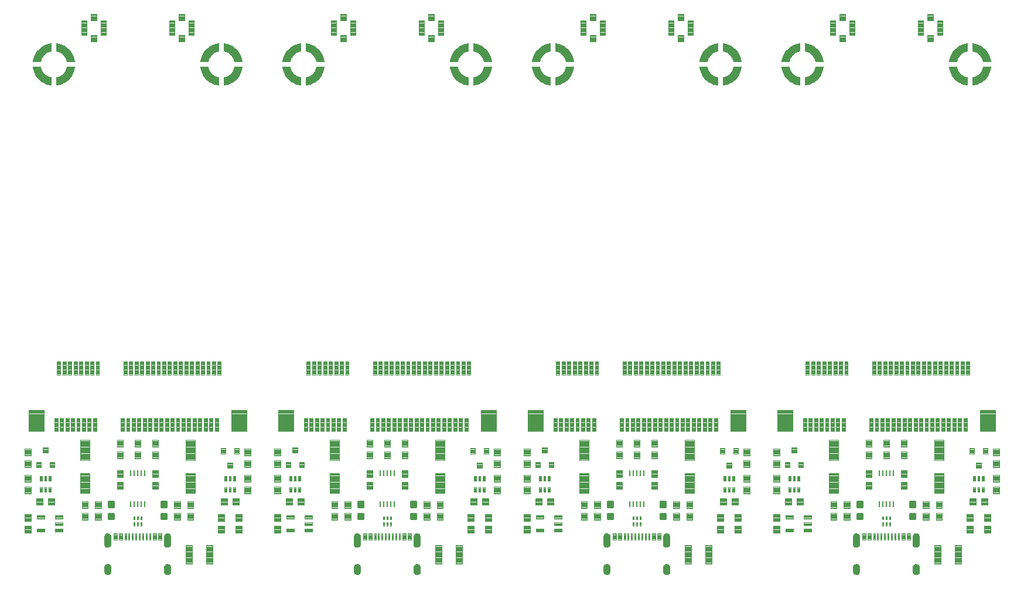
<source format=gtp>
G04 EAGLE Gerber RS-274X export*
G75*
%MOMM*%
%FSLAX34Y34*%
%LPD*%
%INSolderpaste Top*%
%IPPOS*%
%AMOC8*
5,1,8,0,0,1.08239X$1,22.5*%
G01*
%ADD10C,0.102000*%
%ADD11C,0.100000*%
%ADD12C,0.102500*%
%ADD13C,0.104000*%
%ADD14R,0.250000X0.875000*%
%ADD15C,0.300000*%
%ADD16C,0.098000*%
%ADD17C,0.092000*%
%ADD18C,0.099000*%

G36*
X1016225Y716703D02*
X1016225Y716703D01*
X1016269Y716703D01*
X1016321Y716726D01*
X1016376Y716739D01*
X1016411Y716765D01*
X1016452Y716783D01*
X1016490Y716823D01*
X1016536Y716857D01*
X1016558Y716895D01*
X1016589Y716927D01*
X1016608Y716979D01*
X1016637Y717028D01*
X1016646Y717079D01*
X1016659Y717113D01*
X1016657Y717146D01*
X1016665Y717192D01*
X1016665Y728192D01*
X1016654Y728244D01*
X1016653Y728298D01*
X1016635Y728341D01*
X1016625Y728387D01*
X1016595Y728431D01*
X1016573Y728480D01*
X1016539Y728512D01*
X1016513Y728551D01*
X1016467Y728580D01*
X1016428Y728616D01*
X1016377Y728637D01*
X1016345Y728658D01*
X1016314Y728663D01*
X1016274Y728679D01*
X1013540Y729290D01*
X1010976Y730318D01*
X1008611Y731744D01*
X1006507Y733533D01*
X1004718Y735638D01*
X1003291Y738002D01*
X1002263Y740566D01*
X1001653Y743301D01*
X1001631Y743350D01*
X1001619Y743402D01*
X1001591Y743439D01*
X1001572Y743482D01*
X1001532Y743519D01*
X1001501Y743562D01*
X1001460Y743586D01*
X1001426Y743618D01*
X1001376Y743636D01*
X1001330Y743663D01*
X1001275Y743673D01*
X1001239Y743686D01*
X1001208Y743684D01*
X1001166Y743691D01*
X990166Y743691D01*
X990110Y743680D01*
X990054Y743678D01*
X990014Y743660D01*
X989971Y743651D01*
X989924Y743620D01*
X989873Y743596D01*
X989843Y743564D01*
X989807Y743539D01*
X989777Y743492D01*
X989738Y743450D01*
X989724Y743409D01*
X989700Y743371D01*
X989690Y743316D01*
X989671Y743263D01*
X989673Y743211D01*
X989667Y743175D01*
X989674Y743143D01*
X989675Y743138D01*
X989674Y743136D01*
X989675Y743135D01*
X989676Y743097D01*
X990515Y738776D01*
X990527Y738747D01*
X990534Y738704D01*
X992003Y734555D01*
X992020Y734528D01*
X992033Y734487D01*
X994099Y730601D01*
X994120Y730577D01*
X994139Y730538D01*
X996757Y727000D01*
X996781Y726979D01*
X996805Y726944D01*
X999918Y723832D01*
X999932Y723822D01*
X999940Y723811D01*
X999956Y723802D01*
X999974Y723783D01*
X1003512Y721165D01*
X1003541Y721152D01*
X1003575Y721126D01*
X1007461Y719059D01*
X1007492Y719050D01*
X1007529Y719030D01*
X1011678Y717561D01*
X1011709Y717556D01*
X1011750Y717541D01*
X1016070Y716702D01*
X1016127Y716702D01*
X1016182Y716693D01*
X1016225Y716703D01*
G37*
G36*
X1376905Y716703D02*
X1376905Y716703D01*
X1376949Y716703D01*
X1377001Y716726D01*
X1377056Y716739D01*
X1377091Y716765D01*
X1377132Y716783D01*
X1377170Y716823D01*
X1377216Y716857D01*
X1377238Y716895D01*
X1377269Y716927D01*
X1377288Y716979D01*
X1377317Y717028D01*
X1377326Y717079D01*
X1377339Y717113D01*
X1377337Y717146D01*
X1377345Y717192D01*
X1377345Y728192D01*
X1377334Y728244D01*
X1377333Y728298D01*
X1377315Y728341D01*
X1377305Y728387D01*
X1377275Y728431D01*
X1377253Y728480D01*
X1377219Y728512D01*
X1377193Y728551D01*
X1377147Y728580D01*
X1377108Y728616D01*
X1377057Y728637D01*
X1377025Y728658D01*
X1376994Y728663D01*
X1376954Y728679D01*
X1374220Y729290D01*
X1371656Y730318D01*
X1369291Y731744D01*
X1367187Y733533D01*
X1365398Y735638D01*
X1363971Y738002D01*
X1362943Y740566D01*
X1362333Y743301D01*
X1362311Y743350D01*
X1362299Y743402D01*
X1362271Y743439D01*
X1362252Y743482D01*
X1362212Y743519D01*
X1362181Y743562D01*
X1362140Y743586D01*
X1362106Y743618D01*
X1362056Y743636D01*
X1362010Y743663D01*
X1361955Y743673D01*
X1361919Y743686D01*
X1361888Y743684D01*
X1361846Y743691D01*
X1350846Y743691D01*
X1350790Y743680D01*
X1350734Y743678D01*
X1350694Y743660D01*
X1350651Y743651D01*
X1350604Y743620D01*
X1350553Y743596D01*
X1350523Y743564D01*
X1350487Y743539D01*
X1350457Y743492D01*
X1350418Y743450D01*
X1350404Y743409D01*
X1350380Y743371D01*
X1350370Y743316D01*
X1350351Y743263D01*
X1350353Y743211D01*
X1350347Y743175D01*
X1350354Y743143D01*
X1350355Y743138D01*
X1350354Y743136D01*
X1350355Y743135D01*
X1350356Y743097D01*
X1351195Y738776D01*
X1351207Y738747D01*
X1351214Y738704D01*
X1352683Y734555D01*
X1352700Y734528D01*
X1352713Y734487D01*
X1354779Y730601D01*
X1354800Y730577D01*
X1354819Y730538D01*
X1357437Y727000D01*
X1357461Y726979D01*
X1357485Y726944D01*
X1360598Y723832D01*
X1360612Y723822D01*
X1360620Y723811D01*
X1360636Y723802D01*
X1360654Y723783D01*
X1364192Y721165D01*
X1364221Y721152D01*
X1364255Y721126D01*
X1368141Y719059D01*
X1368172Y719050D01*
X1368209Y719030D01*
X1372358Y717561D01*
X1372389Y717556D01*
X1372430Y717541D01*
X1376750Y716702D01*
X1376807Y716702D01*
X1376862Y716693D01*
X1376905Y716703D01*
G37*
G36*
X52854Y716703D02*
X52854Y716703D01*
X52898Y716703D01*
X52950Y716726D01*
X53004Y716739D01*
X53040Y716765D01*
X53080Y716783D01*
X53119Y716823D01*
X53165Y716857D01*
X53187Y716895D01*
X53217Y716927D01*
X53237Y716979D01*
X53266Y717028D01*
X53275Y717079D01*
X53287Y717113D01*
X53286Y717146D01*
X53294Y717192D01*
X53294Y728192D01*
X53283Y728244D01*
X53282Y728298D01*
X53263Y728341D01*
X53254Y728387D01*
X53224Y728431D01*
X53202Y728480D01*
X53168Y728512D01*
X53142Y728551D01*
X53096Y728580D01*
X53057Y728616D01*
X53006Y728637D01*
X52974Y728658D01*
X52943Y728663D01*
X52903Y728679D01*
X50168Y729290D01*
X47605Y730318D01*
X45240Y731744D01*
X43136Y733533D01*
X41347Y735638D01*
X39920Y738002D01*
X38892Y740566D01*
X38282Y743301D01*
X38260Y743350D01*
X38247Y743402D01*
X38220Y743439D01*
X38201Y743482D01*
X38161Y743519D01*
X38129Y743562D01*
X38089Y743586D01*
X38055Y743618D01*
X38005Y743636D01*
X37958Y743663D01*
X37904Y743673D01*
X37868Y743686D01*
X37837Y743684D01*
X37794Y743691D01*
X26794Y743691D01*
X26739Y743680D01*
X26683Y743678D01*
X26643Y743660D01*
X26600Y743651D01*
X26553Y743620D01*
X26502Y743596D01*
X26472Y743564D01*
X26436Y743539D01*
X26405Y743492D01*
X26367Y743450D01*
X26352Y743409D01*
X26329Y743371D01*
X26319Y743316D01*
X26300Y743263D01*
X26302Y743211D01*
X26295Y743175D01*
X26303Y743143D01*
X26303Y743138D01*
X26303Y743136D01*
X26303Y743135D01*
X26304Y743097D01*
X27144Y738776D01*
X27156Y738747D01*
X27163Y738704D01*
X28632Y734555D01*
X28649Y734528D01*
X28662Y734487D01*
X30728Y730601D01*
X30748Y730577D01*
X30768Y730538D01*
X33386Y727000D01*
X33409Y726979D01*
X33434Y726944D01*
X36547Y723832D01*
X36561Y723822D01*
X36569Y723811D01*
X36585Y723802D01*
X36603Y723783D01*
X40141Y721165D01*
X40170Y721152D01*
X40204Y721126D01*
X44090Y719059D01*
X44120Y719050D01*
X44158Y719030D01*
X48307Y717561D01*
X48338Y717556D01*
X48378Y717541D01*
X52699Y716702D01*
X52756Y716702D01*
X52811Y716693D01*
X52854Y716703D01*
G37*
G36*
X294865Y716703D02*
X294865Y716703D01*
X294909Y716703D01*
X294961Y716726D01*
X295016Y716739D01*
X295051Y716765D01*
X295092Y716783D01*
X295130Y716823D01*
X295176Y716857D01*
X295198Y716895D01*
X295229Y716927D01*
X295248Y716979D01*
X295277Y717028D01*
X295286Y717079D01*
X295299Y717113D01*
X295297Y717146D01*
X295305Y717192D01*
X295305Y728192D01*
X295294Y728244D01*
X295293Y728298D01*
X295275Y728341D01*
X295265Y728387D01*
X295235Y728431D01*
X295213Y728480D01*
X295179Y728512D01*
X295153Y728551D01*
X295107Y728580D01*
X295068Y728616D01*
X295017Y728637D01*
X294985Y728658D01*
X294954Y728663D01*
X294914Y728679D01*
X292180Y729290D01*
X289616Y730318D01*
X287251Y731744D01*
X285147Y733533D01*
X283358Y735638D01*
X281931Y738002D01*
X280903Y740566D01*
X280293Y743301D01*
X280271Y743350D01*
X280259Y743402D01*
X280231Y743439D01*
X280212Y743482D01*
X280172Y743519D01*
X280141Y743562D01*
X280100Y743586D01*
X280066Y743618D01*
X280016Y743636D01*
X279970Y743663D01*
X279915Y743673D01*
X279879Y743686D01*
X279848Y743684D01*
X279806Y743691D01*
X268806Y743691D01*
X268750Y743680D01*
X268694Y743678D01*
X268654Y743660D01*
X268611Y743651D01*
X268564Y743620D01*
X268513Y743596D01*
X268483Y743564D01*
X268447Y743539D01*
X268417Y743492D01*
X268378Y743450D01*
X268364Y743409D01*
X268340Y743371D01*
X268330Y743316D01*
X268311Y743263D01*
X268313Y743211D01*
X268307Y743175D01*
X268314Y743143D01*
X268315Y743138D01*
X268314Y743136D01*
X268315Y743135D01*
X268316Y743097D01*
X269155Y738776D01*
X269167Y738747D01*
X269174Y738704D01*
X270643Y734555D01*
X270660Y734528D01*
X270673Y734487D01*
X272739Y730601D01*
X272760Y730577D01*
X272779Y730538D01*
X275397Y727000D01*
X275421Y726979D01*
X275445Y726944D01*
X278558Y723832D01*
X278572Y723822D01*
X278580Y723811D01*
X278596Y723802D01*
X278614Y723783D01*
X282152Y721165D01*
X282181Y721152D01*
X282215Y721126D01*
X286101Y719059D01*
X286132Y719050D01*
X286169Y719030D01*
X290318Y717561D01*
X290349Y717556D01*
X290390Y717541D01*
X294710Y716702D01*
X294767Y716702D01*
X294822Y716693D01*
X294865Y716703D01*
G37*
G36*
X1134894Y716703D02*
X1134894Y716703D01*
X1134938Y716703D01*
X1134990Y716726D01*
X1135044Y716739D01*
X1135080Y716765D01*
X1135120Y716783D01*
X1135159Y716823D01*
X1135205Y716857D01*
X1135227Y716895D01*
X1135257Y716927D01*
X1135277Y716979D01*
X1135306Y717028D01*
X1135315Y717079D01*
X1135327Y717113D01*
X1135326Y717146D01*
X1135334Y717192D01*
X1135334Y728192D01*
X1135323Y728244D01*
X1135322Y728298D01*
X1135303Y728341D01*
X1135294Y728387D01*
X1135264Y728431D01*
X1135242Y728480D01*
X1135208Y728512D01*
X1135182Y728551D01*
X1135136Y728580D01*
X1135097Y728616D01*
X1135046Y728637D01*
X1135014Y728658D01*
X1134983Y728663D01*
X1134943Y728679D01*
X1132208Y729290D01*
X1129645Y730318D01*
X1127280Y731744D01*
X1125176Y733533D01*
X1123387Y735638D01*
X1121960Y738002D01*
X1120932Y740566D01*
X1120322Y743301D01*
X1120300Y743350D01*
X1120287Y743402D01*
X1120260Y743439D01*
X1120241Y743482D01*
X1120201Y743519D01*
X1120169Y743562D01*
X1120129Y743586D01*
X1120095Y743618D01*
X1120045Y743636D01*
X1119998Y743663D01*
X1119944Y743673D01*
X1119908Y743686D01*
X1119877Y743684D01*
X1119834Y743691D01*
X1108834Y743691D01*
X1108779Y743680D01*
X1108723Y743678D01*
X1108683Y743660D01*
X1108640Y743651D01*
X1108593Y743620D01*
X1108542Y743596D01*
X1108512Y743564D01*
X1108476Y743539D01*
X1108445Y743492D01*
X1108407Y743450D01*
X1108392Y743409D01*
X1108369Y743371D01*
X1108359Y743316D01*
X1108340Y743263D01*
X1108342Y743211D01*
X1108335Y743175D01*
X1108343Y743143D01*
X1108343Y743138D01*
X1108343Y743136D01*
X1108343Y743135D01*
X1108344Y743097D01*
X1109184Y738776D01*
X1109196Y738747D01*
X1109203Y738704D01*
X1110672Y734555D01*
X1110689Y734528D01*
X1110702Y734487D01*
X1112768Y730601D01*
X1112788Y730577D01*
X1112808Y730538D01*
X1115426Y727000D01*
X1115449Y726979D01*
X1115474Y726944D01*
X1118587Y723832D01*
X1118601Y723822D01*
X1118609Y723811D01*
X1118625Y723802D01*
X1118643Y723783D01*
X1122181Y721165D01*
X1122210Y721152D01*
X1122244Y721126D01*
X1126130Y719059D01*
X1126160Y719050D01*
X1126198Y719030D01*
X1130347Y717561D01*
X1130378Y717556D01*
X1130418Y717541D01*
X1134739Y716702D01*
X1134796Y716702D01*
X1134851Y716693D01*
X1134894Y716703D01*
G37*
G36*
X413534Y716703D02*
X413534Y716703D01*
X413578Y716703D01*
X413630Y716726D01*
X413684Y716739D01*
X413720Y716765D01*
X413760Y716783D01*
X413799Y716823D01*
X413845Y716857D01*
X413867Y716895D01*
X413897Y716927D01*
X413917Y716979D01*
X413946Y717028D01*
X413955Y717079D01*
X413967Y717113D01*
X413966Y717146D01*
X413974Y717192D01*
X413974Y728192D01*
X413963Y728244D01*
X413962Y728298D01*
X413943Y728341D01*
X413934Y728387D01*
X413904Y728431D01*
X413882Y728480D01*
X413848Y728512D01*
X413822Y728551D01*
X413776Y728580D01*
X413737Y728616D01*
X413686Y728637D01*
X413654Y728658D01*
X413623Y728663D01*
X413583Y728679D01*
X410848Y729290D01*
X408285Y730318D01*
X405920Y731744D01*
X403816Y733533D01*
X402027Y735638D01*
X400600Y738002D01*
X399572Y740566D01*
X398962Y743301D01*
X398940Y743350D01*
X398927Y743402D01*
X398900Y743439D01*
X398881Y743482D01*
X398841Y743519D01*
X398809Y743562D01*
X398769Y743586D01*
X398735Y743618D01*
X398685Y743636D01*
X398638Y743663D01*
X398584Y743673D01*
X398548Y743686D01*
X398517Y743684D01*
X398474Y743691D01*
X387474Y743691D01*
X387419Y743680D01*
X387363Y743678D01*
X387323Y743660D01*
X387280Y743651D01*
X387233Y743620D01*
X387182Y743596D01*
X387152Y743564D01*
X387116Y743539D01*
X387085Y743492D01*
X387047Y743450D01*
X387032Y743409D01*
X387009Y743371D01*
X386999Y743316D01*
X386980Y743263D01*
X386982Y743211D01*
X386975Y743175D01*
X386983Y743143D01*
X386983Y743138D01*
X386983Y743136D01*
X386983Y743135D01*
X386984Y743097D01*
X387824Y738776D01*
X387836Y738747D01*
X387843Y738704D01*
X389312Y734555D01*
X389329Y734528D01*
X389342Y734487D01*
X391408Y730601D01*
X391428Y730577D01*
X391448Y730538D01*
X394066Y727000D01*
X394089Y726979D01*
X394114Y726944D01*
X397227Y723832D01*
X397241Y723822D01*
X397249Y723811D01*
X397265Y723802D01*
X397283Y723783D01*
X400821Y721165D01*
X400850Y721152D01*
X400884Y721126D01*
X404770Y719059D01*
X404800Y719050D01*
X404838Y719030D01*
X408987Y717561D01*
X409018Y717556D01*
X409058Y717541D01*
X413379Y716702D01*
X413436Y716702D01*
X413491Y716693D01*
X413534Y716703D01*
G37*
G36*
X655545Y716703D02*
X655545Y716703D01*
X655589Y716703D01*
X655641Y716726D01*
X655696Y716739D01*
X655731Y716765D01*
X655772Y716783D01*
X655810Y716823D01*
X655856Y716857D01*
X655878Y716895D01*
X655909Y716927D01*
X655928Y716979D01*
X655957Y717028D01*
X655966Y717079D01*
X655979Y717113D01*
X655977Y717146D01*
X655985Y717192D01*
X655985Y728192D01*
X655974Y728244D01*
X655973Y728298D01*
X655955Y728341D01*
X655945Y728387D01*
X655915Y728431D01*
X655893Y728480D01*
X655859Y728512D01*
X655833Y728551D01*
X655787Y728580D01*
X655748Y728616D01*
X655697Y728637D01*
X655665Y728658D01*
X655634Y728663D01*
X655594Y728679D01*
X652860Y729290D01*
X650296Y730318D01*
X647931Y731744D01*
X645827Y733533D01*
X644038Y735638D01*
X642611Y738002D01*
X641583Y740566D01*
X640973Y743301D01*
X640951Y743350D01*
X640939Y743402D01*
X640911Y743439D01*
X640892Y743482D01*
X640852Y743519D01*
X640821Y743562D01*
X640780Y743586D01*
X640746Y743618D01*
X640696Y743636D01*
X640650Y743663D01*
X640595Y743673D01*
X640559Y743686D01*
X640528Y743684D01*
X640486Y743691D01*
X629486Y743691D01*
X629430Y743680D01*
X629374Y743678D01*
X629334Y743660D01*
X629291Y743651D01*
X629244Y743620D01*
X629193Y743596D01*
X629163Y743564D01*
X629127Y743539D01*
X629097Y743492D01*
X629058Y743450D01*
X629044Y743409D01*
X629020Y743371D01*
X629010Y743316D01*
X628991Y743263D01*
X628993Y743211D01*
X628987Y743175D01*
X628994Y743143D01*
X628995Y743138D01*
X628994Y743136D01*
X628995Y743135D01*
X628996Y743097D01*
X629835Y738776D01*
X629847Y738747D01*
X629854Y738704D01*
X631323Y734555D01*
X631340Y734528D01*
X631353Y734487D01*
X633419Y730601D01*
X633440Y730577D01*
X633459Y730538D01*
X636077Y727000D01*
X636101Y726979D01*
X636125Y726944D01*
X639238Y723832D01*
X639252Y723822D01*
X639260Y723811D01*
X639276Y723802D01*
X639294Y723783D01*
X642832Y721165D01*
X642861Y721152D01*
X642895Y721126D01*
X646781Y719059D01*
X646812Y719050D01*
X646849Y719030D01*
X650998Y717561D01*
X651029Y717556D01*
X651070Y717541D01*
X655390Y716702D01*
X655447Y716702D01*
X655502Y716693D01*
X655545Y716703D01*
G37*
G36*
X774214Y716703D02*
X774214Y716703D01*
X774258Y716703D01*
X774310Y716726D01*
X774364Y716739D01*
X774400Y716765D01*
X774440Y716783D01*
X774479Y716823D01*
X774525Y716857D01*
X774547Y716895D01*
X774577Y716927D01*
X774597Y716979D01*
X774626Y717028D01*
X774635Y717079D01*
X774647Y717113D01*
X774646Y717146D01*
X774654Y717192D01*
X774654Y728192D01*
X774643Y728244D01*
X774642Y728298D01*
X774623Y728341D01*
X774614Y728387D01*
X774584Y728431D01*
X774562Y728480D01*
X774528Y728512D01*
X774502Y728551D01*
X774456Y728580D01*
X774417Y728616D01*
X774366Y728637D01*
X774334Y728658D01*
X774303Y728663D01*
X774263Y728679D01*
X771528Y729290D01*
X768965Y730318D01*
X766600Y731744D01*
X764496Y733533D01*
X762707Y735638D01*
X761280Y738002D01*
X760252Y740566D01*
X759642Y743301D01*
X759620Y743350D01*
X759607Y743402D01*
X759580Y743439D01*
X759561Y743482D01*
X759521Y743519D01*
X759489Y743562D01*
X759449Y743586D01*
X759415Y743618D01*
X759365Y743636D01*
X759318Y743663D01*
X759264Y743673D01*
X759228Y743686D01*
X759197Y743684D01*
X759154Y743691D01*
X748154Y743691D01*
X748099Y743680D01*
X748043Y743678D01*
X748003Y743660D01*
X747960Y743651D01*
X747913Y743620D01*
X747862Y743596D01*
X747832Y743564D01*
X747796Y743539D01*
X747765Y743492D01*
X747727Y743450D01*
X747712Y743409D01*
X747689Y743371D01*
X747679Y743316D01*
X747660Y743263D01*
X747662Y743211D01*
X747655Y743175D01*
X747663Y743143D01*
X747663Y743138D01*
X747663Y743136D01*
X747663Y743135D01*
X747664Y743097D01*
X748504Y738776D01*
X748516Y738747D01*
X748523Y738704D01*
X749992Y734555D01*
X750009Y734528D01*
X750022Y734487D01*
X752088Y730601D01*
X752108Y730577D01*
X752128Y730538D01*
X754746Y727000D01*
X754769Y726979D01*
X754794Y726944D01*
X757907Y723832D01*
X757921Y723822D01*
X757929Y723811D01*
X757945Y723802D01*
X757963Y723783D01*
X761501Y721165D01*
X761530Y721152D01*
X761564Y721126D01*
X765450Y719059D01*
X765480Y719050D01*
X765518Y719030D01*
X769667Y717561D01*
X769698Y717556D01*
X769738Y717541D01*
X774059Y716702D01*
X774116Y716702D01*
X774171Y716693D01*
X774214Y716703D01*
G37*
G36*
X640538Y750703D02*
X640538Y750703D01*
X640592Y750704D01*
X640635Y750723D01*
X640680Y750732D01*
X640725Y750763D01*
X640774Y750784D01*
X640806Y750818D01*
X640844Y750845D01*
X640873Y750890D01*
X640910Y750929D01*
X640931Y750980D01*
X640951Y751012D01*
X640957Y751043D01*
X640973Y751083D01*
X641583Y753818D01*
X642611Y756382D01*
X644038Y758746D01*
X645827Y760850D01*
X647931Y762639D01*
X650296Y764066D01*
X652860Y765094D01*
X655594Y765705D01*
X655643Y765726D01*
X655696Y765739D01*
X655733Y765767D01*
X655776Y765786D01*
X655813Y765825D01*
X655856Y765857D01*
X655880Y765897D01*
X655911Y765931D01*
X655930Y765982D01*
X655957Y766028D01*
X655966Y766082D01*
X655979Y766118D01*
X655978Y766150D01*
X655985Y766192D01*
X655985Y777192D01*
X655974Y777247D01*
X655972Y777303D01*
X655954Y777343D01*
X655945Y777387D01*
X655913Y777433D01*
X655890Y777484D01*
X655858Y777514D01*
X655833Y777551D01*
X655785Y777581D01*
X655744Y777619D01*
X655702Y777634D01*
X655665Y777658D01*
X655610Y777667D01*
X655557Y777686D01*
X655505Y777685D01*
X655469Y777691D01*
X655437Y777683D01*
X655390Y777682D01*
X651070Y776842D01*
X651040Y776830D01*
X650998Y776823D01*
X646849Y775354D01*
X646822Y775338D01*
X646781Y775324D01*
X642895Y773258D01*
X642870Y773238D01*
X642832Y773218D01*
X639294Y770600D01*
X639273Y770577D01*
X639238Y770552D01*
X636125Y767440D01*
X636108Y767413D01*
X636077Y767384D01*
X633459Y763845D01*
X633446Y763817D01*
X633419Y763783D01*
X631353Y759896D01*
X631346Y759872D01*
X631337Y759859D01*
X631336Y759851D01*
X631323Y759828D01*
X629854Y755679D01*
X629850Y755648D01*
X629835Y755608D01*
X628996Y751287D01*
X628996Y751231D01*
X628987Y751175D01*
X628997Y751132D01*
X628997Y751088D01*
X629020Y751037D01*
X629033Y750982D01*
X629059Y750946D01*
X629076Y750906D01*
X629117Y750867D01*
X629151Y750822D01*
X629188Y750799D01*
X629221Y750769D01*
X629273Y750749D01*
X629322Y750720D01*
X629372Y750712D01*
X629407Y750699D01*
X629440Y750700D01*
X629486Y750693D01*
X640486Y750693D01*
X640538Y750703D01*
G37*
G36*
X398527Y750703D02*
X398527Y750703D01*
X398581Y750704D01*
X398623Y750723D01*
X398669Y750732D01*
X398714Y750763D01*
X398763Y750784D01*
X398795Y750818D01*
X398833Y750845D01*
X398862Y750890D01*
X398899Y750929D01*
X398920Y750980D01*
X398940Y751012D01*
X398946Y751043D01*
X398962Y751083D01*
X399572Y753818D01*
X400600Y756382D01*
X402027Y758746D01*
X403816Y760850D01*
X405920Y762639D01*
X408285Y764066D01*
X410848Y765094D01*
X413583Y765705D01*
X413632Y765726D01*
X413684Y765739D01*
X413722Y765767D01*
X413765Y765786D01*
X413801Y765825D01*
X413845Y765857D01*
X413868Y765897D01*
X413900Y765931D01*
X413919Y765982D01*
X413946Y766028D01*
X413955Y766082D01*
X413968Y766118D01*
X413967Y766150D01*
X413974Y766192D01*
X413974Y777192D01*
X413962Y777247D01*
X413961Y777303D01*
X413943Y777343D01*
X413934Y777387D01*
X413902Y777433D01*
X413879Y777484D01*
X413847Y777514D01*
X413822Y777551D01*
X413774Y777581D01*
X413733Y777619D01*
X413691Y777634D01*
X413654Y777658D01*
X413598Y777667D01*
X413546Y777686D01*
X413494Y777685D01*
X413458Y777691D01*
X413425Y777683D01*
X413379Y777682D01*
X409058Y776842D01*
X409029Y776830D01*
X408987Y776823D01*
X404838Y775354D01*
X404811Y775338D01*
X404770Y775324D01*
X400884Y773258D01*
X400859Y773238D01*
X400821Y773218D01*
X397283Y770600D01*
X397261Y770577D01*
X397227Y770552D01*
X394114Y767440D01*
X394097Y767413D01*
X394066Y767384D01*
X391448Y763845D01*
X391434Y763817D01*
X391408Y763783D01*
X389342Y759896D01*
X389335Y759872D01*
X389326Y759859D01*
X389325Y759851D01*
X389312Y759828D01*
X387843Y755679D01*
X387839Y755648D01*
X387824Y755608D01*
X386984Y751287D01*
X386985Y751231D01*
X386975Y751175D01*
X386986Y751132D01*
X386986Y751088D01*
X387008Y751037D01*
X387021Y750982D01*
X387048Y750946D01*
X387065Y750906D01*
X387106Y750867D01*
X387139Y750822D01*
X387177Y750799D01*
X387209Y750769D01*
X387262Y750749D01*
X387310Y750720D01*
X387361Y750712D01*
X387395Y750699D01*
X387429Y750700D01*
X387474Y750693D01*
X398474Y750693D01*
X398527Y750703D01*
G37*
G36*
X279858Y750703D02*
X279858Y750703D01*
X279912Y750704D01*
X279955Y750723D01*
X280000Y750732D01*
X280045Y750763D01*
X280094Y750784D01*
X280126Y750818D01*
X280164Y750845D01*
X280193Y750890D01*
X280230Y750929D01*
X280251Y750980D01*
X280271Y751012D01*
X280277Y751043D01*
X280293Y751083D01*
X280903Y753818D01*
X281931Y756382D01*
X283358Y758746D01*
X285147Y760850D01*
X287251Y762639D01*
X289616Y764066D01*
X292180Y765094D01*
X294914Y765705D01*
X294963Y765726D01*
X295016Y765739D01*
X295053Y765767D01*
X295096Y765786D01*
X295133Y765825D01*
X295176Y765857D01*
X295200Y765897D01*
X295231Y765931D01*
X295250Y765982D01*
X295277Y766028D01*
X295286Y766082D01*
X295299Y766118D01*
X295298Y766150D01*
X295305Y766192D01*
X295305Y777192D01*
X295294Y777247D01*
X295292Y777303D01*
X295274Y777343D01*
X295265Y777387D01*
X295233Y777433D01*
X295210Y777484D01*
X295178Y777514D01*
X295153Y777551D01*
X295105Y777581D01*
X295064Y777619D01*
X295022Y777634D01*
X294985Y777658D01*
X294930Y777667D01*
X294877Y777686D01*
X294825Y777685D01*
X294789Y777691D01*
X294757Y777683D01*
X294710Y777682D01*
X290390Y776842D01*
X290360Y776830D01*
X290318Y776823D01*
X286169Y775354D01*
X286142Y775338D01*
X286101Y775324D01*
X282215Y773258D01*
X282190Y773238D01*
X282152Y773218D01*
X278614Y770600D01*
X278593Y770577D01*
X278558Y770552D01*
X275445Y767440D01*
X275428Y767413D01*
X275397Y767384D01*
X272779Y763845D01*
X272766Y763817D01*
X272739Y763783D01*
X270673Y759896D01*
X270666Y759872D01*
X270657Y759859D01*
X270656Y759851D01*
X270643Y759828D01*
X269174Y755679D01*
X269170Y755648D01*
X269155Y755608D01*
X268316Y751287D01*
X268316Y751231D01*
X268307Y751175D01*
X268317Y751132D01*
X268317Y751088D01*
X268340Y751037D01*
X268353Y750982D01*
X268379Y750946D01*
X268396Y750906D01*
X268437Y750867D01*
X268471Y750822D01*
X268508Y750799D01*
X268541Y750769D01*
X268593Y750749D01*
X268642Y750720D01*
X268692Y750712D01*
X268727Y750699D01*
X268760Y750700D01*
X268806Y750693D01*
X279806Y750693D01*
X279858Y750703D01*
G37*
G36*
X37847Y750703D02*
X37847Y750703D01*
X37901Y750704D01*
X37943Y750723D01*
X37989Y750732D01*
X38034Y750763D01*
X38083Y750784D01*
X38115Y750818D01*
X38153Y750845D01*
X38182Y750890D01*
X38219Y750929D01*
X38240Y750980D01*
X38260Y751012D01*
X38266Y751043D01*
X38282Y751083D01*
X38892Y753818D01*
X39920Y756382D01*
X41347Y758746D01*
X43136Y760850D01*
X45240Y762639D01*
X47605Y764066D01*
X50168Y765094D01*
X52903Y765705D01*
X52952Y765726D01*
X53004Y765739D01*
X53042Y765767D01*
X53085Y765786D01*
X53121Y765825D01*
X53165Y765857D01*
X53188Y765897D01*
X53220Y765931D01*
X53239Y765982D01*
X53266Y766028D01*
X53275Y766082D01*
X53288Y766118D01*
X53287Y766150D01*
X53294Y766192D01*
X53294Y777192D01*
X53282Y777247D01*
X53281Y777303D01*
X53263Y777343D01*
X53254Y777387D01*
X53222Y777433D01*
X53199Y777484D01*
X53167Y777514D01*
X53142Y777551D01*
X53094Y777581D01*
X53053Y777619D01*
X53011Y777634D01*
X52974Y777658D01*
X52918Y777667D01*
X52866Y777686D01*
X52814Y777685D01*
X52778Y777691D01*
X52745Y777683D01*
X52699Y777682D01*
X48378Y776842D01*
X48349Y776830D01*
X48307Y776823D01*
X44158Y775354D01*
X44131Y775338D01*
X44090Y775324D01*
X40204Y773258D01*
X40179Y773238D01*
X40141Y773218D01*
X36603Y770600D01*
X36581Y770577D01*
X36547Y770552D01*
X33434Y767440D01*
X33417Y767413D01*
X33386Y767384D01*
X30768Y763845D01*
X30754Y763817D01*
X30728Y763783D01*
X28662Y759896D01*
X28655Y759872D01*
X28646Y759859D01*
X28645Y759851D01*
X28632Y759828D01*
X27163Y755679D01*
X27159Y755648D01*
X27144Y755608D01*
X26304Y751287D01*
X26305Y751231D01*
X26295Y751175D01*
X26306Y751132D01*
X26306Y751088D01*
X26328Y751037D01*
X26341Y750982D01*
X26368Y750946D01*
X26385Y750906D01*
X26426Y750867D01*
X26459Y750822D01*
X26497Y750799D01*
X26529Y750769D01*
X26582Y750749D01*
X26630Y750720D01*
X26681Y750712D01*
X26715Y750699D01*
X26749Y750700D01*
X26794Y750693D01*
X37794Y750693D01*
X37847Y750703D01*
G37*
G36*
X1001218Y750703D02*
X1001218Y750703D01*
X1001272Y750704D01*
X1001315Y750723D01*
X1001360Y750732D01*
X1001405Y750763D01*
X1001454Y750784D01*
X1001486Y750818D01*
X1001524Y750845D01*
X1001553Y750890D01*
X1001590Y750929D01*
X1001611Y750980D01*
X1001631Y751012D01*
X1001637Y751043D01*
X1001653Y751083D01*
X1002263Y753818D01*
X1003291Y756382D01*
X1004718Y758746D01*
X1006507Y760850D01*
X1008611Y762639D01*
X1010976Y764066D01*
X1013540Y765094D01*
X1016274Y765705D01*
X1016323Y765726D01*
X1016376Y765739D01*
X1016413Y765767D01*
X1016456Y765786D01*
X1016493Y765825D01*
X1016536Y765857D01*
X1016560Y765897D01*
X1016591Y765931D01*
X1016610Y765982D01*
X1016637Y766028D01*
X1016646Y766082D01*
X1016659Y766118D01*
X1016658Y766150D01*
X1016665Y766192D01*
X1016665Y777192D01*
X1016654Y777247D01*
X1016652Y777303D01*
X1016634Y777343D01*
X1016625Y777387D01*
X1016593Y777433D01*
X1016570Y777484D01*
X1016538Y777514D01*
X1016513Y777551D01*
X1016465Y777581D01*
X1016424Y777619D01*
X1016382Y777634D01*
X1016345Y777658D01*
X1016290Y777667D01*
X1016237Y777686D01*
X1016185Y777685D01*
X1016149Y777691D01*
X1016117Y777683D01*
X1016070Y777682D01*
X1011750Y776842D01*
X1011720Y776830D01*
X1011678Y776823D01*
X1007529Y775354D01*
X1007502Y775338D01*
X1007461Y775324D01*
X1003575Y773258D01*
X1003550Y773238D01*
X1003512Y773218D01*
X999974Y770600D01*
X999953Y770577D01*
X999918Y770552D01*
X996805Y767440D01*
X996788Y767413D01*
X996757Y767384D01*
X994139Y763845D01*
X994126Y763817D01*
X994099Y763783D01*
X992033Y759896D01*
X992026Y759872D01*
X992017Y759859D01*
X992016Y759851D01*
X992003Y759828D01*
X990534Y755679D01*
X990530Y755648D01*
X990515Y755608D01*
X989676Y751287D01*
X989676Y751231D01*
X989667Y751175D01*
X989677Y751132D01*
X989677Y751088D01*
X989700Y751037D01*
X989713Y750982D01*
X989739Y750946D01*
X989756Y750906D01*
X989797Y750867D01*
X989831Y750822D01*
X989868Y750799D01*
X989901Y750769D01*
X989953Y750749D01*
X990002Y750720D01*
X990052Y750712D01*
X990087Y750699D01*
X990120Y750700D01*
X990166Y750693D01*
X1001166Y750693D01*
X1001218Y750703D01*
G37*
G36*
X759207Y750703D02*
X759207Y750703D01*
X759261Y750704D01*
X759303Y750723D01*
X759349Y750732D01*
X759394Y750763D01*
X759443Y750784D01*
X759475Y750818D01*
X759513Y750845D01*
X759542Y750890D01*
X759579Y750929D01*
X759600Y750980D01*
X759620Y751012D01*
X759626Y751043D01*
X759642Y751083D01*
X760252Y753818D01*
X761280Y756382D01*
X762707Y758746D01*
X764496Y760850D01*
X766600Y762639D01*
X768965Y764066D01*
X771528Y765094D01*
X774263Y765705D01*
X774312Y765726D01*
X774364Y765739D01*
X774402Y765767D01*
X774445Y765786D01*
X774481Y765825D01*
X774525Y765857D01*
X774548Y765897D01*
X774580Y765931D01*
X774599Y765982D01*
X774626Y766028D01*
X774635Y766082D01*
X774648Y766118D01*
X774647Y766150D01*
X774654Y766192D01*
X774654Y777192D01*
X774642Y777247D01*
X774641Y777303D01*
X774623Y777343D01*
X774614Y777387D01*
X774582Y777433D01*
X774559Y777484D01*
X774527Y777514D01*
X774502Y777551D01*
X774454Y777581D01*
X774413Y777619D01*
X774371Y777634D01*
X774334Y777658D01*
X774278Y777667D01*
X774226Y777686D01*
X774174Y777685D01*
X774138Y777691D01*
X774105Y777683D01*
X774059Y777682D01*
X769738Y776842D01*
X769709Y776830D01*
X769667Y776823D01*
X765518Y775354D01*
X765491Y775338D01*
X765450Y775324D01*
X761564Y773258D01*
X761539Y773238D01*
X761501Y773218D01*
X757963Y770600D01*
X757941Y770577D01*
X757907Y770552D01*
X754794Y767440D01*
X754777Y767413D01*
X754746Y767384D01*
X752128Y763845D01*
X752114Y763817D01*
X752088Y763783D01*
X750022Y759896D01*
X750015Y759872D01*
X750006Y759859D01*
X750005Y759851D01*
X749992Y759828D01*
X748523Y755679D01*
X748519Y755648D01*
X748504Y755608D01*
X747664Y751287D01*
X747665Y751231D01*
X747655Y751175D01*
X747666Y751132D01*
X747666Y751088D01*
X747688Y751037D01*
X747701Y750982D01*
X747728Y750946D01*
X747745Y750906D01*
X747786Y750867D01*
X747819Y750822D01*
X747857Y750799D01*
X747889Y750769D01*
X747942Y750749D01*
X747990Y750720D01*
X748041Y750712D01*
X748075Y750699D01*
X748109Y750700D01*
X748154Y750693D01*
X759154Y750693D01*
X759207Y750703D01*
G37*
G36*
X1119887Y750703D02*
X1119887Y750703D01*
X1119941Y750704D01*
X1119983Y750723D01*
X1120029Y750732D01*
X1120074Y750763D01*
X1120123Y750784D01*
X1120155Y750818D01*
X1120193Y750845D01*
X1120222Y750890D01*
X1120259Y750929D01*
X1120280Y750980D01*
X1120300Y751012D01*
X1120306Y751043D01*
X1120322Y751083D01*
X1120932Y753818D01*
X1121960Y756382D01*
X1123387Y758746D01*
X1125176Y760850D01*
X1127280Y762639D01*
X1129645Y764066D01*
X1132208Y765094D01*
X1134943Y765705D01*
X1134992Y765726D01*
X1135044Y765739D01*
X1135082Y765767D01*
X1135125Y765786D01*
X1135161Y765825D01*
X1135205Y765857D01*
X1135228Y765897D01*
X1135260Y765931D01*
X1135279Y765982D01*
X1135306Y766028D01*
X1135315Y766082D01*
X1135328Y766118D01*
X1135327Y766150D01*
X1135334Y766192D01*
X1135334Y777192D01*
X1135322Y777247D01*
X1135321Y777303D01*
X1135303Y777343D01*
X1135294Y777387D01*
X1135262Y777433D01*
X1135239Y777484D01*
X1135207Y777514D01*
X1135182Y777551D01*
X1135134Y777581D01*
X1135093Y777619D01*
X1135051Y777634D01*
X1135014Y777658D01*
X1134958Y777667D01*
X1134906Y777686D01*
X1134854Y777685D01*
X1134818Y777691D01*
X1134785Y777683D01*
X1134739Y777682D01*
X1130418Y776842D01*
X1130389Y776830D01*
X1130347Y776823D01*
X1126198Y775354D01*
X1126171Y775338D01*
X1126130Y775324D01*
X1122244Y773258D01*
X1122219Y773238D01*
X1122181Y773218D01*
X1118643Y770600D01*
X1118621Y770577D01*
X1118587Y770552D01*
X1115474Y767440D01*
X1115457Y767413D01*
X1115426Y767384D01*
X1112808Y763845D01*
X1112794Y763817D01*
X1112768Y763783D01*
X1110702Y759896D01*
X1110695Y759872D01*
X1110686Y759859D01*
X1110685Y759851D01*
X1110672Y759828D01*
X1109203Y755679D01*
X1109199Y755648D01*
X1109184Y755608D01*
X1108344Y751287D01*
X1108345Y751231D01*
X1108335Y751175D01*
X1108346Y751132D01*
X1108346Y751088D01*
X1108368Y751037D01*
X1108381Y750982D01*
X1108408Y750946D01*
X1108425Y750906D01*
X1108466Y750867D01*
X1108499Y750822D01*
X1108537Y750799D01*
X1108569Y750769D01*
X1108622Y750749D01*
X1108670Y750720D01*
X1108721Y750712D01*
X1108755Y750699D01*
X1108789Y750700D01*
X1108834Y750693D01*
X1119834Y750693D01*
X1119887Y750703D01*
G37*
G36*
X1361898Y750703D02*
X1361898Y750703D01*
X1361952Y750704D01*
X1361995Y750723D01*
X1362040Y750732D01*
X1362085Y750763D01*
X1362134Y750784D01*
X1362166Y750818D01*
X1362204Y750845D01*
X1362233Y750890D01*
X1362270Y750929D01*
X1362291Y750980D01*
X1362311Y751012D01*
X1362317Y751043D01*
X1362333Y751083D01*
X1362943Y753818D01*
X1363971Y756382D01*
X1365398Y758746D01*
X1367187Y760850D01*
X1369291Y762639D01*
X1371656Y764066D01*
X1374220Y765094D01*
X1376954Y765705D01*
X1377003Y765726D01*
X1377056Y765739D01*
X1377093Y765767D01*
X1377136Y765786D01*
X1377173Y765825D01*
X1377216Y765857D01*
X1377240Y765897D01*
X1377271Y765931D01*
X1377290Y765982D01*
X1377317Y766028D01*
X1377326Y766082D01*
X1377339Y766118D01*
X1377338Y766150D01*
X1377345Y766192D01*
X1377345Y777192D01*
X1377334Y777247D01*
X1377332Y777303D01*
X1377314Y777343D01*
X1377305Y777387D01*
X1377273Y777433D01*
X1377250Y777484D01*
X1377218Y777514D01*
X1377193Y777551D01*
X1377145Y777581D01*
X1377104Y777619D01*
X1377062Y777634D01*
X1377025Y777658D01*
X1376970Y777667D01*
X1376917Y777686D01*
X1376865Y777685D01*
X1376829Y777691D01*
X1376797Y777683D01*
X1376750Y777682D01*
X1372430Y776842D01*
X1372400Y776830D01*
X1372358Y776823D01*
X1368209Y775354D01*
X1368182Y775338D01*
X1368141Y775324D01*
X1364255Y773258D01*
X1364230Y773238D01*
X1364192Y773218D01*
X1360654Y770600D01*
X1360633Y770577D01*
X1360598Y770552D01*
X1357485Y767440D01*
X1357468Y767413D01*
X1357437Y767384D01*
X1354819Y763845D01*
X1354806Y763817D01*
X1354779Y763783D01*
X1352713Y759896D01*
X1352706Y759872D01*
X1352697Y759859D01*
X1352696Y759851D01*
X1352683Y759828D01*
X1351214Y755679D01*
X1351210Y755648D01*
X1351195Y755608D01*
X1350356Y751287D01*
X1350356Y751231D01*
X1350347Y751175D01*
X1350357Y751132D01*
X1350357Y751088D01*
X1350380Y751037D01*
X1350393Y750982D01*
X1350419Y750946D01*
X1350436Y750906D01*
X1350477Y750867D01*
X1350511Y750822D01*
X1350548Y750799D01*
X1350581Y750769D01*
X1350633Y750749D01*
X1350682Y750720D01*
X1350732Y750712D01*
X1350767Y750699D01*
X1350800Y750700D01*
X1350846Y750693D01*
X1361846Y750693D01*
X1361898Y750703D01*
G37*
G36*
X1410901Y750704D02*
X1410901Y750704D01*
X1410957Y750705D01*
X1410997Y750723D01*
X1411040Y750732D01*
X1411087Y750764D01*
X1411138Y750787D01*
X1411168Y750820D01*
X1411204Y750845D01*
X1411235Y750892D01*
X1411273Y750933D01*
X1411288Y750975D01*
X1411311Y751012D01*
X1411321Y751068D01*
X1411340Y751121D01*
X1411339Y751172D01*
X1411345Y751208D01*
X1411337Y751241D01*
X1411336Y751287D01*
X1410496Y755608D01*
X1410484Y755637D01*
X1410477Y755679D01*
X1409008Y759828D01*
X1408991Y759856D01*
X1408983Y759883D01*
X1408981Y759889D01*
X1408980Y759891D01*
X1408978Y759896D01*
X1406912Y763783D01*
X1406892Y763807D01*
X1406872Y763845D01*
X1404254Y767384D01*
X1404231Y767405D01*
X1404206Y767440D01*
X1401093Y770552D01*
X1401067Y770570D01*
X1401037Y770600D01*
X1397499Y773218D01*
X1397470Y773232D01*
X1397437Y773258D01*
X1393550Y775324D01*
X1393520Y775333D01*
X1393482Y775354D01*
X1389333Y776823D01*
X1389302Y776827D01*
X1389262Y776842D01*
X1384941Y777682D01*
X1384884Y777681D01*
X1384829Y777691D01*
X1384786Y777681D01*
X1384742Y777680D01*
X1384690Y777658D01*
X1384636Y777645D01*
X1384600Y777619D01*
X1384560Y777601D01*
X1384521Y777560D01*
X1384476Y777527D01*
X1384453Y777489D01*
X1384423Y777457D01*
X1384403Y777404D01*
X1384374Y777356D01*
X1384365Y777305D01*
X1384353Y777271D01*
X1384354Y777237D01*
X1384346Y777192D01*
X1384346Y766192D01*
X1384357Y766139D01*
X1384358Y766086D01*
X1384377Y766043D01*
X1384386Y765997D01*
X1384416Y765953D01*
X1384438Y765904D01*
X1384472Y765872D01*
X1384498Y765833D01*
X1384544Y765804D01*
X1384583Y765767D01*
X1384634Y765747D01*
X1384666Y765726D01*
X1384697Y765721D01*
X1384737Y765705D01*
X1387472Y765094D01*
X1390035Y764066D01*
X1392400Y762639D01*
X1394504Y760850D01*
X1396293Y758746D01*
X1397720Y756382D01*
X1398748Y753818D01*
X1399358Y751083D01*
X1399380Y751034D01*
X1399393Y750982D01*
X1399420Y750944D01*
X1399439Y750901D01*
X1399479Y750865D01*
X1399511Y750822D01*
X1399551Y750798D01*
X1399585Y750766D01*
X1399635Y750748D01*
X1399682Y750720D01*
X1399736Y750711D01*
X1399772Y750698D01*
X1399803Y750700D01*
X1399846Y750693D01*
X1410846Y750693D01*
X1410901Y750704D01*
G37*
G36*
X328861Y750704D02*
X328861Y750704D01*
X328917Y750705D01*
X328957Y750723D01*
X329000Y750732D01*
X329047Y750764D01*
X329098Y750787D01*
X329128Y750820D01*
X329164Y750845D01*
X329195Y750892D01*
X329233Y750933D01*
X329248Y750975D01*
X329271Y751012D01*
X329281Y751068D01*
X329300Y751121D01*
X329299Y751172D01*
X329305Y751208D01*
X329297Y751241D01*
X329296Y751287D01*
X328456Y755608D01*
X328444Y755637D01*
X328437Y755679D01*
X326968Y759828D01*
X326951Y759856D01*
X326943Y759883D01*
X326941Y759889D01*
X326940Y759891D01*
X326938Y759896D01*
X324872Y763783D01*
X324852Y763807D01*
X324832Y763845D01*
X322214Y767384D01*
X322191Y767405D01*
X322166Y767440D01*
X319053Y770552D01*
X319027Y770570D01*
X318997Y770600D01*
X315459Y773218D01*
X315430Y773232D01*
X315397Y773258D01*
X311510Y775324D01*
X311480Y775333D01*
X311442Y775354D01*
X307293Y776823D01*
X307262Y776827D01*
X307222Y776842D01*
X302901Y777682D01*
X302844Y777681D01*
X302789Y777691D01*
X302746Y777681D01*
X302702Y777680D01*
X302650Y777658D01*
X302596Y777645D01*
X302560Y777619D01*
X302520Y777601D01*
X302481Y777560D01*
X302436Y777527D01*
X302413Y777489D01*
X302383Y777457D01*
X302363Y777404D01*
X302334Y777356D01*
X302325Y777305D01*
X302313Y777271D01*
X302314Y777237D01*
X302306Y777192D01*
X302306Y766192D01*
X302317Y766139D01*
X302318Y766086D01*
X302337Y766043D01*
X302346Y765997D01*
X302376Y765953D01*
X302398Y765904D01*
X302432Y765872D01*
X302458Y765833D01*
X302504Y765804D01*
X302543Y765767D01*
X302594Y765747D01*
X302626Y765726D01*
X302657Y765721D01*
X302697Y765705D01*
X305432Y765094D01*
X307995Y764066D01*
X310360Y762639D01*
X312464Y760850D01*
X314253Y758746D01*
X315680Y756382D01*
X316708Y753818D01*
X317318Y751083D01*
X317340Y751034D01*
X317353Y750982D01*
X317380Y750944D01*
X317399Y750901D01*
X317439Y750865D01*
X317471Y750822D01*
X317511Y750798D01*
X317545Y750766D01*
X317595Y750748D01*
X317642Y750720D01*
X317696Y750711D01*
X317732Y750698D01*
X317763Y750700D01*
X317806Y750693D01*
X328806Y750693D01*
X328861Y750704D01*
G37*
G36*
X86850Y750704D02*
X86850Y750704D01*
X86906Y750705D01*
X86946Y750723D01*
X86989Y750732D01*
X87036Y750764D01*
X87087Y750787D01*
X87117Y750820D01*
X87153Y750845D01*
X87183Y750892D01*
X87222Y750933D01*
X87237Y750975D01*
X87260Y751012D01*
X87270Y751068D01*
X87289Y751121D01*
X87287Y751172D01*
X87293Y751208D01*
X87286Y751241D01*
X87285Y751287D01*
X86445Y755608D01*
X86433Y755637D01*
X86426Y755679D01*
X84957Y759828D01*
X84940Y759856D01*
X84931Y759883D01*
X84930Y759889D01*
X84929Y759891D01*
X84927Y759896D01*
X82861Y763783D01*
X82840Y763807D01*
X82821Y763845D01*
X80203Y767384D01*
X80179Y767405D01*
X80155Y767440D01*
X77042Y770552D01*
X77016Y770570D01*
X76986Y770600D01*
X73448Y773218D01*
X73419Y773232D01*
X73385Y773258D01*
X69499Y775324D01*
X69469Y775333D01*
X69431Y775354D01*
X65282Y776823D01*
X65251Y776827D01*
X65210Y776842D01*
X60890Y777682D01*
X60833Y777681D01*
X60778Y777691D01*
X60735Y777681D01*
X60691Y777680D01*
X60639Y777658D01*
X60584Y777645D01*
X60549Y777619D01*
X60508Y777601D01*
X60470Y777560D01*
X60424Y777527D01*
X60402Y777489D01*
X60371Y777457D01*
X60352Y777404D01*
X60323Y777356D01*
X60314Y777305D01*
X60301Y777271D01*
X60303Y777237D01*
X60295Y777192D01*
X60295Y766192D01*
X60306Y766139D01*
X60307Y766086D01*
X60325Y766043D01*
X60335Y765997D01*
X60365Y765953D01*
X60387Y765904D01*
X60421Y765872D01*
X60447Y765833D01*
X60493Y765804D01*
X60532Y765767D01*
X60583Y765747D01*
X60615Y765726D01*
X60646Y765721D01*
X60686Y765705D01*
X63420Y765094D01*
X65984Y764066D01*
X68349Y762639D01*
X70453Y760850D01*
X72242Y758746D01*
X73669Y756382D01*
X74697Y753818D01*
X75307Y751083D01*
X75329Y751034D01*
X75341Y750982D01*
X75369Y750944D01*
X75388Y750901D01*
X75428Y750865D01*
X75459Y750822D01*
X75500Y750798D01*
X75534Y750766D01*
X75584Y750748D01*
X75630Y750720D01*
X75685Y750711D01*
X75721Y750698D01*
X75752Y750700D01*
X75794Y750693D01*
X86794Y750693D01*
X86850Y750704D01*
G37*
G36*
X808210Y750704D02*
X808210Y750704D01*
X808266Y750705D01*
X808306Y750723D01*
X808349Y750732D01*
X808396Y750764D01*
X808447Y750787D01*
X808477Y750820D01*
X808513Y750845D01*
X808543Y750892D01*
X808582Y750933D01*
X808597Y750975D01*
X808620Y751012D01*
X808630Y751068D01*
X808649Y751121D01*
X808647Y751172D01*
X808653Y751208D01*
X808646Y751241D01*
X808645Y751287D01*
X807805Y755608D01*
X807793Y755637D01*
X807786Y755679D01*
X806317Y759828D01*
X806300Y759856D01*
X806291Y759883D01*
X806290Y759889D01*
X806289Y759891D01*
X806287Y759896D01*
X804221Y763783D01*
X804200Y763807D01*
X804181Y763845D01*
X801563Y767384D01*
X801539Y767405D01*
X801515Y767440D01*
X798402Y770552D01*
X798376Y770570D01*
X798346Y770600D01*
X794808Y773218D01*
X794779Y773232D01*
X794745Y773258D01*
X790859Y775324D01*
X790829Y775333D01*
X790791Y775354D01*
X786642Y776823D01*
X786611Y776827D01*
X786570Y776842D01*
X782250Y777682D01*
X782193Y777681D01*
X782138Y777691D01*
X782095Y777681D01*
X782051Y777680D01*
X781999Y777658D01*
X781944Y777645D01*
X781909Y777619D01*
X781868Y777601D01*
X781830Y777560D01*
X781784Y777527D01*
X781762Y777489D01*
X781731Y777457D01*
X781712Y777404D01*
X781683Y777356D01*
X781674Y777305D01*
X781661Y777271D01*
X781663Y777237D01*
X781655Y777192D01*
X781655Y766192D01*
X781666Y766139D01*
X781667Y766086D01*
X781685Y766043D01*
X781695Y765997D01*
X781725Y765953D01*
X781747Y765904D01*
X781781Y765872D01*
X781807Y765833D01*
X781853Y765804D01*
X781892Y765767D01*
X781943Y765747D01*
X781975Y765726D01*
X782006Y765721D01*
X782046Y765705D01*
X784780Y765094D01*
X787344Y764066D01*
X789709Y762639D01*
X791813Y760850D01*
X793602Y758746D01*
X795029Y756382D01*
X796057Y753818D01*
X796667Y751083D01*
X796689Y751034D01*
X796701Y750982D01*
X796729Y750944D01*
X796748Y750901D01*
X796788Y750865D01*
X796819Y750822D01*
X796860Y750798D01*
X796894Y750766D01*
X796944Y750748D01*
X796990Y750720D01*
X797045Y750711D01*
X797081Y750698D01*
X797112Y750700D01*
X797154Y750693D01*
X808154Y750693D01*
X808210Y750704D01*
G37*
G36*
X447530Y750704D02*
X447530Y750704D01*
X447586Y750705D01*
X447626Y750723D01*
X447669Y750732D01*
X447716Y750764D01*
X447767Y750787D01*
X447797Y750820D01*
X447833Y750845D01*
X447863Y750892D01*
X447902Y750933D01*
X447917Y750975D01*
X447940Y751012D01*
X447950Y751068D01*
X447969Y751121D01*
X447967Y751172D01*
X447973Y751208D01*
X447966Y751241D01*
X447965Y751287D01*
X447125Y755608D01*
X447113Y755637D01*
X447106Y755679D01*
X445637Y759828D01*
X445620Y759856D01*
X445611Y759883D01*
X445610Y759889D01*
X445609Y759891D01*
X445607Y759896D01*
X443541Y763783D01*
X443520Y763807D01*
X443501Y763845D01*
X440883Y767384D01*
X440859Y767405D01*
X440835Y767440D01*
X437722Y770552D01*
X437696Y770570D01*
X437666Y770600D01*
X434128Y773218D01*
X434099Y773232D01*
X434065Y773258D01*
X430179Y775324D01*
X430149Y775333D01*
X430111Y775354D01*
X425962Y776823D01*
X425931Y776827D01*
X425890Y776842D01*
X421570Y777682D01*
X421513Y777681D01*
X421458Y777691D01*
X421415Y777681D01*
X421371Y777680D01*
X421319Y777658D01*
X421264Y777645D01*
X421229Y777619D01*
X421188Y777601D01*
X421150Y777560D01*
X421104Y777527D01*
X421082Y777489D01*
X421051Y777457D01*
X421032Y777404D01*
X421003Y777356D01*
X420994Y777305D01*
X420981Y777271D01*
X420983Y777237D01*
X420975Y777192D01*
X420975Y766192D01*
X420986Y766139D01*
X420987Y766086D01*
X421005Y766043D01*
X421015Y765997D01*
X421045Y765953D01*
X421067Y765904D01*
X421101Y765872D01*
X421127Y765833D01*
X421173Y765804D01*
X421212Y765767D01*
X421263Y765747D01*
X421295Y765726D01*
X421326Y765721D01*
X421366Y765705D01*
X424100Y765094D01*
X426664Y764066D01*
X429029Y762639D01*
X431133Y760850D01*
X432922Y758746D01*
X434349Y756382D01*
X435377Y753818D01*
X435987Y751083D01*
X436009Y751034D01*
X436021Y750982D01*
X436049Y750944D01*
X436068Y750901D01*
X436108Y750865D01*
X436139Y750822D01*
X436180Y750798D01*
X436214Y750766D01*
X436264Y750748D01*
X436310Y750720D01*
X436365Y750711D01*
X436401Y750698D01*
X436432Y750700D01*
X436474Y750693D01*
X447474Y750693D01*
X447530Y750704D01*
G37*
G36*
X689541Y750704D02*
X689541Y750704D01*
X689597Y750705D01*
X689637Y750723D01*
X689680Y750732D01*
X689727Y750764D01*
X689778Y750787D01*
X689808Y750820D01*
X689844Y750845D01*
X689875Y750892D01*
X689913Y750933D01*
X689928Y750975D01*
X689951Y751012D01*
X689961Y751068D01*
X689980Y751121D01*
X689979Y751172D01*
X689985Y751208D01*
X689977Y751241D01*
X689976Y751287D01*
X689136Y755608D01*
X689124Y755637D01*
X689117Y755679D01*
X687648Y759828D01*
X687631Y759856D01*
X687623Y759883D01*
X687621Y759889D01*
X687620Y759891D01*
X687618Y759896D01*
X685552Y763783D01*
X685532Y763807D01*
X685512Y763845D01*
X682894Y767384D01*
X682871Y767405D01*
X682846Y767440D01*
X679733Y770552D01*
X679707Y770570D01*
X679677Y770600D01*
X676139Y773218D01*
X676110Y773232D01*
X676077Y773258D01*
X672190Y775324D01*
X672160Y775333D01*
X672122Y775354D01*
X667973Y776823D01*
X667942Y776827D01*
X667902Y776842D01*
X663581Y777682D01*
X663524Y777681D01*
X663469Y777691D01*
X663426Y777681D01*
X663382Y777680D01*
X663330Y777658D01*
X663276Y777645D01*
X663240Y777619D01*
X663200Y777601D01*
X663161Y777560D01*
X663116Y777527D01*
X663093Y777489D01*
X663063Y777457D01*
X663043Y777404D01*
X663014Y777356D01*
X663005Y777305D01*
X662993Y777271D01*
X662994Y777237D01*
X662986Y777192D01*
X662986Y766192D01*
X662997Y766139D01*
X662998Y766086D01*
X663017Y766043D01*
X663026Y765997D01*
X663056Y765953D01*
X663078Y765904D01*
X663112Y765872D01*
X663138Y765833D01*
X663184Y765804D01*
X663223Y765767D01*
X663274Y765747D01*
X663306Y765726D01*
X663337Y765721D01*
X663377Y765705D01*
X666112Y765094D01*
X668675Y764066D01*
X671040Y762639D01*
X673144Y760850D01*
X674933Y758746D01*
X676360Y756382D01*
X677388Y753818D01*
X677998Y751083D01*
X678020Y751034D01*
X678033Y750982D01*
X678060Y750944D01*
X678079Y750901D01*
X678119Y750865D01*
X678151Y750822D01*
X678191Y750798D01*
X678225Y750766D01*
X678275Y750748D01*
X678322Y750720D01*
X678376Y750711D01*
X678412Y750698D01*
X678443Y750700D01*
X678486Y750693D01*
X689486Y750693D01*
X689541Y750704D01*
G37*
G36*
X1168890Y750704D02*
X1168890Y750704D01*
X1168946Y750705D01*
X1168986Y750723D01*
X1169029Y750732D01*
X1169076Y750764D01*
X1169127Y750787D01*
X1169157Y750820D01*
X1169193Y750845D01*
X1169223Y750892D01*
X1169262Y750933D01*
X1169277Y750975D01*
X1169300Y751012D01*
X1169310Y751068D01*
X1169329Y751121D01*
X1169327Y751172D01*
X1169333Y751208D01*
X1169326Y751241D01*
X1169325Y751287D01*
X1168485Y755608D01*
X1168473Y755637D01*
X1168466Y755679D01*
X1166997Y759828D01*
X1166980Y759856D01*
X1166971Y759883D01*
X1166970Y759889D01*
X1166969Y759891D01*
X1166967Y759896D01*
X1164901Y763783D01*
X1164880Y763807D01*
X1164861Y763845D01*
X1162243Y767384D01*
X1162219Y767405D01*
X1162195Y767440D01*
X1159082Y770552D01*
X1159056Y770570D01*
X1159026Y770600D01*
X1155488Y773218D01*
X1155459Y773232D01*
X1155425Y773258D01*
X1151539Y775324D01*
X1151509Y775333D01*
X1151471Y775354D01*
X1147322Y776823D01*
X1147291Y776827D01*
X1147250Y776842D01*
X1142930Y777682D01*
X1142873Y777681D01*
X1142818Y777691D01*
X1142775Y777681D01*
X1142731Y777680D01*
X1142679Y777658D01*
X1142624Y777645D01*
X1142589Y777619D01*
X1142548Y777601D01*
X1142510Y777560D01*
X1142464Y777527D01*
X1142442Y777489D01*
X1142411Y777457D01*
X1142392Y777404D01*
X1142363Y777356D01*
X1142354Y777305D01*
X1142341Y777271D01*
X1142343Y777237D01*
X1142335Y777192D01*
X1142335Y766192D01*
X1142346Y766139D01*
X1142347Y766086D01*
X1142365Y766043D01*
X1142375Y765997D01*
X1142405Y765953D01*
X1142427Y765904D01*
X1142461Y765872D01*
X1142487Y765833D01*
X1142533Y765804D01*
X1142572Y765767D01*
X1142623Y765747D01*
X1142655Y765726D01*
X1142686Y765721D01*
X1142726Y765705D01*
X1145460Y765094D01*
X1148024Y764066D01*
X1150389Y762639D01*
X1152493Y760850D01*
X1154282Y758746D01*
X1155709Y756382D01*
X1156737Y753818D01*
X1157347Y751083D01*
X1157369Y751034D01*
X1157381Y750982D01*
X1157409Y750944D01*
X1157428Y750901D01*
X1157468Y750865D01*
X1157499Y750822D01*
X1157540Y750798D01*
X1157574Y750766D01*
X1157624Y750748D01*
X1157670Y750720D01*
X1157725Y750711D01*
X1157761Y750698D01*
X1157792Y750700D01*
X1157834Y750693D01*
X1168834Y750693D01*
X1168890Y750704D01*
G37*
G36*
X1050221Y750704D02*
X1050221Y750704D01*
X1050277Y750705D01*
X1050317Y750723D01*
X1050360Y750732D01*
X1050407Y750764D01*
X1050458Y750787D01*
X1050488Y750820D01*
X1050524Y750845D01*
X1050555Y750892D01*
X1050593Y750933D01*
X1050608Y750975D01*
X1050631Y751012D01*
X1050641Y751068D01*
X1050660Y751121D01*
X1050659Y751172D01*
X1050665Y751208D01*
X1050657Y751241D01*
X1050656Y751287D01*
X1049816Y755608D01*
X1049804Y755637D01*
X1049797Y755679D01*
X1048328Y759828D01*
X1048311Y759856D01*
X1048303Y759883D01*
X1048301Y759889D01*
X1048300Y759891D01*
X1048298Y759896D01*
X1046232Y763783D01*
X1046212Y763807D01*
X1046192Y763845D01*
X1043574Y767384D01*
X1043551Y767405D01*
X1043526Y767440D01*
X1040413Y770552D01*
X1040387Y770570D01*
X1040357Y770600D01*
X1036819Y773218D01*
X1036790Y773232D01*
X1036757Y773258D01*
X1032870Y775324D01*
X1032840Y775333D01*
X1032802Y775354D01*
X1028653Y776823D01*
X1028622Y776827D01*
X1028582Y776842D01*
X1024261Y777682D01*
X1024204Y777681D01*
X1024149Y777691D01*
X1024106Y777681D01*
X1024062Y777680D01*
X1024010Y777658D01*
X1023956Y777645D01*
X1023920Y777619D01*
X1023880Y777601D01*
X1023841Y777560D01*
X1023796Y777527D01*
X1023773Y777489D01*
X1023743Y777457D01*
X1023723Y777404D01*
X1023694Y777356D01*
X1023685Y777305D01*
X1023673Y777271D01*
X1023674Y777237D01*
X1023666Y777192D01*
X1023666Y766192D01*
X1023677Y766139D01*
X1023678Y766086D01*
X1023697Y766043D01*
X1023706Y765997D01*
X1023736Y765953D01*
X1023758Y765904D01*
X1023792Y765872D01*
X1023818Y765833D01*
X1023864Y765804D01*
X1023903Y765767D01*
X1023954Y765747D01*
X1023986Y765726D01*
X1024017Y765721D01*
X1024057Y765705D01*
X1026792Y765094D01*
X1029355Y764066D01*
X1031720Y762639D01*
X1033824Y760850D01*
X1035613Y758746D01*
X1037040Y756382D01*
X1038068Y753818D01*
X1038678Y751083D01*
X1038700Y751034D01*
X1038713Y750982D01*
X1038740Y750944D01*
X1038759Y750901D01*
X1038799Y750865D01*
X1038831Y750822D01*
X1038871Y750798D01*
X1038905Y750766D01*
X1038955Y750748D01*
X1039002Y750720D01*
X1039056Y750711D01*
X1039092Y750698D01*
X1039123Y750700D01*
X1039166Y750693D01*
X1050166Y750693D01*
X1050221Y750704D01*
G37*
G36*
X663535Y716701D02*
X663535Y716701D01*
X663581Y716702D01*
X667902Y717541D01*
X667931Y717553D01*
X667973Y717561D01*
X672122Y719030D01*
X672149Y719046D01*
X672190Y719059D01*
X676077Y721126D01*
X676101Y721146D01*
X676139Y721165D01*
X679677Y723783D01*
X679699Y723807D01*
X679733Y723832D01*
X682846Y726944D01*
X682863Y726970D01*
X682894Y727000D01*
X685512Y730538D01*
X685526Y730567D01*
X685552Y730601D01*
X687618Y734487D01*
X687627Y734518D01*
X687648Y734555D01*
X689117Y738704D01*
X689121Y738736D01*
X689136Y738776D01*
X689976Y743097D01*
X689975Y743153D01*
X689985Y743208D01*
X689974Y743251D01*
X689974Y743295D01*
X689952Y743347D01*
X689939Y743402D01*
X689912Y743437D01*
X689895Y743478D01*
X689854Y743517D01*
X689821Y743562D01*
X689783Y743584D01*
X689751Y743615D01*
X689698Y743635D01*
X689650Y743663D01*
X689599Y743672D01*
X689565Y743685D01*
X689531Y743683D01*
X689486Y743691D01*
X678486Y743691D01*
X678433Y743680D01*
X678379Y743680D01*
X678337Y743661D01*
X678291Y743651D01*
X678246Y743621D01*
X678197Y743599D01*
X678165Y743565D01*
X678127Y743539D01*
X678098Y743494D01*
X678061Y743455D01*
X678040Y743404D01*
X678020Y743371D01*
X678014Y743340D01*
X678012Y743333D01*
X678011Y743332D01*
X678011Y743331D01*
X677998Y743301D01*
X677388Y740566D01*
X676360Y738002D01*
X674933Y735638D01*
X673144Y733533D01*
X671040Y731744D01*
X668675Y730318D01*
X666112Y729290D01*
X663377Y728679D01*
X663328Y728657D01*
X663276Y728645D01*
X663238Y728617D01*
X663195Y728598D01*
X663159Y728559D01*
X663116Y728527D01*
X663092Y728487D01*
X663060Y728452D01*
X663041Y728402D01*
X663014Y728356D01*
X663005Y728301D01*
X662992Y728266D01*
X662993Y728234D01*
X662986Y728192D01*
X662986Y717192D01*
X662998Y717137D01*
X662999Y717080D01*
X663017Y717040D01*
X663026Y716997D01*
X663058Y716951D01*
X663081Y716899D01*
X663114Y716869D01*
X663138Y716833D01*
X663186Y716803D01*
X663227Y716765D01*
X663269Y716750D01*
X663306Y716726D01*
X663362Y716717D01*
X663415Y716698D01*
X663466Y716699D01*
X663502Y716693D01*
X663535Y716701D01*
G37*
G36*
X1384895Y716701D02*
X1384895Y716701D01*
X1384941Y716702D01*
X1389262Y717541D01*
X1389291Y717553D01*
X1389333Y717561D01*
X1393482Y719030D01*
X1393509Y719046D01*
X1393550Y719059D01*
X1397437Y721126D01*
X1397461Y721146D01*
X1397499Y721165D01*
X1401037Y723783D01*
X1401059Y723807D01*
X1401093Y723832D01*
X1404206Y726944D01*
X1404223Y726970D01*
X1404254Y727000D01*
X1406872Y730538D01*
X1406886Y730567D01*
X1406912Y730601D01*
X1408978Y734487D01*
X1408987Y734518D01*
X1409008Y734555D01*
X1410477Y738704D01*
X1410481Y738736D01*
X1410496Y738776D01*
X1411336Y743097D01*
X1411335Y743153D01*
X1411345Y743208D01*
X1411334Y743251D01*
X1411334Y743295D01*
X1411312Y743347D01*
X1411299Y743402D01*
X1411272Y743437D01*
X1411255Y743478D01*
X1411214Y743517D01*
X1411181Y743562D01*
X1411143Y743584D01*
X1411111Y743615D01*
X1411058Y743635D01*
X1411010Y743663D01*
X1410959Y743672D01*
X1410925Y743685D01*
X1410891Y743683D01*
X1410846Y743691D01*
X1399846Y743691D01*
X1399793Y743680D01*
X1399739Y743680D01*
X1399697Y743661D01*
X1399651Y743651D01*
X1399606Y743621D01*
X1399557Y743599D01*
X1399525Y743565D01*
X1399487Y743539D01*
X1399458Y743494D01*
X1399421Y743455D01*
X1399400Y743404D01*
X1399380Y743371D01*
X1399374Y743340D01*
X1399372Y743333D01*
X1399371Y743332D01*
X1399371Y743331D01*
X1399358Y743301D01*
X1398748Y740566D01*
X1397720Y738002D01*
X1396293Y735638D01*
X1394504Y733533D01*
X1392400Y731744D01*
X1390035Y730318D01*
X1387472Y729290D01*
X1384737Y728679D01*
X1384688Y728657D01*
X1384636Y728645D01*
X1384598Y728617D01*
X1384555Y728598D01*
X1384519Y728559D01*
X1384476Y728527D01*
X1384452Y728487D01*
X1384420Y728452D01*
X1384401Y728402D01*
X1384374Y728356D01*
X1384365Y728301D01*
X1384352Y728266D01*
X1384353Y728234D01*
X1384346Y728192D01*
X1384346Y717192D01*
X1384358Y717137D01*
X1384359Y717080D01*
X1384377Y717040D01*
X1384386Y716997D01*
X1384418Y716951D01*
X1384441Y716899D01*
X1384474Y716869D01*
X1384498Y716833D01*
X1384546Y716803D01*
X1384587Y716765D01*
X1384629Y716750D01*
X1384666Y716726D01*
X1384722Y716717D01*
X1384775Y716698D01*
X1384826Y716699D01*
X1384862Y716693D01*
X1384895Y716701D01*
G37*
G36*
X782204Y716701D02*
X782204Y716701D01*
X782250Y716702D01*
X786570Y717541D01*
X786600Y717553D01*
X786642Y717561D01*
X790791Y719030D01*
X790818Y719046D01*
X790859Y719059D01*
X794745Y721126D01*
X794770Y721146D01*
X794808Y721165D01*
X798346Y723783D01*
X798367Y723807D01*
X798402Y723832D01*
X801515Y726944D01*
X801532Y726970D01*
X801563Y727000D01*
X804181Y730538D01*
X804194Y730567D01*
X804221Y730601D01*
X806287Y734487D01*
X806296Y734518D01*
X806317Y734555D01*
X807786Y738704D01*
X807790Y738736D01*
X807805Y738776D01*
X808645Y743097D01*
X808644Y743153D01*
X808653Y743208D01*
X808643Y743251D01*
X808643Y743295D01*
X808620Y743347D01*
X808607Y743402D01*
X808581Y743437D01*
X808564Y743478D01*
X808523Y743517D01*
X808489Y743562D01*
X808452Y743584D01*
X808420Y743615D01*
X808367Y743635D01*
X808318Y743663D01*
X808268Y743672D01*
X808233Y743685D01*
X808200Y743683D01*
X808154Y743691D01*
X797154Y743691D01*
X797102Y743680D01*
X797048Y743680D01*
X797005Y743661D01*
X796960Y743651D01*
X796915Y743621D01*
X796866Y743599D01*
X796834Y743565D01*
X796796Y743539D01*
X796767Y743494D01*
X796730Y743455D01*
X796709Y743404D01*
X796689Y743371D01*
X796683Y743340D01*
X796681Y743333D01*
X796680Y743332D01*
X796680Y743331D01*
X796667Y743301D01*
X796057Y740566D01*
X795029Y738002D01*
X793602Y735638D01*
X791813Y733533D01*
X789709Y731744D01*
X787344Y730318D01*
X784780Y729290D01*
X782046Y728679D01*
X781997Y728657D01*
X781944Y728645D01*
X781907Y728617D01*
X781864Y728598D01*
X781827Y728559D01*
X781784Y728527D01*
X781760Y728487D01*
X781729Y728452D01*
X781710Y728402D01*
X781683Y728356D01*
X781674Y728301D01*
X781661Y728266D01*
X781662Y728234D01*
X781655Y728192D01*
X781655Y717192D01*
X781666Y717137D01*
X781668Y717080D01*
X781686Y717040D01*
X781695Y716997D01*
X781727Y716951D01*
X781750Y716899D01*
X781782Y716869D01*
X781807Y716833D01*
X781855Y716803D01*
X781896Y716765D01*
X781938Y716750D01*
X781975Y716726D01*
X782030Y716717D01*
X782083Y716698D01*
X782135Y716699D01*
X782171Y716693D01*
X782204Y716701D01*
G37*
G36*
X1142884Y716701D02*
X1142884Y716701D01*
X1142930Y716702D01*
X1147250Y717541D01*
X1147280Y717553D01*
X1147322Y717561D01*
X1151471Y719030D01*
X1151498Y719046D01*
X1151539Y719059D01*
X1155425Y721126D01*
X1155450Y721146D01*
X1155488Y721165D01*
X1159026Y723783D01*
X1159047Y723807D01*
X1159082Y723832D01*
X1162195Y726944D01*
X1162212Y726970D01*
X1162243Y727000D01*
X1164861Y730538D01*
X1164874Y730567D01*
X1164901Y730601D01*
X1166967Y734487D01*
X1166976Y734518D01*
X1166997Y734555D01*
X1168466Y738704D01*
X1168470Y738736D01*
X1168485Y738776D01*
X1169325Y743097D01*
X1169324Y743153D01*
X1169333Y743208D01*
X1169323Y743251D01*
X1169323Y743295D01*
X1169300Y743347D01*
X1169287Y743402D01*
X1169261Y743437D01*
X1169244Y743478D01*
X1169203Y743517D01*
X1169169Y743562D01*
X1169132Y743584D01*
X1169100Y743615D01*
X1169047Y743635D01*
X1168998Y743663D01*
X1168948Y743672D01*
X1168913Y743685D01*
X1168880Y743683D01*
X1168834Y743691D01*
X1157834Y743691D01*
X1157782Y743680D01*
X1157728Y743680D01*
X1157685Y743661D01*
X1157640Y743651D01*
X1157595Y743621D01*
X1157546Y743599D01*
X1157514Y743565D01*
X1157476Y743539D01*
X1157447Y743494D01*
X1157410Y743455D01*
X1157389Y743404D01*
X1157369Y743371D01*
X1157363Y743340D01*
X1157361Y743333D01*
X1157360Y743332D01*
X1157360Y743331D01*
X1157347Y743301D01*
X1156737Y740566D01*
X1155709Y738002D01*
X1154282Y735638D01*
X1152493Y733533D01*
X1150389Y731744D01*
X1148024Y730318D01*
X1145460Y729290D01*
X1142726Y728679D01*
X1142677Y728657D01*
X1142624Y728645D01*
X1142587Y728617D01*
X1142544Y728598D01*
X1142507Y728559D01*
X1142464Y728527D01*
X1142440Y728487D01*
X1142409Y728452D01*
X1142390Y728402D01*
X1142363Y728356D01*
X1142354Y728301D01*
X1142341Y728266D01*
X1142342Y728234D01*
X1142335Y728192D01*
X1142335Y717192D01*
X1142346Y717137D01*
X1142348Y717080D01*
X1142366Y717040D01*
X1142375Y716997D01*
X1142407Y716951D01*
X1142430Y716899D01*
X1142462Y716869D01*
X1142487Y716833D01*
X1142535Y716803D01*
X1142576Y716765D01*
X1142618Y716750D01*
X1142655Y716726D01*
X1142710Y716717D01*
X1142763Y716698D01*
X1142815Y716699D01*
X1142851Y716693D01*
X1142884Y716701D01*
G37*
G36*
X421524Y716701D02*
X421524Y716701D01*
X421570Y716702D01*
X425890Y717541D01*
X425920Y717553D01*
X425962Y717561D01*
X430111Y719030D01*
X430138Y719046D01*
X430179Y719059D01*
X434065Y721126D01*
X434090Y721146D01*
X434128Y721165D01*
X437666Y723783D01*
X437687Y723807D01*
X437722Y723832D01*
X440835Y726944D01*
X440852Y726970D01*
X440883Y727000D01*
X443501Y730538D01*
X443514Y730567D01*
X443541Y730601D01*
X445607Y734487D01*
X445616Y734518D01*
X445637Y734555D01*
X447106Y738704D01*
X447110Y738736D01*
X447125Y738776D01*
X447965Y743097D01*
X447964Y743153D01*
X447973Y743208D01*
X447963Y743251D01*
X447963Y743295D01*
X447940Y743347D01*
X447927Y743402D01*
X447901Y743437D01*
X447884Y743478D01*
X447843Y743517D01*
X447809Y743562D01*
X447772Y743584D01*
X447740Y743615D01*
X447687Y743635D01*
X447638Y743663D01*
X447588Y743672D01*
X447553Y743685D01*
X447520Y743683D01*
X447474Y743691D01*
X436474Y743691D01*
X436422Y743680D01*
X436368Y743680D01*
X436325Y743661D01*
X436280Y743651D01*
X436235Y743621D01*
X436186Y743599D01*
X436154Y743565D01*
X436116Y743539D01*
X436087Y743494D01*
X436050Y743455D01*
X436029Y743404D01*
X436009Y743371D01*
X436003Y743340D01*
X436001Y743333D01*
X436000Y743332D01*
X436000Y743331D01*
X435987Y743301D01*
X435377Y740566D01*
X434349Y738002D01*
X432922Y735638D01*
X431133Y733533D01*
X429029Y731744D01*
X426664Y730318D01*
X424100Y729290D01*
X421366Y728679D01*
X421317Y728657D01*
X421264Y728645D01*
X421227Y728617D01*
X421184Y728598D01*
X421147Y728559D01*
X421104Y728527D01*
X421080Y728487D01*
X421049Y728452D01*
X421030Y728402D01*
X421003Y728356D01*
X420994Y728301D01*
X420981Y728266D01*
X420982Y728234D01*
X420975Y728192D01*
X420975Y717192D01*
X420986Y717137D01*
X420988Y717080D01*
X421006Y717040D01*
X421015Y716997D01*
X421047Y716951D01*
X421070Y716899D01*
X421102Y716869D01*
X421127Y716833D01*
X421175Y716803D01*
X421216Y716765D01*
X421258Y716750D01*
X421295Y716726D01*
X421350Y716717D01*
X421403Y716698D01*
X421455Y716699D01*
X421491Y716693D01*
X421524Y716701D01*
G37*
G36*
X302855Y716701D02*
X302855Y716701D01*
X302901Y716702D01*
X307222Y717541D01*
X307251Y717553D01*
X307293Y717561D01*
X311442Y719030D01*
X311469Y719046D01*
X311510Y719059D01*
X315397Y721126D01*
X315421Y721146D01*
X315459Y721165D01*
X318997Y723783D01*
X319019Y723807D01*
X319053Y723832D01*
X322166Y726944D01*
X322183Y726970D01*
X322214Y727000D01*
X324832Y730538D01*
X324846Y730567D01*
X324872Y730601D01*
X326938Y734487D01*
X326947Y734518D01*
X326968Y734555D01*
X328437Y738704D01*
X328441Y738736D01*
X328456Y738776D01*
X329296Y743097D01*
X329295Y743153D01*
X329305Y743208D01*
X329294Y743251D01*
X329294Y743295D01*
X329272Y743347D01*
X329259Y743402D01*
X329232Y743437D01*
X329215Y743478D01*
X329174Y743517D01*
X329141Y743562D01*
X329103Y743584D01*
X329071Y743615D01*
X329018Y743635D01*
X328970Y743663D01*
X328919Y743672D01*
X328885Y743685D01*
X328851Y743683D01*
X328806Y743691D01*
X317806Y743691D01*
X317753Y743680D01*
X317699Y743680D01*
X317657Y743661D01*
X317611Y743651D01*
X317566Y743621D01*
X317517Y743599D01*
X317485Y743565D01*
X317447Y743539D01*
X317418Y743494D01*
X317381Y743455D01*
X317360Y743404D01*
X317340Y743371D01*
X317334Y743340D01*
X317332Y743333D01*
X317331Y743332D01*
X317331Y743331D01*
X317318Y743301D01*
X316708Y740566D01*
X315680Y738002D01*
X314253Y735638D01*
X312464Y733533D01*
X310360Y731744D01*
X307995Y730318D01*
X305432Y729290D01*
X302697Y728679D01*
X302648Y728657D01*
X302596Y728645D01*
X302558Y728617D01*
X302515Y728598D01*
X302479Y728559D01*
X302436Y728527D01*
X302412Y728487D01*
X302380Y728452D01*
X302361Y728402D01*
X302334Y728356D01*
X302325Y728301D01*
X302312Y728266D01*
X302313Y728234D01*
X302306Y728192D01*
X302306Y717192D01*
X302318Y717137D01*
X302319Y717080D01*
X302337Y717040D01*
X302346Y716997D01*
X302378Y716951D01*
X302401Y716899D01*
X302434Y716869D01*
X302458Y716833D01*
X302506Y716803D01*
X302547Y716765D01*
X302589Y716750D01*
X302626Y716726D01*
X302682Y716717D01*
X302735Y716698D01*
X302786Y716699D01*
X302822Y716693D01*
X302855Y716701D01*
G37*
G36*
X1024215Y716701D02*
X1024215Y716701D01*
X1024261Y716702D01*
X1028582Y717541D01*
X1028611Y717553D01*
X1028653Y717561D01*
X1032802Y719030D01*
X1032829Y719046D01*
X1032870Y719059D01*
X1036757Y721126D01*
X1036781Y721146D01*
X1036819Y721165D01*
X1040357Y723783D01*
X1040379Y723807D01*
X1040413Y723832D01*
X1043526Y726944D01*
X1043543Y726970D01*
X1043574Y727000D01*
X1046192Y730538D01*
X1046206Y730567D01*
X1046232Y730601D01*
X1048298Y734487D01*
X1048307Y734518D01*
X1048328Y734555D01*
X1049797Y738704D01*
X1049801Y738736D01*
X1049816Y738776D01*
X1050656Y743097D01*
X1050655Y743153D01*
X1050665Y743208D01*
X1050654Y743251D01*
X1050654Y743295D01*
X1050632Y743347D01*
X1050619Y743402D01*
X1050592Y743437D01*
X1050575Y743478D01*
X1050534Y743517D01*
X1050501Y743562D01*
X1050463Y743584D01*
X1050431Y743615D01*
X1050378Y743635D01*
X1050330Y743663D01*
X1050279Y743672D01*
X1050245Y743685D01*
X1050211Y743683D01*
X1050166Y743691D01*
X1039166Y743691D01*
X1039113Y743680D01*
X1039059Y743680D01*
X1039017Y743661D01*
X1038971Y743651D01*
X1038926Y743621D01*
X1038877Y743599D01*
X1038845Y743565D01*
X1038807Y743539D01*
X1038778Y743494D01*
X1038741Y743455D01*
X1038720Y743404D01*
X1038700Y743371D01*
X1038694Y743340D01*
X1038692Y743333D01*
X1038691Y743332D01*
X1038691Y743331D01*
X1038678Y743301D01*
X1038068Y740566D01*
X1037040Y738002D01*
X1035613Y735638D01*
X1033824Y733533D01*
X1031720Y731744D01*
X1029355Y730318D01*
X1026792Y729290D01*
X1024057Y728679D01*
X1024008Y728657D01*
X1023956Y728645D01*
X1023918Y728617D01*
X1023875Y728598D01*
X1023839Y728559D01*
X1023796Y728527D01*
X1023772Y728487D01*
X1023740Y728452D01*
X1023721Y728402D01*
X1023694Y728356D01*
X1023685Y728301D01*
X1023672Y728266D01*
X1023673Y728234D01*
X1023666Y728192D01*
X1023666Y717192D01*
X1023678Y717137D01*
X1023679Y717080D01*
X1023697Y717040D01*
X1023706Y716997D01*
X1023738Y716951D01*
X1023761Y716899D01*
X1023794Y716869D01*
X1023818Y716833D01*
X1023866Y716803D01*
X1023907Y716765D01*
X1023949Y716750D01*
X1023986Y716726D01*
X1024042Y716717D01*
X1024095Y716698D01*
X1024146Y716699D01*
X1024182Y716693D01*
X1024215Y716701D01*
G37*
G36*
X60844Y716701D02*
X60844Y716701D01*
X60890Y716702D01*
X65210Y717541D01*
X65240Y717553D01*
X65282Y717561D01*
X69431Y719030D01*
X69458Y719046D01*
X69499Y719059D01*
X73385Y721126D01*
X73410Y721146D01*
X73448Y721165D01*
X76986Y723783D01*
X77007Y723807D01*
X77042Y723832D01*
X80155Y726944D01*
X80172Y726970D01*
X80203Y727000D01*
X82821Y730538D01*
X82834Y730567D01*
X82861Y730601D01*
X84927Y734487D01*
X84936Y734518D01*
X84957Y734555D01*
X86426Y738704D01*
X86430Y738736D01*
X86445Y738776D01*
X87285Y743097D01*
X87284Y743153D01*
X87293Y743208D01*
X87283Y743251D01*
X87283Y743295D01*
X87260Y743347D01*
X87247Y743402D01*
X87221Y743437D01*
X87204Y743478D01*
X87163Y743517D01*
X87129Y743562D01*
X87092Y743584D01*
X87060Y743615D01*
X87007Y743635D01*
X86958Y743663D01*
X86908Y743672D01*
X86873Y743685D01*
X86840Y743683D01*
X86794Y743691D01*
X75794Y743691D01*
X75742Y743680D01*
X75688Y743680D01*
X75645Y743661D01*
X75600Y743651D01*
X75555Y743621D01*
X75506Y743599D01*
X75474Y743565D01*
X75436Y743539D01*
X75407Y743494D01*
X75370Y743455D01*
X75349Y743404D01*
X75329Y743371D01*
X75323Y743340D01*
X75321Y743333D01*
X75320Y743332D01*
X75320Y743331D01*
X75307Y743301D01*
X74697Y740566D01*
X73669Y738002D01*
X72242Y735638D01*
X70453Y733533D01*
X68349Y731744D01*
X65984Y730318D01*
X63420Y729290D01*
X60686Y728679D01*
X60637Y728657D01*
X60584Y728645D01*
X60547Y728617D01*
X60504Y728598D01*
X60467Y728559D01*
X60424Y728527D01*
X60400Y728487D01*
X60369Y728452D01*
X60350Y728402D01*
X60323Y728356D01*
X60314Y728301D01*
X60301Y728266D01*
X60302Y728234D01*
X60295Y728192D01*
X60295Y717192D01*
X60306Y717137D01*
X60308Y717080D01*
X60326Y717040D01*
X60335Y716997D01*
X60367Y716951D01*
X60390Y716899D01*
X60422Y716869D01*
X60447Y716833D01*
X60495Y716803D01*
X60536Y716765D01*
X60578Y716750D01*
X60615Y716726D01*
X60670Y716717D01*
X60723Y716698D01*
X60775Y716699D01*
X60811Y716693D01*
X60844Y716701D01*
G37*
G36*
X1302840Y47761D02*
X1302840Y47761D01*
X1302841Y47761D01*
X1303909Y47780D01*
X1303916Y47785D01*
X1303920Y47781D01*
X1304957Y48037D01*
X1304962Y48044D01*
X1304968Y48041D01*
X1305922Y48522D01*
X1305926Y48529D01*
X1305931Y48528D01*
X1306755Y49209D01*
X1306756Y49217D01*
X1306762Y49217D01*
X1307413Y50064D01*
X1307413Y50072D01*
X1307419Y50073D01*
X1307866Y51044D01*
X1307864Y51052D01*
X1307869Y51054D01*
X1308088Y52100D01*
X1308085Y52107D01*
X1308089Y52110D01*
X1308089Y64110D01*
X1308086Y64115D01*
X1308089Y64118D01*
X1307909Y65213D01*
X1307903Y65219D01*
X1307906Y65224D01*
X1307487Y66252D01*
X1307480Y66256D01*
X1307482Y66261D01*
X1306845Y67170D01*
X1306837Y67173D01*
X1306837Y67178D01*
X1306014Y67922D01*
X1306006Y67923D01*
X1306005Y67929D01*
X1305037Y68471D01*
X1305028Y68470D01*
X1305026Y68476D01*
X1303962Y68789D01*
X1303957Y68787D01*
X1303953Y68787D01*
X1303951Y68791D01*
X1302843Y68859D01*
X1302837Y68855D01*
X1302833Y68859D01*
X1301725Y68689D01*
X1301719Y68683D01*
X1301714Y68686D01*
X1300672Y68274D01*
X1300668Y68267D01*
X1300663Y68269D01*
X1299738Y67635D01*
X1299736Y67627D01*
X1299730Y67628D01*
X1298970Y66805D01*
X1298969Y66796D01*
X1298963Y66796D01*
X1298406Y65824D01*
X1298407Y65816D01*
X1298401Y65814D01*
X1298074Y64742D01*
X1298077Y64734D01*
X1298072Y64731D01*
X1297991Y63614D01*
X1297992Y63611D01*
X1297991Y63610D01*
X1297991Y51610D01*
X1297996Y51603D01*
X1297992Y51599D01*
X1298211Y50655D01*
X1298217Y50649D01*
X1298215Y50644D01*
X1298639Y49772D01*
X1298646Y49769D01*
X1298644Y49763D01*
X1299251Y49007D01*
X1299259Y49005D01*
X1299259Y48999D01*
X1300019Y48398D01*
X1300028Y48398D01*
X1300029Y48392D01*
X1300904Y47974D01*
X1300912Y47976D01*
X1300914Y47971D01*
X1301860Y47759D01*
X1301867Y47762D01*
X1301871Y47757D01*
X1302840Y47761D01*
G37*
G36*
X220800Y47761D02*
X220800Y47761D01*
X220801Y47761D01*
X221869Y47780D01*
X221876Y47785D01*
X221880Y47781D01*
X222917Y48037D01*
X222922Y48044D01*
X222928Y48041D01*
X223882Y48522D01*
X223886Y48529D01*
X223891Y48528D01*
X224715Y49209D01*
X224716Y49217D01*
X224722Y49217D01*
X225373Y50064D01*
X225373Y50072D01*
X225379Y50073D01*
X225826Y51044D01*
X225824Y51052D01*
X225829Y51054D01*
X226048Y52100D01*
X226045Y52107D01*
X226049Y52110D01*
X226049Y64110D01*
X226046Y64115D01*
X226049Y64118D01*
X225869Y65213D01*
X225863Y65219D01*
X225866Y65224D01*
X225447Y66252D01*
X225440Y66256D01*
X225442Y66261D01*
X224805Y67170D01*
X224797Y67173D01*
X224797Y67178D01*
X223974Y67922D01*
X223966Y67923D01*
X223965Y67929D01*
X222997Y68471D01*
X222988Y68470D01*
X222986Y68476D01*
X221922Y68789D01*
X221917Y68787D01*
X221913Y68787D01*
X221911Y68791D01*
X220803Y68859D01*
X220797Y68855D01*
X220793Y68859D01*
X219685Y68689D01*
X219679Y68683D01*
X219674Y68686D01*
X218632Y68274D01*
X218628Y68267D01*
X218623Y68269D01*
X217698Y67635D01*
X217696Y67627D01*
X217690Y67628D01*
X216930Y66805D01*
X216929Y66796D01*
X216923Y66796D01*
X216366Y65824D01*
X216367Y65816D01*
X216361Y65814D01*
X216034Y64742D01*
X216037Y64734D01*
X216032Y64731D01*
X215951Y63614D01*
X215952Y63611D01*
X215951Y63610D01*
X215951Y51610D01*
X215956Y51603D01*
X215952Y51599D01*
X216171Y50655D01*
X216177Y50649D01*
X216175Y50644D01*
X216599Y49772D01*
X216606Y49769D01*
X216604Y49763D01*
X217211Y49007D01*
X217219Y49005D01*
X217219Y48999D01*
X217979Y48398D01*
X217988Y48398D01*
X217989Y48392D01*
X218864Y47974D01*
X218872Y47976D01*
X218874Y47971D01*
X219820Y47759D01*
X219827Y47762D01*
X219831Y47757D01*
X220800Y47761D01*
G37*
G36*
X581480Y47761D02*
X581480Y47761D01*
X581481Y47761D01*
X582549Y47780D01*
X582556Y47785D01*
X582560Y47781D01*
X583597Y48037D01*
X583602Y48044D01*
X583608Y48041D01*
X584562Y48522D01*
X584566Y48529D01*
X584571Y48528D01*
X585395Y49209D01*
X585396Y49217D01*
X585402Y49217D01*
X586053Y50064D01*
X586053Y50072D01*
X586059Y50073D01*
X586506Y51044D01*
X586504Y51052D01*
X586509Y51054D01*
X586728Y52100D01*
X586725Y52107D01*
X586729Y52110D01*
X586729Y64110D01*
X586726Y64115D01*
X586729Y64118D01*
X586549Y65213D01*
X586543Y65219D01*
X586546Y65224D01*
X586127Y66252D01*
X586120Y66256D01*
X586122Y66261D01*
X585485Y67170D01*
X585477Y67173D01*
X585477Y67178D01*
X584654Y67922D01*
X584646Y67923D01*
X584645Y67929D01*
X583677Y68471D01*
X583668Y68470D01*
X583666Y68476D01*
X582602Y68789D01*
X582597Y68787D01*
X582593Y68787D01*
X582591Y68791D01*
X581483Y68859D01*
X581477Y68855D01*
X581473Y68859D01*
X580365Y68689D01*
X580359Y68683D01*
X580354Y68686D01*
X579312Y68274D01*
X579308Y68267D01*
X579303Y68269D01*
X578378Y67635D01*
X578376Y67627D01*
X578370Y67628D01*
X577610Y66805D01*
X577609Y66796D01*
X577603Y66796D01*
X577046Y65824D01*
X577047Y65816D01*
X577041Y65814D01*
X576714Y64742D01*
X576717Y64734D01*
X576712Y64731D01*
X576631Y63614D01*
X576632Y63611D01*
X576631Y63610D01*
X576631Y51610D01*
X576636Y51603D01*
X576632Y51599D01*
X576851Y50655D01*
X576857Y50649D01*
X576855Y50644D01*
X577279Y49772D01*
X577286Y49769D01*
X577284Y49763D01*
X577891Y49007D01*
X577899Y49005D01*
X577899Y48999D01*
X578659Y48398D01*
X578668Y48398D01*
X578669Y48392D01*
X579544Y47974D01*
X579552Y47976D01*
X579554Y47971D01*
X580500Y47759D01*
X580507Y47762D01*
X580511Y47757D01*
X581480Y47761D01*
G37*
G36*
X942160Y47761D02*
X942160Y47761D01*
X942161Y47761D01*
X943229Y47780D01*
X943236Y47785D01*
X943240Y47781D01*
X944277Y48037D01*
X944282Y48044D01*
X944288Y48041D01*
X945242Y48522D01*
X945246Y48529D01*
X945251Y48528D01*
X946075Y49209D01*
X946076Y49217D01*
X946082Y49217D01*
X946733Y50064D01*
X946733Y50072D01*
X946739Y50073D01*
X947186Y51044D01*
X947184Y51052D01*
X947189Y51054D01*
X947408Y52100D01*
X947405Y52107D01*
X947409Y52110D01*
X947409Y64110D01*
X947406Y64115D01*
X947409Y64118D01*
X947229Y65213D01*
X947223Y65219D01*
X947226Y65224D01*
X946807Y66252D01*
X946800Y66256D01*
X946802Y66261D01*
X946165Y67170D01*
X946157Y67173D01*
X946157Y67178D01*
X945334Y67922D01*
X945326Y67923D01*
X945325Y67929D01*
X944357Y68471D01*
X944348Y68470D01*
X944346Y68476D01*
X943282Y68789D01*
X943277Y68787D01*
X943273Y68787D01*
X943271Y68791D01*
X942163Y68859D01*
X942157Y68855D01*
X942153Y68859D01*
X941045Y68689D01*
X941039Y68683D01*
X941034Y68686D01*
X939992Y68274D01*
X939988Y68267D01*
X939983Y68269D01*
X939058Y67635D01*
X939056Y67627D01*
X939050Y67628D01*
X938290Y66805D01*
X938289Y66796D01*
X938283Y66796D01*
X937726Y65824D01*
X937727Y65816D01*
X937721Y65814D01*
X937394Y64742D01*
X937397Y64734D01*
X937392Y64731D01*
X937311Y63614D01*
X937312Y63611D01*
X937311Y63610D01*
X937311Y51610D01*
X937316Y51603D01*
X937312Y51599D01*
X937531Y50655D01*
X937537Y50649D01*
X937535Y50644D01*
X937959Y49772D01*
X937966Y49769D01*
X937964Y49763D01*
X938571Y49007D01*
X938579Y49005D01*
X938579Y48999D01*
X939339Y48398D01*
X939348Y48398D01*
X939349Y48392D01*
X940224Y47974D01*
X940232Y47976D01*
X940234Y47971D01*
X941180Y47759D01*
X941187Y47762D01*
X941191Y47757D01*
X942160Y47761D01*
G37*
G36*
X496061Y47770D02*
X496061Y47770D01*
X496068Y47775D01*
X496072Y47771D01*
X497124Y48021D01*
X497129Y48027D01*
X497134Y48024D01*
X498104Y48501D01*
X498107Y48509D01*
X498113Y48507D01*
X498952Y49188D01*
X498954Y49196D01*
X498960Y49196D01*
X499626Y50047D01*
X499627Y50055D01*
X499632Y50056D01*
X500093Y51033D01*
X500091Y51041D01*
X500097Y51044D01*
X500328Y52099D01*
X500325Y52107D01*
X500329Y52110D01*
X500329Y64110D01*
X500325Y64115D01*
X500329Y64118D01*
X500136Y65224D01*
X500130Y65229D01*
X500133Y65234D01*
X499700Y66269D01*
X499693Y66273D01*
X499695Y66278D01*
X499042Y67191D01*
X499034Y67193D01*
X499035Y67199D01*
X498196Y67943D01*
X498187Y67944D01*
X498187Y67949D01*
X497203Y68488D01*
X497195Y68487D01*
X497193Y68492D01*
X496114Y68799D01*
X496106Y68796D01*
X496103Y68801D01*
X494983Y68859D01*
X494978Y68856D01*
X494975Y68859D01*
X493929Y68741D01*
X493923Y68735D01*
X493918Y68739D01*
X492924Y68391D01*
X492920Y68384D01*
X492915Y68386D01*
X492023Y67826D01*
X492021Y67819D01*
X492015Y67819D01*
X491271Y67075D01*
X491269Y67067D01*
X491264Y67067D01*
X490704Y66175D01*
X490704Y66167D01*
X490699Y66166D01*
X490351Y65172D01*
X490354Y65164D01*
X490349Y65161D01*
X490231Y64116D01*
X490233Y64112D01*
X490231Y64110D01*
X490231Y52110D01*
X490234Y52105D01*
X490231Y52102D01*
X490389Y51106D01*
X490395Y51100D01*
X490392Y51095D01*
X490767Y50159D01*
X490774Y50155D01*
X490772Y50149D01*
X491346Y49320D01*
X491354Y49317D01*
X491353Y49312D01*
X492097Y48631D01*
X492106Y48630D01*
X492106Y48624D01*
X492983Y48126D01*
X492992Y48127D01*
X492994Y48122D01*
X493959Y47831D01*
X493967Y47834D01*
X493970Y47829D01*
X494977Y47761D01*
X494979Y47762D01*
X494980Y47761D01*
X496061Y47770D01*
G37*
G36*
X1217421Y47770D02*
X1217421Y47770D01*
X1217428Y47775D01*
X1217432Y47771D01*
X1218484Y48021D01*
X1218489Y48027D01*
X1218494Y48024D01*
X1219464Y48501D01*
X1219467Y48509D01*
X1219473Y48507D01*
X1220312Y49188D01*
X1220314Y49196D01*
X1220320Y49196D01*
X1220986Y50047D01*
X1220987Y50055D01*
X1220992Y50056D01*
X1221453Y51033D01*
X1221451Y51041D01*
X1221457Y51044D01*
X1221688Y52099D01*
X1221685Y52107D01*
X1221689Y52110D01*
X1221689Y64110D01*
X1221685Y64115D01*
X1221689Y64118D01*
X1221496Y65224D01*
X1221490Y65229D01*
X1221493Y65234D01*
X1221060Y66269D01*
X1221053Y66273D01*
X1221055Y66278D01*
X1220402Y67191D01*
X1220394Y67193D01*
X1220395Y67199D01*
X1219556Y67943D01*
X1219547Y67944D01*
X1219547Y67949D01*
X1218563Y68488D01*
X1218555Y68487D01*
X1218553Y68492D01*
X1217474Y68799D01*
X1217466Y68796D01*
X1217463Y68801D01*
X1216343Y68859D01*
X1216338Y68856D01*
X1216335Y68859D01*
X1215289Y68741D01*
X1215283Y68735D01*
X1215278Y68739D01*
X1214284Y68391D01*
X1214280Y68384D01*
X1214275Y68386D01*
X1213383Y67826D01*
X1213381Y67819D01*
X1213375Y67819D01*
X1212631Y67075D01*
X1212629Y67067D01*
X1212624Y67067D01*
X1212064Y66175D01*
X1212064Y66167D01*
X1212059Y66166D01*
X1211711Y65172D01*
X1211714Y65164D01*
X1211709Y65161D01*
X1211591Y64116D01*
X1211593Y64112D01*
X1211591Y64110D01*
X1211591Y52110D01*
X1211594Y52105D01*
X1211591Y52102D01*
X1211749Y51106D01*
X1211755Y51100D01*
X1211752Y51095D01*
X1212127Y50159D01*
X1212134Y50155D01*
X1212132Y50149D01*
X1212706Y49320D01*
X1212714Y49317D01*
X1212713Y49312D01*
X1213457Y48631D01*
X1213466Y48630D01*
X1213466Y48624D01*
X1214343Y48126D01*
X1214352Y48127D01*
X1214354Y48122D01*
X1215319Y47831D01*
X1215327Y47834D01*
X1215330Y47829D01*
X1216337Y47761D01*
X1216339Y47762D01*
X1216340Y47761D01*
X1217421Y47770D01*
G37*
G36*
X135381Y47770D02*
X135381Y47770D01*
X135388Y47775D01*
X135392Y47771D01*
X136444Y48021D01*
X136449Y48027D01*
X136454Y48024D01*
X137424Y48501D01*
X137427Y48509D01*
X137433Y48507D01*
X138272Y49188D01*
X138274Y49196D01*
X138280Y49196D01*
X138946Y50047D01*
X138947Y50055D01*
X138952Y50056D01*
X139413Y51033D01*
X139411Y51041D01*
X139417Y51044D01*
X139648Y52099D01*
X139645Y52107D01*
X139649Y52110D01*
X139649Y64110D01*
X139645Y64115D01*
X139649Y64118D01*
X139456Y65224D01*
X139450Y65229D01*
X139453Y65234D01*
X139020Y66269D01*
X139013Y66273D01*
X139015Y66278D01*
X138362Y67191D01*
X138354Y67193D01*
X138355Y67199D01*
X137516Y67943D01*
X137507Y67944D01*
X137507Y67949D01*
X136523Y68488D01*
X136515Y68487D01*
X136513Y68492D01*
X135434Y68799D01*
X135426Y68796D01*
X135423Y68801D01*
X134303Y68859D01*
X134298Y68856D01*
X134295Y68859D01*
X133249Y68741D01*
X133243Y68735D01*
X133238Y68739D01*
X132244Y68391D01*
X132240Y68384D01*
X132235Y68386D01*
X131343Y67826D01*
X131341Y67819D01*
X131335Y67819D01*
X130591Y67075D01*
X130589Y67067D01*
X130584Y67067D01*
X130024Y66175D01*
X130024Y66167D01*
X130019Y66166D01*
X129671Y65172D01*
X129674Y65164D01*
X129669Y65161D01*
X129551Y64116D01*
X129553Y64112D01*
X129551Y64110D01*
X129551Y52110D01*
X129554Y52105D01*
X129551Y52102D01*
X129709Y51106D01*
X129715Y51100D01*
X129712Y51095D01*
X130087Y50159D01*
X130094Y50155D01*
X130092Y50149D01*
X130666Y49320D01*
X130674Y49317D01*
X130673Y49312D01*
X131417Y48631D01*
X131426Y48630D01*
X131426Y48624D01*
X132303Y48126D01*
X132312Y48127D01*
X132314Y48122D01*
X133279Y47831D01*
X133287Y47834D01*
X133290Y47829D01*
X134297Y47761D01*
X134299Y47762D01*
X134300Y47761D01*
X135381Y47770D01*
G37*
G36*
X856741Y47770D02*
X856741Y47770D01*
X856748Y47775D01*
X856752Y47771D01*
X857804Y48021D01*
X857809Y48027D01*
X857814Y48024D01*
X858784Y48501D01*
X858787Y48509D01*
X858793Y48507D01*
X859632Y49188D01*
X859634Y49196D01*
X859640Y49196D01*
X860306Y50047D01*
X860307Y50055D01*
X860312Y50056D01*
X860773Y51033D01*
X860771Y51041D01*
X860777Y51044D01*
X861008Y52099D01*
X861005Y52107D01*
X861009Y52110D01*
X861009Y64110D01*
X861005Y64115D01*
X861009Y64118D01*
X860816Y65224D01*
X860810Y65229D01*
X860813Y65234D01*
X860380Y66269D01*
X860373Y66273D01*
X860375Y66278D01*
X859722Y67191D01*
X859714Y67193D01*
X859715Y67199D01*
X858876Y67943D01*
X858867Y67944D01*
X858867Y67949D01*
X857883Y68488D01*
X857875Y68487D01*
X857873Y68492D01*
X856794Y68799D01*
X856786Y68796D01*
X856783Y68801D01*
X855663Y68859D01*
X855658Y68856D01*
X855655Y68859D01*
X854609Y68741D01*
X854603Y68735D01*
X854598Y68739D01*
X853604Y68391D01*
X853600Y68384D01*
X853595Y68386D01*
X852703Y67826D01*
X852701Y67819D01*
X852695Y67819D01*
X851951Y67075D01*
X851949Y67067D01*
X851944Y67067D01*
X851384Y66175D01*
X851384Y66167D01*
X851379Y66166D01*
X851031Y65172D01*
X851034Y65164D01*
X851029Y65161D01*
X850911Y64116D01*
X850913Y64112D01*
X850911Y64110D01*
X850911Y52110D01*
X850914Y52105D01*
X850911Y52102D01*
X851069Y51106D01*
X851075Y51100D01*
X851072Y51095D01*
X851447Y50159D01*
X851454Y50155D01*
X851452Y50149D01*
X852026Y49320D01*
X852034Y49317D01*
X852033Y49312D01*
X852777Y48631D01*
X852786Y48630D01*
X852786Y48624D01*
X853663Y48126D01*
X853672Y48127D01*
X853674Y48122D01*
X854639Y47831D01*
X854647Y47834D01*
X854650Y47829D01*
X855657Y47761D01*
X855659Y47762D01*
X855660Y47761D01*
X856741Y47770D01*
G37*
G36*
X581984Y8265D02*
X581984Y8265D01*
X581987Y8261D01*
X583063Y8416D01*
X583068Y8422D01*
X583073Y8419D01*
X584087Y8809D01*
X584091Y8816D01*
X584097Y8815D01*
X584999Y9421D01*
X585001Y9429D01*
X585007Y9428D01*
X585751Y10220D01*
X585752Y10228D01*
X585758Y10228D01*
X586307Y11166D01*
X586306Y11174D01*
X586312Y11176D01*
X586639Y12212D01*
X586636Y12220D01*
X586641Y12223D01*
X586729Y13306D01*
X586727Y13309D01*
X586729Y13310D01*
X586729Y19310D01*
X586726Y19314D01*
X586729Y19316D01*
X586579Y20449D01*
X586573Y20455D01*
X586576Y20460D01*
X586178Y21530D01*
X586171Y21534D01*
X586173Y21540D01*
X585546Y22495D01*
X585538Y22498D01*
X585539Y22503D01*
X584716Y23295D01*
X584708Y23296D01*
X584707Y23302D01*
X583728Y23891D01*
X583720Y23890D01*
X583718Y23895D01*
X582633Y24251D01*
X582625Y24249D01*
X582622Y24253D01*
X581485Y24359D01*
X581476Y24354D01*
X581471Y24358D01*
X580334Y24151D01*
X580328Y24145D01*
X580323Y24148D01*
X579261Y23693D01*
X579257Y23686D01*
X579251Y23688D01*
X578316Y23008D01*
X578314Y23000D01*
X578308Y23001D01*
X577548Y22130D01*
X577548Y22122D01*
X577542Y22121D01*
X576995Y21102D01*
X576996Y21094D01*
X576991Y21092D01*
X576987Y21079D01*
X576974Y21030D01*
X576973Y21030D01*
X576974Y21030D01*
X576960Y20981D01*
X576946Y20931D01*
X576933Y20882D01*
X576919Y20833D01*
X576906Y20784D01*
X576892Y20734D01*
X576879Y20685D01*
X576865Y20636D01*
X576851Y20587D01*
X576838Y20537D01*
X576824Y20488D01*
X576811Y20439D01*
X576797Y20390D01*
X576784Y20340D01*
X576770Y20291D01*
X576757Y20242D01*
X576756Y20242D01*
X576743Y20193D01*
X576729Y20143D01*
X576684Y19978D01*
X576687Y19970D01*
X576682Y19967D01*
X576631Y18812D01*
X576632Y18811D01*
X576631Y18810D01*
X576631Y12810D01*
X576635Y12804D01*
X576632Y12801D01*
X576844Y11720D01*
X576850Y11715D01*
X576847Y11710D01*
X577294Y10704D01*
X577301Y10700D01*
X577299Y10694D01*
X577959Y9813D01*
X577967Y9810D01*
X577967Y9805D01*
X578806Y9092D01*
X578814Y9092D01*
X578815Y9086D01*
X579792Y8578D01*
X579800Y8579D01*
X579802Y8574D01*
X580867Y8296D01*
X580875Y8299D01*
X580878Y8295D01*
X581979Y8261D01*
X581984Y8265D01*
G37*
G36*
X1303344Y8265D02*
X1303344Y8265D01*
X1303347Y8261D01*
X1304423Y8416D01*
X1304428Y8422D01*
X1304433Y8419D01*
X1305447Y8809D01*
X1305451Y8816D01*
X1305457Y8815D01*
X1306359Y9421D01*
X1306361Y9429D01*
X1306367Y9428D01*
X1307111Y10220D01*
X1307112Y10228D01*
X1307118Y10228D01*
X1307667Y11166D01*
X1307666Y11174D01*
X1307672Y11176D01*
X1307999Y12212D01*
X1307996Y12220D01*
X1308001Y12223D01*
X1308089Y13306D01*
X1308087Y13309D01*
X1308089Y13310D01*
X1308089Y19310D01*
X1308086Y19314D01*
X1308089Y19316D01*
X1307939Y20449D01*
X1307933Y20455D01*
X1307936Y20460D01*
X1307538Y21530D01*
X1307531Y21534D01*
X1307533Y21540D01*
X1306906Y22495D01*
X1306898Y22498D01*
X1306899Y22503D01*
X1306076Y23295D01*
X1306068Y23296D01*
X1306067Y23302D01*
X1305088Y23891D01*
X1305080Y23890D01*
X1305078Y23895D01*
X1303993Y24251D01*
X1303985Y24249D01*
X1303982Y24253D01*
X1302845Y24359D01*
X1302836Y24354D01*
X1302831Y24358D01*
X1301694Y24151D01*
X1301688Y24145D01*
X1301683Y24148D01*
X1300621Y23693D01*
X1300617Y23686D01*
X1300611Y23688D01*
X1299676Y23008D01*
X1299674Y23000D01*
X1299668Y23001D01*
X1298908Y22130D01*
X1298908Y22122D01*
X1298902Y22121D01*
X1298355Y21102D01*
X1298356Y21094D01*
X1298351Y21092D01*
X1298347Y21079D01*
X1298334Y21030D01*
X1298333Y21030D01*
X1298334Y21030D01*
X1298320Y20981D01*
X1298306Y20931D01*
X1298293Y20882D01*
X1298279Y20833D01*
X1298266Y20784D01*
X1298252Y20734D01*
X1298239Y20685D01*
X1298225Y20636D01*
X1298211Y20587D01*
X1298198Y20537D01*
X1298184Y20488D01*
X1298171Y20439D01*
X1298157Y20390D01*
X1298144Y20340D01*
X1298130Y20291D01*
X1298117Y20242D01*
X1298116Y20242D01*
X1298103Y20193D01*
X1298089Y20143D01*
X1298044Y19978D01*
X1298047Y19970D01*
X1298042Y19967D01*
X1297991Y18812D01*
X1297992Y18811D01*
X1297991Y18810D01*
X1297991Y12810D01*
X1297995Y12804D01*
X1297992Y12801D01*
X1298204Y11720D01*
X1298210Y11715D01*
X1298207Y11710D01*
X1298654Y10704D01*
X1298661Y10700D01*
X1298659Y10694D01*
X1299319Y9813D01*
X1299327Y9810D01*
X1299327Y9805D01*
X1300166Y9092D01*
X1300174Y9092D01*
X1300175Y9086D01*
X1301152Y8578D01*
X1301160Y8579D01*
X1301162Y8574D01*
X1302227Y8296D01*
X1302235Y8299D01*
X1302238Y8295D01*
X1303339Y8261D01*
X1303344Y8265D01*
G37*
G36*
X221304Y8265D02*
X221304Y8265D01*
X221307Y8261D01*
X222383Y8416D01*
X222388Y8422D01*
X222393Y8419D01*
X223407Y8809D01*
X223411Y8816D01*
X223417Y8815D01*
X224319Y9421D01*
X224321Y9429D01*
X224327Y9428D01*
X225071Y10220D01*
X225072Y10228D01*
X225078Y10228D01*
X225627Y11166D01*
X225626Y11174D01*
X225632Y11176D01*
X225959Y12212D01*
X225956Y12220D01*
X225961Y12223D01*
X226049Y13306D01*
X226047Y13309D01*
X226049Y13310D01*
X226049Y19310D01*
X226046Y19314D01*
X226049Y19316D01*
X225899Y20449D01*
X225893Y20455D01*
X225896Y20460D01*
X225498Y21530D01*
X225491Y21534D01*
X225493Y21540D01*
X224866Y22495D01*
X224858Y22498D01*
X224859Y22503D01*
X224036Y23295D01*
X224028Y23296D01*
X224027Y23302D01*
X223048Y23891D01*
X223040Y23890D01*
X223038Y23895D01*
X221953Y24251D01*
X221945Y24249D01*
X221942Y24253D01*
X220805Y24359D01*
X220796Y24354D01*
X220791Y24358D01*
X219654Y24151D01*
X219648Y24145D01*
X219643Y24148D01*
X218581Y23693D01*
X218577Y23686D01*
X218571Y23688D01*
X217636Y23008D01*
X217634Y23000D01*
X217628Y23001D01*
X216868Y22130D01*
X216868Y22122D01*
X216862Y22121D01*
X216315Y21102D01*
X216316Y21094D01*
X216311Y21092D01*
X216307Y21079D01*
X216294Y21030D01*
X216293Y21030D01*
X216294Y21030D01*
X216280Y20981D01*
X216266Y20931D01*
X216253Y20882D01*
X216239Y20833D01*
X216226Y20784D01*
X216212Y20734D01*
X216199Y20685D01*
X216185Y20636D01*
X216171Y20587D01*
X216158Y20537D01*
X216144Y20488D01*
X216131Y20439D01*
X216117Y20390D01*
X216104Y20340D01*
X216090Y20291D01*
X216077Y20242D01*
X216076Y20242D01*
X216063Y20193D01*
X216049Y20143D01*
X216004Y19978D01*
X216007Y19970D01*
X216002Y19967D01*
X215951Y18812D01*
X215952Y18811D01*
X215951Y18810D01*
X215951Y12810D01*
X215955Y12804D01*
X215952Y12801D01*
X216164Y11720D01*
X216170Y11715D01*
X216167Y11710D01*
X216614Y10704D01*
X216621Y10700D01*
X216619Y10694D01*
X217279Y9813D01*
X217287Y9810D01*
X217287Y9805D01*
X218126Y9092D01*
X218134Y9092D01*
X218135Y9086D01*
X219112Y8578D01*
X219120Y8579D01*
X219122Y8574D01*
X220187Y8296D01*
X220195Y8299D01*
X220198Y8295D01*
X221299Y8261D01*
X221304Y8265D01*
G37*
G36*
X942664Y8265D02*
X942664Y8265D01*
X942667Y8261D01*
X943743Y8416D01*
X943748Y8422D01*
X943753Y8419D01*
X944767Y8809D01*
X944771Y8816D01*
X944777Y8815D01*
X945679Y9421D01*
X945681Y9429D01*
X945687Y9428D01*
X946431Y10220D01*
X946432Y10228D01*
X946438Y10228D01*
X946987Y11166D01*
X946986Y11174D01*
X946992Y11176D01*
X947319Y12212D01*
X947316Y12220D01*
X947321Y12223D01*
X947409Y13306D01*
X947407Y13309D01*
X947409Y13310D01*
X947409Y19310D01*
X947406Y19314D01*
X947409Y19316D01*
X947259Y20449D01*
X947253Y20455D01*
X947256Y20460D01*
X946858Y21530D01*
X946851Y21534D01*
X946853Y21540D01*
X946226Y22495D01*
X946218Y22498D01*
X946219Y22503D01*
X945396Y23295D01*
X945388Y23296D01*
X945387Y23302D01*
X944408Y23891D01*
X944400Y23890D01*
X944398Y23895D01*
X943313Y24251D01*
X943305Y24249D01*
X943302Y24253D01*
X942165Y24359D01*
X942156Y24354D01*
X942151Y24358D01*
X941014Y24151D01*
X941008Y24145D01*
X941003Y24148D01*
X939941Y23693D01*
X939937Y23686D01*
X939931Y23688D01*
X938996Y23008D01*
X938994Y23000D01*
X938988Y23001D01*
X938228Y22130D01*
X938228Y22122D01*
X938222Y22121D01*
X937675Y21102D01*
X937676Y21094D01*
X937671Y21092D01*
X937667Y21079D01*
X937654Y21030D01*
X937653Y21030D01*
X937654Y21030D01*
X937640Y20981D01*
X937626Y20931D01*
X937613Y20882D01*
X937599Y20833D01*
X937586Y20784D01*
X937572Y20734D01*
X937559Y20685D01*
X937545Y20636D01*
X937531Y20587D01*
X937518Y20537D01*
X937504Y20488D01*
X937491Y20439D01*
X937477Y20390D01*
X937464Y20340D01*
X937450Y20291D01*
X937437Y20242D01*
X937436Y20242D01*
X937423Y20193D01*
X937409Y20143D01*
X937364Y19978D01*
X937367Y19970D01*
X937362Y19967D01*
X937311Y18812D01*
X937312Y18811D01*
X937311Y18810D01*
X937311Y12810D01*
X937315Y12804D01*
X937312Y12801D01*
X937524Y11720D01*
X937530Y11715D01*
X937527Y11710D01*
X937974Y10704D01*
X937981Y10700D01*
X937979Y10694D01*
X938639Y9813D01*
X938647Y9810D01*
X938647Y9805D01*
X939486Y9092D01*
X939494Y9092D01*
X939495Y9086D01*
X940472Y8578D01*
X940480Y8579D01*
X940482Y8574D01*
X941547Y8296D01*
X941555Y8299D01*
X941558Y8295D01*
X942659Y8261D01*
X942664Y8265D01*
G37*
G36*
X134802Y8265D02*
X134802Y8265D01*
X134807Y8261D01*
X135894Y8406D01*
X135900Y8412D01*
X135905Y8409D01*
X136933Y8793D01*
X136938Y8799D01*
X136943Y8798D01*
X137860Y9400D01*
X137863Y9408D01*
X137869Y9407D01*
X138629Y10199D01*
X138630Y10207D01*
X138636Y10208D01*
X139200Y11149D01*
X139200Y11152D01*
X139201Y11153D01*
X139200Y11155D01*
X139199Y11157D01*
X139205Y11159D01*
X139546Y12202D01*
X139544Y12210D01*
X139548Y12213D01*
X139649Y13306D01*
X139647Y13308D01*
X139649Y13310D01*
X139649Y19310D01*
X139647Y19313D01*
X139649Y19315D01*
X139548Y20407D01*
X139543Y20413D01*
X139546Y20418D01*
X139205Y21461D01*
X139198Y21466D01*
X139200Y21471D01*
X138636Y22412D01*
X138628Y22415D01*
X138629Y22421D01*
X137869Y23213D01*
X137861Y23214D01*
X137860Y23220D01*
X136943Y23823D01*
X136935Y23822D01*
X136933Y23828D01*
X135905Y24211D01*
X135897Y24209D01*
X135894Y24214D01*
X134807Y24359D01*
X134799Y24355D01*
X134795Y24359D01*
X133658Y24253D01*
X133652Y24248D01*
X133647Y24251D01*
X132562Y23895D01*
X132557Y23888D01*
X132552Y23891D01*
X131573Y23302D01*
X131570Y23294D01*
X131564Y23295D01*
X130741Y22503D01*
X130740Y22495D01*
X130734Y22495D01*
X130107Y21540D01*
X130108Y21532D01*
X130102Y21530D01*
X129704Y20460D01*
X129706Y20452D01*
X129701Y20449D01*
X129551Y19316D01*
X129554Y19312D01*
X129551Y19310D01*
X129551Y13310D01*
X129554Y13306D01*
X129551Y13304D01*
X129701Y12171D01*
X129707Y12165D01*
X129704Y12160D01*
X130102Y11090D01*
X130109Y11086D01*
X130107Y11080D01*
X130734Y10125D01*
X130742Y10122D01*
X130741Y10117D01*
X131564Y9325D01*
X131572Y9324D01*
X131573Y9318D01*
X132552Y8729D01*
X132560Y8730D01*
X132562Y8725D01*
X133647Y8369D01*
X133655Y8372D01*
X133658Y8367D01*
X134795Y8261D01*
X134802Y8265D01*
G37*
G36*
X856162Y8265D02*
X856162Y8265D01*
X856167Y8261D01*
X857254Y8406D01*
X857260Y8412D01*
X857265Y8409D01*
X858293Y8793D01*
X858298Y8799D01*
X858303Y8798D01*
X859220Y9400D01*
X859223Y9408D01*
X859229Y9407D01*
X859989Y10199D01*
X859990Y10207D01*
X859996Y10208D01*
X860560Y11149D01*
X860560Y11152D01*
X860561Y11153D01*
X860560Y11155D01*
X860559Y11157D01*
X860565Y11159D01*
X860906Y12202D01*
X860904Y12210D01*
X860908Y12213D01*
X861009Y13306D01*
X861007Y13308D01*
X861009Y13310D01*
X861009Y19310D01*
X861007Y19313D01*
X861009Y19315D01*
X860908Y20407D01*
X860903Y20413D01*
X860906Y20418D01*
X860565Y21461D01*
X860558Y21466D01*
X860560Y21471D01*
X859996Y22412D01*
X859988Y22415D01*
X859989Y22421D01*
X859229Y23213D01*
X859221Y23214D01*
X859220Y23220D01*
X858303Y23823D01*
X858295Y23822D01*
X858293Y23828D01*
X857265Y24211D01*
X857257Y24209D01*
X857254Y24214D01*
X856167Y24359D01*
X856159Y24355D01*
X856155Y24359D01*
X855018Y24253D01*
X855012Y24248D01*
X855007Y24251D01*
X853922Y23895D01*
X853917Y23888D01*
X853912Y23891D01*
X852933Y23302D01*
X852930Y23294D01*
X852924Y23295D01*
X852101Y22503D01*
X852100Y22495D01*
X852094Y22495D01*
X851467Y21540D01*
X851468Y21532D01*
X851462Y21530D01*
X851064Y20460D01*
X851066Y20452D01*
X851061Y20449D01*
X850911Y19316D01*
X850914Y19312D01*
X850911Y19310D01*
X850911Y13310D01*
X850914Y13306D01*
X850911Y13304D01*
X851061Y12171D01*
X851067Y12165D01*
X851064Y12160D01*
X851462Y11090D01*
X851469Y11086D01*
X851467Y11080D01*
X852094Y10125D01*
X852102Y10122D01*
X852101Y10117D01*
X852924Y9325D01*
X852932Y9324D01*
X852933Y9318D01*
X853912Y8729D01*
X853920Y8730D01*
X853922Y8725D01*
X855007Y8369D01*
X855015Y8372D01*
X855018Y8367D01*
X856155Y8261D01*
X856162Y8265D01*
G37*
G36*
X1216842Y8265D02*
X1216842Y8265D01*
X1216847Y8261D01*
X1217934Y8406D01*
X1217940Y8412D01*
X1217945Y8409D01*
X1218973Y8793D01*
X1218978Y8799D01*
X1218983Y8798D01*
X1219900Y9400D01*
X1219903Y9408D01*
X1219909Y9407D01*
X1220669Y10199D01*
X1220670Y10207D01*
X1220676Y10208D01*
X1221240Y11149D01*
X1221240Y11152D01*
X1221241Y11153D01*
X1221240Y11155D01*
X1221239Y11157D01*
X1221245Y11159D01*
X1221586Y12202D01*
X1221584Y12210D01*
X1221588Y12213D01*
X1221689Y13306D01*
X1221687Y13308D01*
X1221689Y13310D01*
X1221689Y19310D01*
X1221687Y19313D01*
X1221689Y19315D01*
X1221588Y20407D01*
X1221583Y20413D01*
X1221586Y20418D01*
X1221245Y21461D01*
X1221238Y21466D01*
X1221240Y21471D01*
X1220676Y22412D01*
X1220668Y22415D01*
X1220669Y22421D01*
X1219909Y23213D01*
X1219901Y23214D01*
X1219900Y23220D01*
X1218983Y23823D01*
X1218975Y23822D01*
X1218973Y23828D01*
X1217945Y24211D01*
X1217937Y24209D01*
X1217934Y24214D01*
X1216847Y24359D01*
X1216839Y24355D01*
X1216835Y24359D01*
X1215698Y24253D01*
X1215692Y24248D01*
X1215687Y24251D01*
X1214602Y23895D01*
X1214597Y23888D01*
X1214592Y23891D01*
X1213613Y23302D01*
X1213610Y23294D01*
X1213604Y23295D01*
X1212781Y22503D01*
X1212780Y22495D01*
X1212774Y22495D01*
X1212147Y21540D01*
X1212148Y21532D01*
X1212142Y21530D01*
X1211744Y20460D01*
X1211746Y20452D01*
X1211741Y20449D01*
X1211591Y19316D01*
X1211594Y19312D01*
X1211591Y19310D01*
X1211591Y13310D01*
X1211594Y13306D01*
X1211591Y13304D01*
X1211741Y12171D01*
X1211747Y12165D01*
X1211744Y12160D01*
X1212142Y11090D01*
X1212149Y11086D01*
X1212147Y11080D01*
X1212774Y10125D01*
X1212782Y10122D01*
X1212781Y10117D01*
X1213604Y9325D01*
X1213612Y9324D01*
X1213613Y9318D01*
X1214592Y8729D01*
X1214600Y8730D01*
X1214602Y8725D01*
X1215687Y8369D01*
X1215695Y8372D01*
X1215698Y8367D01*
X1216835Y8261D01*
X1216842Y8265D01*
G37*
G36*
X495482Y8265D02*
X495482Y8265D01*
X495487Y8261D01*
X496574Y8406D01*
X496580Y8412D01*
X496585Y8409D01*
X497613Y8793D01*
X497618Y8799D01*
X497623Y8798D01*
X498540Y9400D01*
X498543Y9408D01*
X498549Y9407D01*
X499309Y10199D01*
X499310Y10207D01*
X499316Y10208D01*
X499880Y11149D01*
X499880Y11152D01*
X499881Y11153D01*
X499880Y11155D01*
X499879Y11157D01*
X499885Y11159D01*
X500226Y12202D01*
X500224Y12210D01*
X500228Y12213D01*
X500329Y13306D01*
X500327Y13308D01*
X500329Y13310D01*
X500329Y19310D01*
X500327Y19313D01*
X500329Y19315D01*
X500228Y20407D01*
X500223Y20413D01*
X500226Y20418D01*
X499885Y21461D01*
X499878Y21466D01*
X499880Y21471D01*
X499316Y22412D01*
X499308Y22415D01*
X499309Y22421D01*
X498549Y23213D01*
X498541Y23214D01*
X498540Y23220D01*
X497623Y23823D01*
X497615Y23822D01*
X497613Y23828D01*
X496585Y24211D01*
X496577Y24209D01*
X496574Y24214D01*
X495487Y24359D01*
X495479Y24355D01*
X495475Y24359D01*
X494338Y24253D01*
X494332Y24248D01*
X494327Y24251D01*
X493242Y23895D01*
X493237Y23888D01*
X493232Y23891D01*
X492253Y23302D01*
X492250Y23294D01*
X492244Y23295D01*
X491421Y22503D01*
X491420Y22495D01*
X491414Y22495D01*
X490787Y21540D01*
X490788Y21532D01*
X490782Y21530D01*
X490384Y20460D01*
X490386Y20452D01*
X490381Y20449D01*
X490231Y19316D01*
X490234Y19312D01*
X490231Y19310D01*
X490231Y13310D01*
X490234Y13306D01*
X490231Y13304D01*
X490381Y12171D01*
X490387Y12165D01*
X490384Y12160D01*
X490782Y11090D01*
X490789Y11086D01*
X490787Y11080D01*
X491414Y10125D01*
X491422Y10122D01*
X491421Y10117D01*
X492244Y9325D01*
X492252Y9324D01*
X492253Y9318D01*
X493232Y8729D01*
X493240Y8730D01*
X493242Y8725D01*
X494327Y8369D01*
X494335Y8372D01*
X494338Y8367D01*
X495475Y8261D01*
X495482Y8265D01*
G37*
D10*
X186290Y59420D02*
X184310Y59420D01*
X184310Y68400D01*
X186290Y68400D01*
X186290Y59420D01*
X186290Y60389D02*
X184310Y60389D01*
X184310Y61358D02*
X186290Y61358D01*
X186290Y62327D02*
X184310Y62327D01*
X184310Y63296D02*
X186290Y63296D01*
X186290Y64265D02*
X184310Y64265D01*
X184310Y65234D02*
X186290Y65234D01*
X186290Y66203D02*
X184310Y66203D01*
X184310Y67172D02*
X186290Y67172D01*
X186290Y68141D02*
X184310Y68141D01*
X181290Y59420D02*
X179310Y59420D01*
X179310Y68400D01*
X181290Y68400D01*
X181290Y59420D01*
X181290Y60389D02*
X179310Y60389D01*
X179310Y61358D02*
X181290Y61358D01*
X181290Y62327D02*
X179310Y62327D01*
X179310Y63296D02*
X181290Y63296D01*
X181290Y64265D02*
X179310Y64265D01*
X179310Y65234D02*
X181290Y65234D01*
X181290Y66203D02*
X179310Y66203D01*
X179310Y67172D02*
X181290Y67172D01*
X181290Y68141D02*
X179310Y68141D01*
X207560Y59420D02*
X212540Y59420D01*
X207560Y59420D02*
X207560Y68400D01*
X212540Y68400D01*
X212540Y59420D01*
X212540Y60389D02*
X207560Y60389D01*
X207560Y61358D02*
X212540Y61358D01*
X212540Y62327D02*
X207560Y62327D01*
X207560Y63296D02*
X212540Y63296D01*
X212540Y64265D02*
X207560Y64265D01*
X207560Y65234D02*
X212540Y65234D01*
X212540Y66203D02*
X207560Y66203D01*
X207560Y67172D02*
X212540Y67172D01*
X212540Y68141D02*
X207560Y68141D01*
X204790Y59420D02*
X199810Y59420D01*
X199810Y68400D01*
X204790Y68400D01*
X204790Y59420D01*
X204790Y60389D02*
X199810Y60389D01*
X199810Y61358D02*
X204790Y61358D01*
X204790Y62327D02*
X199810Y62327D01*
X199810Y63296D02*
X204790Y63296D01*
X204790Y64265D02*
X199810Y64265D01*
X199810Y65234D02*
X204790Y65234D01*
X204790Y66203D02*
X199810Y66203D01*
X199810Y67172D02*
X204790Y67172D01*
X204790Y68141D02*
X199810Y68141D01*
X196290Y59420D02*
X194310Y59420D01*
X194310Y68400D01*
X196290Y68400D01*
X196290Y59420D01*
X196290Y60389D02*
X194310Y60389D01*
X194310Y61358D02*
X196290Y61358D01*
X196290Y62327D02*
X194310Y62327D01*
X194310Y63296D02*
X196290Y63296D01*
X196290Y64265D02*
X194310Y64265D01*
X194310Y65234D02*
X196290Y65234D01*
X196290Y66203D02*
X194310Y66203D01*
X194310Y67172D02*
X196290Y67172D01*
X196290Y68141D02*
X194310Y68141D01*
X191290Y59420D02*
X189310Y59420D01*
X189310Y68400D01*
X191290Y68400D01*
X191290Y59420D01*
X191290Y60389D02*
X189310Y60389D01*
X189310Y61358D02*
X191290Y61358D01*
X191290Y62327D02*
X189310Y62327D01*
X189310Y63296D02*
X191290Y63296D01*
X191290Y64265D02*
X189310Y64265D01*
X189310Y65234D02*
X191290Y65234D01*
X191290Y66203D02*
X189310Y66203D01*
X189310Y67172D02*
X191290Y67172D01*
X191290Y68141D02*
X189310Y68141D01*
X171290Y68400D02*
X169310Y68400D01*
X171290Y68400D02*
X171290Y59420D01*
X169310Y59420D01*
X169310Y68400D01*
X169310Y60389D02*
X171290Y60389D01*
X171290Y61358D02*
X169310Y61358D01*
X169310Y62327D02*
X171290Y62327D01*
X171290Y63296D02*
X169310Y63296D01*
X169310Y64265D02*
X171290Y64265D01*
X171290Y65234D02*
X169310Y65234D01*
X169310Y66203D02*
X171290Y66203D01*
X171290Y67172D02*
X169310Y67172D01*
X169310Y68141D02*
X171290Y68141D01*
X174310Y68400D02*
X176290Y68400D01*
X176290Y59420D01*
X174310Y59420D01*
X174310Y68400D01*
X174310Y60389D02*
X176290Y60389D01*
X176290Y61358D02*
X174310Y61358D01*
X174310Y62327D02*
X176290Y62327D01*
X176290Y63296D02*
X174310Y63296D01*
X174310Y64265D02*
X176290Y64265D01*
X176290Y65234D02*
X174310Y65234D01*
X174310Y66203D02*
X176290Y66203D01*
X176290Y67172D02*
X174310Y67172D01*
X174310Y68141D02*
X176290Y68141D01*
X148040Y68400D02*
X143060Y68400D01*
X148040Y68400D02*
X148040Y59420D01*
X143060Y59420D01*
X143060Y68400D01*
X143060Y60389D02*
X148040Y60389D01*
X148040Y61358D02*
X143060Y61358D01*
X143060Y62327D02*
X148040Y62327D01*
X148040Y63296D02*
X143060Y63296D01*
X143060Y64265D02*
X148040Y64265D01*
X148040Y65234D02*
X143060Y65234D01*
X143060Y66203D02*
X148040Y66203D01*
X148040Y67172D02*
X143060Y67172D01*
X143060Y68141D02*
X148040Y68141D01*
X150810Y68400D02*
X155790Y68400D01*
X155790Y59420D01*
X150810Y59420D01*
X150810Y68400D01*
X150810Y60389D02*
X155790Y60389D01*
X155790Y61358D02*
X150810Y61358D01*
X150810Y62327D02*
X155790Y62327D01*
X155790Y63296D02*
X150810Y63296D01*
X150810Y64265D02*
X155790Y64265D01*
X155790Y65234D02*
X150810Y65234D01*
X150810Y66203D02*
X155790Y66203D01*
X155790Y67172D02*
X150810Y67172D01*
X150810Y68141D02*
X155790Y68141D01*
X159310Y68400D02*
X161290Y68400D01*
X161290Y59420D01*
X159310Y59420D01*
X159310Y68400D01*
X159310Y60389D02*
X161290Y60389D01*
X161290Y61358D02*
X159310Y61358D01*
X159310Y62327D02*
X161290Y62327D01*
X161290Y63296D02*
X159310Y63296D01*
X159310Y64265D02*
X161290Y64265D01*
X161290Y65234D02*
X159310Y65234D01*
X159310Y66203D02*
X161290Y66203D01*
X161290Y67172D02*
X159310Y67172D01*
X159310Y68141D02*
X161290Y68141D01*
X164310Y68400D02*
X166290Y68400D01*
X166290Y59420D01*
X164310Y59420D01*
X164310Y68400D01*
X164310Y60389D02*
X166290Y60389D01*
X166290Y61358D02*
X164310Y61358D01*
X164310Y62327D02*
X166290Y62327D01*
X166290Y63296D02*
X164310Y63296D01*
X164310Y64265D02*
X166290Y64265D01*
X166290Y65234D02*
X164310Y65234D01*
X164310Y66203D02*
X166290Y66203D01*
X166290Y67172D02*
X164310Y67172D01*
X164310Y68141D02*
X166290Y68141D01*
D11*
X249500Y105100D02*
X249500Y115100D01*
X258500Y115100D01*
X258500Y105100D01*
X249500Y105100D01*
X249500Y106050D02*
X258500Y106050D01*
X258500Y107000D02*
X249500Y107000D01*
X249500Y107950D02*
X258500Y107950D01*
X258500Y108900D02*
X249500Y108900D01*
X249500Y109850D02*
X258500Y109850D01*
X258500Y110800D02*
X249500Y110800D01*
X249500Y111750D02*
X258500Y111750D01*
X258500Y112700D02*
X249500Y112700D01*
X249500Y113650D02*
X258500Y113650D01*
X258500Y114600D02*
X249500Y114600D01*
X249500Y98100D02*
X249500Y88100D01*
X249500Y98100D02*
X258500Y98100D01*
X258500Y88100D01*
X249500Y88100D01*
X249500Y89050D02*
X258500Y89050D01*
X258500Y90000D02*
X249500Y90000D01*
X249500Y90950D02*
X258500Y90950D01*
X258500Y91900D02*
X249500Y91900D01*
X249500Y92850D02*
X258500Y92850D01*
X258500Y93800D02*
X249500Y93800D01*
X249500Y94750D02*
X258500Y94750D01*
X258500Y95700D02*
X249500Y95700D01*
X249500Y96650D02*
X258500Y96650D01*
X258500Y97600D02*
X249500Y97600D01*
X97100Y105100D02*
X97100Y115100D01*
X106100Y115100D01*
X106100Y105100D01*
X97100Y105100D01*
X97100Y106050D02*
X106100Y106050D01*
X106100Y107000D02*
X97100Y107000D01*
X97100Y107950D02*
X106100Y107950D01*
X106100Y108900D02*
X97100Y108900D01*
X97100Y109850D02*
X106100Y109850D01*
X106100Y110800D02*
X97100Y110800D01*
X97100Y111750D02*
X106100Y111750D01*
X106100Y112700D02*
X97100Y112700D01*
X97100Y113650D02*
X106100Y113650D01*
X106100Y114600D02*
X97100Y114600D01*
X97100Y98100D02*
X97100Y88100D01*
X97100Y98100D02*
X106100Y98100D01*
X106100Y88100D01*
X97100Y88100D01*
X97100Y89050D02*
X106100Y89050D01*
X106100Y90000D02*
X97100Y90000D01*
X97100Y90950D02*
X106100Y90950D01*
X106100Y91900D02*
X97100Y91900D01*
X97100Y92850D02*
X106100Y92850D01*
X106100Y93800D02*
X97100Y93800D01*
X97100Y94750D02*
X106100Y94750D01*
X106100Y95700D02*
X97100Y95700D01*
X97100Y96650D02*
X106100Y96650D01*
X106100Y97600D02*
X97100Y97600D01*
X247200Y24600D02*
X256200Y24600D01*
X247200Y24600D02*
X247200Y51600D01*
X256200Y51600D01*
X256200Y24600D01*
X256200Y25550D02*
X247200Y25550D01*
X247200Y26500D02*
X256200Y26500D01*
X256200Y27450D02*
X247200Y27450D01*
X247200Y28400D02*
X256200Y28400D01*
X256200Y29350D02*
X247200Y29350D01*
X247200Y30300D02*
X256200Y30300D01*
X256200Y31250D02*
X247200Y31250D01*
X247200Y32200D02*
X256200Y32200D01*
X256200Y33150D02*
X247200Y33150D01*
X247200Y34100D02*
X256200Y34100D01*
X256200Y35050D02*
X247200Y35050D01*
X247200Y36000D02*
X256200Y36000D01*
X256200Y36950D02*
X247200Y36950D01*
X247200Y37900D02*
X256200Y37900D01*
X256200Y38850D02*
X247200Y38850D01*
X247200Y39800D02*
X256200Y39800D01*
X256200Y40750D02*
X247200Y40750D01*
X247200Y41700D02*
X256200Y41700D01*
X256200Y42650D02*
X247200Y42650D01*
X247200Y43600D02*
X256200Y43600D01*
X256200Y44550D02*
X247200Y44550D01*
X247200Y45500D02*
X256200Y45500D01*
X256200Y46450D02*
X247200Y46450D01*
X247200Y47400D02*
X256200Y47400D01*
X256200Y48350D02*
X247200Y48350D01*
X247200Y49300D02*
X256200Y49300D01*
X256200Y50250D02*
X247200Y50250D01*
X247200Y51200D02*
X256200Y51200D01*
X277200Y24600D02*
X286200Y24600D01*
X277200Y24600D02*
X277200Y51600D01*
X286200Y51600D01*
X286200Y24600D01*
X286200Y25550D02*
X277200Y25550D01*
X277200Y26500D02*
X286200Y26500D01*
X286200Y27450D02*
X277200Y27450D01*
X277200Y28400D02*
X286200Y28400D01*
X286200Y29350D02*
X277200Y29350D01*
X277200Y30300D02*
X286200Y30300D01*
X286200Y31250D02*
X277200Y31250D01*
X277200Y32200D02*
X286200Y32200D01*
X286200Y33150D02*
X277200Y33150D01*
X277200Y34100D02*
X286200Y34100D01*
X286200Y35050D02*
X277200Y35050D01*
X277200Y36000D02*
X286200Y36000D01*
X286200Y36950D02*
X277200Y36950D01*
X277200Y37900D02*
X286200Y37900D01*
X286200Y38850D02*
X277200Y38850D01*
X277200Y39800D02*
X286200Y39800D01*
X286200Y40750D02*
X277200Y40750D01*
X277200Y41700D02*
X286200Y41700D01*
X286200Y42650D02*
X277200Y42650D01*
X277200Y43600D02*
X286200Y43600D01*
X286200Y44550D02*
X277200Y44550D01*
X277200Y45500D02*
X286200Y45500D01*
X286200Y46450D02*
X277200Y46450D01*
X277200Y47400D02*
X286200Y47400D01*
X286200Y48350D02*
X277200Y48350D01*
X277200Y49300D02*
X286200Y49300D01*
X286200Y50250D02*
X277200Y50250D01*
X277200Y51200D02*
X286200Y51200D01*
D12*
X173538Y79772D02*
X173538Y84848D01*
X173538Y79772D02*
X172062Y79772D01*
X172062Y84848D01*
X173538Y84848D01*
X173538Y80746D02*
X172062Y80746D01*
X172062Y81720D02*
X173538Y81720D01*
X173538Y82694D02*
X172062Y82694D01*
X172062Y83668D02*
X173538Y83668D01*
X173538Y84642D02*
X172062Y84642D01*
X178538Y84348D02*
X178538Y79772D01*
X177062Y79772D01*
X177062Y84348D01*
X178538Y84348D01*
X178538Y80746D02*
X177062Y80746D01*
X177062Y81720D02*
X178538Y81720D01*
X178538Y82694D02*
X177062Y82694D01*
X177062Y83668D02*
X178538Y83668D01*
X183538Y84348D02*
X183538Y79772D01*
X182062Y79772D01*
X182062Y84348D01*
X183538Y84348D01*
X183538Y80746D02*
X182062Y80746D01*
X182062Y81720D02*
X183538Y81720D01*
X183538Y82694D02*
X182062Y82694D01*
X182062Y83668D02*
X183538Y83668D01*
X182062Y88372D02*
X182062Y92948D01*
X183538Y92948D01*
X183538Y88372D01*
X182062Y88372D01*
X182062Y89346D02*
X183538Y89346D01*
X183538Y90320D02*
X182062Y90320D01*
X182062Y91294D02*
X183538Y91294D01*
X183538Y92268D02*
X182062Y92268D01*
X177062Y92948D02*
X177062Y88372D01*
X177062Y92948D02*
X178538Y92948D01*
X178538Y88372D01*
X177062Y88372D01*
X177062Y89346D02*
X178538Y89346D01*
X178538Y90320D02*
X177062Y90320D01*
X177062Y91294D02*
X178538Y91294D01*
X178538Y92268D02*
X177062Y92268D01*
X172062Y92948D02*
X172062Y88372D01*
X172062Y92948D02*
X173538Y92948D01*
X173538Y88372D01*
X172062Y88372D01*
X172062Y89346D02*
X173538Y89346D01*
X173538Y90320D02*
X172062Y90320D01*
X172062Y91294D02*
X173538Y91294D01*
X173538Y92268D02*
X172062Y92268D01*
D11*
X341050Y164300D02*
X341050Y174300D01*
X341050Y164300D02*
X332050Y164300D01*
X332050Y174300D01*
X341050Y174300D01*
X341050Y165250D02*
X332050Y165250D01*
X332050Y166200D02*
X341050Y166200D01*
X341050Y167150D02*
X332050Y167150D01*
X332050Y168100D02*
X341050Y168100D01*
X341050Y169050D02*
X332050Y169050D01*
X332050Y170000D02*
X341050Y170000D01*
X341050Y170950D02*
X332050Y170950D01*
X332050Y171900D02*
X341050Y171900D01*
X341050Y172850D02*
X332050Y172850D01*
X332050Y173800D02*
X341050Y173800D01*
X341050Y181300D02*
X341050Y191300D01*
X341050Y181300D02*
X332050Y181300D01*
X332050Y191300D01*
X341050Y191300D01*
X341050Y182250D02*
X332050Y182250D01*
X332050Y183200D02*
X341050Y183200D01*
X341050Y184150D02*
X332050Y184150D01*
X332050Y185100D02*
X341050Y185100D01*
X341050Y186050D02*
X332050Y186050D01*
X332050Y187000D02*
X341050Y187000D01*
X341050Y187950D02*
X332050Y187950D01*
X332050Y188900D02*
X341050Y188900D01*
X341050Y189850D02*
X332050Y189850D01*
X332050Y190800D02*
X341050Y190800D01*
X14550Y191300D02*
X14550Y181300D01*
X14550Y191300D02*
X23550Y191300D01*
X23550Y181300D01*
X14550Y181300D01*
X14550Y182250D02*
X23550Y182250D01*
X23550Y183200D02*
X14550Y183200D01*
X14550Y184150D02*
X23550Y184150D01*
X23550Y185100D02*
X14550Y185100D01*
X14550Y186050D02*
X23550Y186050D01*
X23550Y187000D02*
X14550Y187000D01*
X14550Y187950D02*
X23550Y187950D01*
X23550Y188900D02*
X14550Y188900D01*
X14550Y189850D02*
X23550Y189850D01*
X23550Y190800D02*
X14550Y190800D01*
X14550Y174300D02*
X14550Y164300D01*
X14550Y174300D02*
X23550Y174300D01*
X23550Y164300D01*
X14550Y164300D01*
X14550Y165250D02*
X23550Y165250D01*
X23550Y166200D02*
X14550Y166200D01*
X14550Y167150D02*
X23550Y167150D01*
X23550Y168100D02*
X14550Y168100D01*
X14550Y169050D02*
X23550Y169050D01*
X23550Y170000D02*
X14550Y170000D01*
X14550Y170950D02*
X23550Y170950D01*
X23550Y171900D02*
X14550Y171900D01*
X14550Y172850D02*
X23550Y172850D01*
X23550Y173800D02*
X14550Y173800D01*
X147900Y194000D02*
X147900Y204000D01*
X156900Y204000D01*
X156900Y194000D01*
X147900Y194000D01*
X147900Y194950D02*
X156900Y194950D01*
X156900Y195900D02*
X147900Y195900D01*
X147900Y196850D02*
X156900Y196850D01*
X156900Y197800D02*
X147900Y197800D01*
X147900Y198750D02*
X156900Y198750D01*
X156900Y199700D02*
X147900Y199700D01*
X147900Y200650D02*
X156900Y200650D01*
X156900Y201600D02*
X147900Y201600D01*
X147900Y202550D02*
X156900Y202550D01*
X156900Y203500D02*
X147900Y203500D01*
X147900Y187000D02*
X147900Y177000D01*
X147900Y187000D02*
X156900Y187000D01*
X156900Y177000D01*
X147900Y177000D01*
X147900Y177950D02*
X156900Y177950D01*
X156900Y178900D02*
X147900Y178900D01*
X147900Y179850D02*
X156900Y179850D01*
X156900Y180800D02*
X147900Y180800D01*
X147900Y181750D02*
X156900Y181750D01*
X156900Y182700D02*
X147900Y182700D01*
X147900Y183650D02*
X156900Y183650D01*
X156900Y184600D02*
X147900Y184600D01*
X147900Y185550D02*
X156900Y185550D01*
X156900Y186500D02*
X147900Y186500D01*
D13*
X317170Y191780D02*
X324130Y191780D01*
X324130Y183820D01*
X317170Y183820D01*
X317170Y191780D01*
X317170Y184808D02*
X324130Y184808D01*
X324130Y185796D02*
X317170Y185796D01*
X317170Y186784D02*
X324130Y186784D01*
X324130Y187772D02*
X317170Y187772D01*
X317170Y188760D02*
X324130Y188760D01*
X324130Y189748D02*
X317170Y189748D01*
X317170Y190736D02*
X324130Y190736D01*
X324130Y191724D02*
X317170Y191724D01*
X305130Y191780D02*
X298170Y191780D01*
X305130Y191780D02*
X305130Y183820D01*
X298170Y183820D01*
X298170Y191780D01*
X298170Y184808D02*
X305130Y184808D01*
X305130Y185796D02*
X298170Y185796D01*
X298170Y186784D02*
X305130Y186784D01*
X305130Y187772D02*
X298170Y187772D01*
X298170Y188760D02*
X305130Y188760D01*
X305130Y189748D02*
X298170Y189748D01*
X298170Y190736D02*
X305130Y190736D01*
X305130Y191724D02*
X298170Y191724D01*
X307670Y170780D02*
X314630Y170780D01*
X314630Y162820D01*
X307670Y162820D01*
X307670Y170780D01*
X307670Y163808D02*
X314630Y163808D01*
X314630Y164796D02*
X307670Y164796D01*
X307670Y165784D02*
X314630Y165784D01*
X314630Y166772D02*
X307670Y166772D01*
X307670Y167760D02*
X314630Y167760D01*
X314630Y168748D02*
X307670Y168748D01*
X307670Y169736D02*
X314630Y169736D01*
X314630Y170724D02*
X307670Y170724D01*
D11*
X306150Y128200D02*
X303150Y128200D01*
X303150Y135200D01*
X306150Y135200D01*
X306150Y128200D01*
X306150Y129150D02*
X303150Y129150D01*
X303150Y130100D02*
X306150Y130100D01*
X306150Y131050D02*
X303150Y131050D01*
X303150Y132000D02*
X306150Y132000D01*
X306150Y132950D02*
X303150Y132950D01*
X303150Y133900D02*
X306150Y133900D01*
X306150Y134850D02*
X303150Y134850D01*
X309650Y128200D02*
X312650Y128200D01*
X309650Y128200D02*
X309650Y135200D01*
X312650Y135200D01*
X312650Y128200D01*
X312650Y129150D02*
X309650Y129150D01*
X309650Y130100D02*
X312650Y130100D01*
X312650Y131050D02*
X309650Y131050D01*
X309650Y132000D02*
X312650Y132000D01*
X312650Y132950D02*
X309650Y132950D01*
X309650Y133900D02*
X312650Y133900D01*
X312650Y134850D02*
X309650Y134850D01*
X316150Y128200D02*
X319150Y128200D01*
X316150Y128200D02*
X316150Y135200D01*
X319150Y135200D01*
X319150Y128200D01*
X319150Y129150D02*
X316150Y129150D01*
X316150Y130100D02*
X319150Y130100D01*
X319150Y131050D02*
X316150Y131050D01*
X316150Y132000D02*
X319150Y132000D01*
X319150Y132950D02*
X316150Y132950D01*
X316150Y133900D02*
X319150Y133900D01*
X319150Y134850D02*
X316150Y134850D01*
X316150Y144200D02*
X319150Y144200D01*
X316150Y144200D02*
X316150Y151200D01*
X319150Y151200D01*
X319150Y144200D01*
X319150Y145150D02*
X316150Y145150D01*
X316150Y146100D02*
X319150Y146100D01*
X319150Y147050D02*
X316150Y147050D01*
X316150Y148000D02*
X319150Y148000D01*
X319150Y148950D02*
X316150Y148950D01*
X316150Y149900D02*
X319150Y149900D01*
X319150Y150850D02*
X316150Y150850D01*
X312650Y144200D02*
X309650Y144200D01*
X309650Y151200D01*
X312650Y151200D01*
X312650Y144200D01*
X312650Y145150D02*
X309650Y145150D01*
X309650Y146100D02*
X312650Y146100D01*
X312650Y147050D02*
X309650Y147050D01*
X309650Y148000D02*
X312650Y148000D01*
X312650Y148950D02*
X309650Y148950D01*
X309650Y149900D02*
X312650Y149900D01*
X312650Y150850D02*
X309650Y150850D01*
X306150Y144200D02*
X303150Y144200D01*
X303150Y151200D01*
X306150Y151200D01*
X306150Y144200D01*
X306150Y145150D02*
X303150Y145150D01*
X303150Y146100D02*
X306150Y146100D01*
X306150Y147050D02*
X303150Y147050D01*
X303150Y148000D02*
X306150Y148000D01*
X306150Y148950D02*
X303150Y148950D01*
X303150Y149900D02*
X306150Y149900D01*
X306150Y150850D02*
X303150Y150850D01*
X314650Y118800D02*
X324650Y118800D01*
X324650Y109800D01*
X314650Y109800D01*
X314650Y118800D01*
X314650Y110750D02*
X324650Y110750D01*
X324650Y111700D02*
X314650Y111700D01*
X314650Y112650D02*
X324650Y112650D01*
X324650Y113600D02*
X314650Y113600D01*
X314650Y114550D02*
X324650Y114550D01*
X324650Y115500D02*
X314650Y115500D01*
X314650Y116450D02*
X324650Y116450D01*
X324650Y117400D02*
X314650Y117400D01*
X314650Y118350D02*
X324650Y118350D01*
X307650Y118800D02*
X297650Y118800D01*
X307650Y118800D02*
X307650Y109800D01*
X297650Y109800D01*
X297650Y118800D01*
X297650Y110750D02*
X307650Y110750D01*
X307650Y111700D02*
X297650Y111700D01*
X297650Y112650D02*
X307650Y112650D01*
X307650Y113600D02*
X297650Y113600D01*
X297650Y114550D02*
X307650Y114550D01*
X307650Y115500D02*
X297650Y115500D01*
X297650Y116450D02*
X307650Y116450D01*
X307650Y117400D02*
X297650Y117400D01*
X297650Y118350D02*
X307650Y118350D01*
X341050Y126200D02*
X341050Y136200D01*
X341050Y126200D02*
X332050Y126200D01*
X332050Y136200D01*
X341050Y136200D01*
X341050Y127150D02*
X332050Y127150D01*
X332050Y128100D02*
X341050Y128100D01*
X341050Y129050D02*
X332050Y129050D01*
X332050Y130000D02*
X341050Y130000D01*
X341050Y130950D02*
X332050Y130950D01*
X332050Y131900D02*
X341050Y131900D01*
X341050Y132850D02*
X332050Y132850D01*
X332050Y133800D02*
X341050Y133800D01*
X341050Y134750D02*
X332050Y134750D01*
X332050Y135700D02*
X341050Y135700D01*
X341050Y143200D02*
X341050Y153200D01*
X341050Y143200D02*
X332050Y143200D01*
X332050Y153200D01*
X341050Y153200D01*
X341050Y144150D02*
X332050Y144150D01*
X332050Y145100D02*
X341050Y145100D01*
X341050Y146050D02*
X332050Y146050D01*
X332050Y147000D02*
X341050Y147000D01*
X341050Y147950D02*
X332050Y147950D01*
X332050Y148900D02*
X341050Y148900D01*
X341050Y149850D02*
X332050Y149850D01*
X332050Y150800D02*
X341050Y150800D01*
X341050Y151750D02*
X332050Y151750D01*
X332050Y152700D02*
X341050Y152700D01*
D13*
X38430Y163820D02*
X31470Y163820D01*
X31470Y171780D01*
X38430Y171780D01*
X38430Y163820D01*
X38430Y164808D02*
X31470Y164808D01*
X31470Y165796D02*
X38430Y165796D01*
X38430Y166784D02*
X31470Y166784D01*
X31470Y167772D02*
X38430Y167772D01*
X38430Y168760D02*
X31470Y168760D01*
X31470Y169748D02*
X38430Y169748D01*
X38430Y170736D02*
X31470Y170736D01*
X31470Y171724D02*
X38430Y171724D01*
X50470Y163820D02*
X57430Y163820D01*
X50470Y163820D02*
X50470Y171780D01*
X57430Y171780D01*
X57430Y163820D01*
X57430Y164808D02*
X50470Y164808D01*
X50470Y165796D02*
X57430Y165796D01*
X57430Y166784D02*
X50470Y166784D01*
X50470Y167772D02*
X57430Y167772D01*
X57430Y168760D02*
X50470Y168760D01*
X50470Y169748D02*
X57430Y169748D01*
X57430Y170736D02*
X50470Y170736D01*
X50470Y171724D02*
X57430Y171724D01*
X47930Y184820D02*
X40970Y184820D01*
X40970Y192780D01*
X47930Y192780D01*
X47930Y184820D01*
X47930Y185808D02*
X40970Y185808D01*
X40970Y186796D02*
X47930Y186796D01*
X47930Y187784D02*
X40970Y187784D01*
X40970Y188772D02*
X47930Y188772D01*
X47930Y189760D02*
X40970Y189760D01*
X40970Y190748D02*
X47930Y190748D01*
X47930Y191736D02*
X40970Y191736D01*
X40970Y192724D02*
X47930Y192724D01*
D11*
X49450Y151200D02*
X52450Y151200D01*
X52450Y144200D01*
X49450Y144200D01*
X49450Y151200D01*
X49450Y145150D02*
X52450Y145150D01*
X52450Y146100D02*
X49450Y146100D01*
X49450Y147050D02*
X52450Y147050D01*
X52450Y148000D02*
X49450Y148000D01*
X49450Y148950D02*
X52450Y148950D01*
X52450Y149900D02*
X49450Y149900D01*
X49450Y150850D02*
X52450Y150850D01*
X45950Y151200D02*
X42950Y151200D01*
X45950Y151200D02*
X45950Y144200D01*
X42950Y144200D01*
X42950Y151200D01*
X42950Y145150D02*
X45950Y145150D01*
X45950Y146100D02*
X42950Y146100D01*
X42950Y147050D02*
X45950Y147050D01*
X45950Y148000D02*
X42950Y148000D01*
X42950Y148950D02*
X45950Y148950D01*
X45950Y149900D02*
X42950Y149900D01*
X42950Y150850D02*
X45950Y150850D01*
X39450Y151200D02*
X36450Y151200D01*
X39450Y151200D02*
X39450Y144200D01*
X36450Y144200D01*
X36450Y151200D01*
X36450Y145150D02*
X39450Y145150D01*
X39450Y146100D02*
X36450Y146100D01*
X36450Y147050D02*
X39450Y147050D01*
X39450Y148000D02*
X36450Y148000D01*
X36450Y148950D02*
X39450Y148950D01*
X39450Y149900D02*
X36450Y149900D01*
X36450Y150850D02*
X39450Y150850D01*
X39450Y135200D02*
X36450Y135200D01*
X39450Y135200D02*
X39450Y128200D01*
X36450Y128200D01*
X36450Y135200D01*
X36450Y129150D02*
X39450Y129150D01*
X39450Y130100D02*
X36450Y130100D01*
X36450Y131050D02*
X39450Y131050D01*
X39450Y132000D02*
X36450Y132000D01*
X36450Y132950D02*
X39450Y132950D01*
X39450Y133900D02*
X36450Y133900D01*
X36450Y134850D02*
X39450Y134850D01*
X42950Y135200D02*
X45950Y135200D01*
X45950Y128200D01*
X42950Y128200D01*
X42950Y135200D01*
X42950Y129150D02*
X45950Y129150D01*
X45950Y130100D02*
X42950Y130100D01*
X42950Y131050D02*
X45950Y131050D01*
X45950Y132000D02*
X42950Y132000D01*
X42950Y132950D02*
X45950Y132950D01*
X45950Y133900D02*
X42950Y133900D01*
X42950Y134850D02*
X45950Y134850D01*
X49450Y135200D02*
X52450Y135200D01*
X52450Y128200D01*
X49450Y128200D01*
X49450Y135200D01*
X49450Y129150D02*
X52450Y129150D01*
X52450Y130100D02*
X49450Y130100D01*
X49450Y131050D02*
X52450Y131050D01*
X52450Y132000D02*
X49450Y132000D01*
X49450Y132950D02*
X52450Y132950D01*
X52450Y133900D02*
X49450Y133900D01*
X49450Y134850D02*
X52450Y134850D01*
X40950Y109800D02*
X30950Y109800D01*
X30950Y118800D01*
X40950Y118800D01*
X40950Y109800D01*
X40950Y110750D02*
X30950Y110750D01*
X30950Y111700D02*
X40950Y111700D01*
X40950Y112650D02*
X30950Y112650D01*
X30950Y113600D02*
X40950Y113600D01*
X40950Y114550D02*
X30950Y114550D01*
X30950Y115500D02*
X40950Y115500D01*
X40950Y116450D02*
X30950Y116450D01*
X30950Y117400D02*
X40950Y117400D01*
X40950Y118350D02*
X30950Y118350D01*
X47950Y109800D02*
X57950Y109800D01*
X47950Y109800D02*
X47950Y118800D01*
X57950Y118800D01*
X57950Y109800D01*
X57950Y110750D02*
X47950Y110750D01*
X47950Y111700D02*
X57950Y111700D01*
X57950Y112650D02*
X47950Y112650D01*
X47950Y113600D02*
X57950Y113600D01*
X57950Y114550D02*
X47950Y114550D01*
X47950Y115500D02*
X57950Y115500D01*
X57950Y116450D02*
X47950Y116450D01*
X47950Y117400D02*
X57950Y117400D01*
X57950Y118350D02*
X47950Y118350D01*
X23550Y126200D02*
X23550Y136200D01*
X23550Y126200D02*
X14550Y126200D01*
X14550Y136200D01*
X23550Y136200D01*
X23550Y127150D02*
X14550Y127150D01*
X14550Y128100D02*
X23550Y128100D01*
X23550Y129050D02*
X14550Y129050D01*
X14550Y130000D02*
X23550Y130000D01*
X23550Y130950D02*
X14550Y130950D01*
X14550Y131900D02*
X23550Y131900D01*
X23550Y132850D02*
X14550Y132850D01*
X14550Y133800D02*
X23550Y133800D01*
X23550Y134750D02*
X14550Y134750D01*
X14550Y135700D02*
X23550Y135700D01*
X23550Y143200D02*
X23550Y153200D01*
X23550Y143200D02*
X14550Y143200D01*
X14550Y153200D01*
X23550Y153200D01*
X23550Y144150D02*
X14550Y144150D01*
X14550Y145100D02*
X23550Y145100D01*
X23550Y146050D02*
X14550Y146050D01*
X14550Y147000D02*
X23550Y147000D01*
X23550Y147950D02*
X14550Y147950D01*
X14550Y148900D02*
X23550Y148900D01*
X23550Y149850D02*
X14550Y149850D01*
X14550Y150800D02*
X23550Y150800D01*
X23550Y151750D02*
X14550Y151750D01*
X14550Y152700D02*
X23550Y152700D01*
X173300Y194000D02*
X173300Y204000D01*
X182300Y204000D01*
X182300Y194000D01*
X173300Y194000D01*
X173300Y194950D02*
X182300Y194950D01*
X182300Y195900D02*
X173300Y195900D01*
X173300Y196850D02*
X182300Y196850D01*
X182300Y197800D02*
X173300Y197800D01*
X173300Y198750D02*
X182300Y198750D01*
X182300Y199700D02*
X173300Y199700D01*
X173300Y200650D02*
X182300Y200650D01*
X182300Y201600D02*
X173300Y201600D01*
X173300Y202550D02*
X182300Y202550D01*
X182300Y203500D02*
X173300Y203500D01*
X173300Y187000D02*
X173300Y177000D01*
X173300Y187000D02*
X182300Y187000D01*
X182300Y177000D01*
X173300Y177000D01*
X173300Y177950D02*
X182300Y177950D01*
X182300Y178900D02*
X173300Y178900D01*
X173300Y179850D02*
X182300Y179850D01*
X182300Y180800D02*
X173300Y180800D01*
X173300Y181750D02*
X182300Y181750D01*
X182300Y182700D02*
X173300Y182700D01*
X173300Y183650D02*
X182300Y183650D01*
X182300Y184600D02*
X173300Y184600D01*
X173300Y185550D02*
X182300Y185550D01*
X182300Y186500D02*
X173300Y186500D01*
X198700Y194000D02*
X198700Y204000D01*
X207700Y204000D01*
X207700Y194000D01*
X198700Y194000D01*
X198700Y194950D02*
X207700Y194950D01*
X207700Y195900D02*
X198700Y195900D01*
X198700Y196850D02*
X207700Y196850D01*
X207700Y197800D02*
X198700Y197800D01*
X198700Y198750D02*
X207700Y198750D01*
X207700Y199700D02*
X198700Y199700D01*
X198700Y200650D02*
X207700Y200650D01*
X207700Y201600D02*
X198700Y201600D01*
X198700Y202550D02*
X207700Y202550D01*
X207700Y203500D02*
X198700Y203500D01*
X198700Y187000D02*
X198700Y177000D01*
X198700Y187000D02*
X207700Y187000D01*
X207700Y177000D01*
X198700Y177000D01*
X198700Y177950D02*
X207700Y177950D01*
X207700Y178900D02*
X198700Y178900D01*
X198700Y179850D02*
X207700Y179850D01*
X207700Y180800D02*
X198700Y180800D01*
X198700Y181750D02*
X207700Y181750D01*
X207700Y182700D02*
X198700Y182700D01*
X198700Y183650D02*
X207700Y183650D01*
X207700Y184600D02*
X198700Y184600D01*
X198700Y185550D02*
X207700Y185550D01*
X207700Y186500D02*
X198700Y186500D01*
D14*
X167800Y110725D03*
X172800Y110725D03*
X177800Y110725D03*
X182800Y110725D03*
X187800Y110725D03*
X187800Y155975D03*
X182800Y155975D03*
X177800Y155975D03*
X172800Y155975D03*
X167800Y155975D03*
D11*
X147900Y159550D02*
X147900Y149550D01*
X147900Y159550D02*
X156900Y159550D01*
X156900Y149550D01*
X147900Y149550D01*
X147900Y150500D02*
X156900Y150500D01*
X156900Y151450D02*
X147900Y151450D01*
X147900Y152400D02*
X156900Y152400D01*
X156900Y153350D02*
X147900Y153350D01*
X147900Y154300D02*
X156900Y154300D01*
X156900Y155250D02*
X147900Y155250D01*
X147900Y156200D02*
X156900Y156200D01*
X156900Y157150D02*
X147900Y157150D01*
X147900Y158100D02*
X156900Y158100D01*
X156900Y159050D02*
X147900Y159050D01*
X147900Y142550D02*
X147900Y132550D01*
X147900Y142550D02*
X156900Y142550D01*
X156900Y132550D01*
X147900Y132550D01*
X147900Y133500D02*
X156900Y133500D01*
X156900Y134450D02*
X147900Y134450D01*
X147900Y135400D02*
X156900Y135400D01*
X156900Y136350D02*
X147900Y136350D01*
X147900Y137300D02*
X156900Y137300D01*
X156900Y138250D02*
X147900Y138250D01*
X147900Y139200D02*
X156900Y139200D01*
X156900Y140150D02*
X147900Y140150D01*
X147900Y141100D02*
X156900Y141100D01*
X156900Y142050D02*
X147900Y142050D01*
X198700Y149550D02*
X198700Y159550D01*
X207700Y159550D01*
X207700Y149550D01*
X198700Y149550D01*
X198700Y150500D02*
X207700Y150500D01*
X207700Y151450D02*
X198700Y151450D01*
X198700Y152400D02*
X207700Y152400D01*
X207700Y153350D02*
X198700Y153350D01*
X198700Y154300D02*
X207700Y154300D01*
X207700Y155250D02*
X198700Y155250D01*
X198700Y156200D02*
X207700Y156200D01*
X207700Y157150D02*
X198700Y157150D01*
X198700Y158100D02*
X207700Y158100D01*
X207700Y159050D02*
X198700Y159050D01*
X198700Y142550D02*
X198700Y132550D01*
X198700Y142550D02*
X207700Y142550D01*
X207700Y132550D01*
X198700Y132550D01*
X198700Y133500D02*
X207700Y133500D01*
X207700Y134450D02*
X198700Y134450D01*
X198700Y135400D02*
X207700Y135400D01*
X207700Y136350D02*
X198700Y136350D01*
X198700Y137300D02*
X207700Y137300D01*
X207700Y138250D02*
X198700Y138250D01*
X198700Y139200D02*
X207700Y139200D01*
X207700Y140150D02*
X198700Y140150D01*
X198700Y141100D02*
X207700Y141100D01*
X207700Y142050D02*
X198700Y142050D01*
D15*
X143200Y106870D02*
X136200Y106870D01*
X136200Y113870D01*
X143200Y113870D01*
X143200Y106870D01*
X143200Y109720D02*
X136200Y109720D01*
X136200Y112570D02*
X143200Y112570D01*
X143200Y89330D02*
X136200Y89330D01*
X136200Y96330D01*
X143200Y96330D01*
X143200Y89330D01*
X143200Y92180D02*
X136200Y92180D01*
X136200Y95030D02*
X143200Y95030D01*
X212400Y106870D02*
X219400Y106870D01*
X212400Y106870D02*
X212400Y113870D01*
X219400Y113870D01*
X219400Y106870D01*
X219400Y109720D02*
X212400Y109720D01*
X212400Y112570D02*
X219400Y112570D01*
X219400Y89330D02*
X212400Y89330D01*
X212400Y96330D01*
X219400Y96330D01*
X219400Y89330D01*
X219400Y92180D02*
X212400Y92180D01*
X212400Y95030D02*
X219400Y95030D01*
D11*
X116150Y105100D02*
X116150Y115100D01*
X125150Y115100D01*
X125150Y105100D01*
X116150Y105100D01*
X116150Y106050D02*
X125150Y106050D01*
X125150Y107000D02*
X116150Y107000D01*
X116150Y107950D02*
X125150Y107950D01*
X125150Y108900D02*
X116150Y108900D01*
X116150Y109850D02*
X125150Y109850D01*
X125150Y110800D02*
X116150Y110800D01*
X116150Y111750D02*
X125150Y111750D01*
X125150Y112700D02*
X116150Y112700D01*
X116150Y113650D02*
X125150Y113650D01*
X125150Y114600D02*
X116150Y114600D01*
X116150Y98100D02*
X116150Y88100D01*
X116150Y98100D02*
X125150Y98100D01*
X125150Y88100D01*
X116150Y88100D01*
X116150Y89050D02*
X125150Y89050D01*
X125150Y90000D02*
X116150Y90000D01*
X116150Y90950D02*
X125150Y90950D01*
X125150Y91900D02*
X116150Y91900D01*
X116150Y92850D02*
X125150Y92850D01*
X125150Y93800D02*
X116150Y93800D01*
X116150Y94750D02*
X125150Y94750D01*
X125150Y95700D02*
X116150Y95700D01*
X116150Y96650D02*
X125150Y96650D01*
X125150Y97600D02*
X116150Y97600D01*
X230450Y105100D02*
X230450Y115100D01*
X239450Y115100D01*
X239450Y105100D01*
X230450Y105100D01*
X230450Y106050D02*
X239450Y106050D01*
X239450Y107000D02*
X230450Y107000D01*
X230450Y107950D02*
X239450Y107950D01*
X239450Y108900D02*
X230450Y108900D01*
X230450Y109850D02*
X239450Y109850D01*
X239450Y110800D02*
X230450Y110800D01*
X230450Y111750D02*
X239450Y111750D01*
X239450Y112700D02*
X230450Y112700D01*
X230450Y113650D02*
X239450Y113650D01*
X239450Y114600D02*
X230450Y114600D01*
X230450Y98100D02*
X230450Y88100D01*
X230450Y98100D02*
X239450Y98100D01*
X239450Y88100D01*
X230450Y88100D01*
X230450Y89050D02*
X239450Y89050D01*
X239450Y90000D02*
X230450Y90000D01*
X230450Y90950D02*
X239450Y90950D01*
X239450Y91900D02*
X230450Y91900D01*
X230450Y92850D02*
X239450Y92850D01*
X239450Y93800D02*
X230450Y93800D01*
X230450Y94750D02*
X239450Y94750D01*
X239450Y95700D02*
X230450Y95700D01*
X230450Y96650D02*
X239450Y96650D01*
X239450Y97600D02*
X230450Y97600D01*
D10*
X104290Y789610D02*
X104290Y810590D01*
X104290Y789610D02*
X96810Y789610D01*
X96810Y810590D01*
X104290Y810590D01*
X104290Y790579D02*
X96810Y790579D01*
X96810Y791548D02*
X104290Y791548D01*
X104290Y792517D02*
X96810Y792517D01*
X96810Y793486D02*
X104290Y793486D01*
X104290Y794455D02*
X96810Y794455D01*
X96810Y795424D02*
X104290Y795424D01*
X104290Y796393D02*
X96810Y796393D01*
X96810Y797362D02*
X104290Y797362D01*
X104290Y798331D02*
X96810Y798331D01*
X96810Y799300D02*
X104290Y799300D01*
X104290Y800269D02*
X96810Y800269D01*
X96810Y801238D02*
X104290Y801238D01*
X104290Y802207D02*
X96810Y802207D01*
X96810Y803176D02*
X104290Y803176D01*
X104290Y804145D02*
X96810Y804145D01*
X96810Y805114D02*
X104290Y805114D01*
X104290Y806083D02*
X96810Y806083D01*
X96810Y807052D02*
X104290Y807052D01*
X104290Y808021D02*
X96810Y808021D01*
X96810Y808990D02*
X104290Y808990D01*
X104290Y809959D02*
X96810Y809959D01*
X131790Y810590D02*
X131790Y789610D01*
X124310Y789610D01*
X124310Y810590D01*
X131790Y810590D01*
X131790Y790579D02*
X124310Y790579D01*
X124310Y791548D02*
X131790Y791548D01*
X131790Y792517D02*
X124310Y792517D01*
X124310Y793486D02*
X131790Y793486D01*
X131790Y794455D02*
X124310Y794455D01*
X124310Y795424D02*
X131790Y795424D01*
X131790Y796393D02*
X124310Y796393D01*
X124310Y797362D02*
X131790Y797362D01*
X131790Y798331D02*
X124310Y798331D01*
X124310Y799300D02*
X131790Y799300D01*
X131790Y800269D02*
X124310Y800269D01*
X124310Y801238D02*
X131790Y801238D01*
X131790Y802207D02*
X124310Y802207D01*
X124310Y803176D02*
X131790Y803176D01*
X131790Y804145D02*
X124310Y804145D01*
X124310Y805114D02*
X131790Y805114D01*
X131790Y806083D02*
X124310Y806083D01*
X124310Y807052D02*
X131790Y807052D01*
X131790Y808021D02*
X124310Y808021D01*
X124310Y808990D02*
X131790Y808990D01*
X131790Y809959D02*
X124310Y809959D01*
D11*
X118800Y810600D02*
X118800Y820100D01*
X118800Y810600D02*
X109800Y810600D01*
X109800Y820100D01*
X118800Y820100D01*
X118800Y811550D02*
X109800Y811550D01*
X109800Y812500D02*
X118800Y812500D01*
X118800Y813450D02*
X109800Y813450D01*
X109800Y814400D02*
X118800Y814400D01*
X118800Y815350D02*
X109800Y815350D01*
X109800Y816300D02*
X118800Y816300D01*
X118800Y817250D02*
X109800Y817250D01*
X109800Y818200D02*
X118800Y818200D01*
X118800Y819150D02*
X109800Y819150D01*
X109800Y820100D02*
X118800Y820100D01*
X118800Y789600D02*
X118800Y780100D01*
X109800Y780100D01*
X109800Y789600D01*
X118800Y789600D01*
X118800Y781050D02*
X109800Y781050D01*
X109800Y782000D02*
X118800Y782000D01*
X118800Y782950D02*
X109800Y782950D01*
X109800Y783900D02*
X118800Y783900D01*
X118800Y784850D02*
X109800Y784850D01*
X109800Y785800D02*
X118800Y785800D01*
X118800Y786750D02*
X109800Y786750D01*
X109800Y787700D02*
X118800Y787700D01*
X118800Y788650D02*
X109800Y788650D01*
X109800Y789600D02*
X118800Y789600D01*
D10*
X231290Y789610D02*
X231290Y810590D01*
X231290Y789610D02*
X223810Y789610D01*
X223810Y810590D01*
X231290Y810590D01*
X231290Y790579D02*
X223810Y790579D01*
X223810Y791548D02*
X231290Y791548D01*
X231290Y792517D02*
X223810Y792517D01*
X223810Y793486D02*
X231290Y793486D01*
X231290Y794455D02*
X223810Y794455D01*
X223810Y795424D02*
X231290Y795424D01*
X231290Y796393D02*
X223810Y796393D01*
X223810Y797362D02*
X231290Y797362D01*
X231290Y798331D02*
X223810Y798331D01*
X223810Y799300D02*
X231290Y799300D01*
X231290Y800269D02*
X223810Y800269D01*
X223810Y801238D02*
X231290Y801238D01*
X231290Y802207D02*
X223810Y802207D01*
X223810Y803176D02*
X231290Y803176D01*
X231290Y804145D02*
X223810Y804145D01*
X223810Y805114D02*
X231290Y805114D01*
X231290Y806083D02*
X223810Y806083D01*
X223810Y807052D02*
X231290Y807052D01*
X231290Y808021D02*
X223810Y808021D01*
X223810Y808990D02*
X231290Y808990D01*
X231290Y809959D02*
X223810Y809959D01*
X258790Y810590D02*
X258790Y789610D01*
X251310Y789610D01*
X251310Y810590D01*
X258790Y810590D01*
X258790Y790579D02*
X251310Y790579D01*
X251310Y791548D02*
X258790Y791548D01*
X258790Y792517D02*
X251310Y792517D01*
X251310Y793486D02*
X258790Y793486D01*
X258790Y794455D02*
X251310Y794455D01*
X251310Y795424D02*
X258790Y795424D01*
X258790Y796393D02*
X251310Y796393D01*
X251310Y797362D02*
X258790Y797362D01*
X258790Y798331D02*
X251310Y798331D01*
X251310Y799300D02*
X258790Y799300D01*
X258790Y800269D02*
X251310Y800269D01*
X251310Y801238D02*
X258790Y801238D01*
X258790Y802207D02*
X251310Y802207D01*
X251310Y803176D02*
X258790Y803176D01*
X258790Y804145D02*
X251310Y804145D01*
X251310Y805114D02*
X258790Y805114D01*
X258790Y806083D02*
X251310Y806083D01*
X251310Y807052D02*
X258790Y807052D01*
X258790Y808021D02*
X251310Y808021D01*
X251310Y808990D02*
X258790Y808990D01*
X258790Y809959D02*
X251310Y809959D01*
D11*
X245800Y810600D02*
X245800Y820100D01*
X245800Y810600D02*
X236800Y810600D01*
X236800Y820100D01*
X245800Y820100D01*
X245800Y811550D02*
X236800Y811550D01*
X236800Y812500D02*
X245800Y812500D01*
X245800Y813450D02*
X236800Y813450D01*
X236800Y814400D02*
X245800Y814400D01*
X245800Y815350D02*
X236800Y815350D01*
X236800Y816300D02*
X245800Y816300D01*
X245800Y817250D02*
X236800Y817250D01*
X236800Y818200D02*
X245800Y818200D01*
X245800Y819150D02*
X236800Y819150D01*
X236800Y820100D02*
X245800Y820100D01*
X245800Y789600D02*
X245800Y780100D01*
X236800Y780100D01*
X236800Y789600D01*
X245800Y789600D01*
X245800Y781050D02*
X236800Y781050D01*
X236800Y782000D02*
X245800Y782000D01*
X245800Y782950D02*
X236800Y782950D01*
X236800Y783900D02*
X245800Y783900D01*
X245800Y784850D02*
X236800Y784850D01*
X236800Y785800D02*
X245800Y785800D01*
X245800Y786750D02*
X236800Y786750D01*
X236800Y787700D02*
X245800Y787700D01*
X245800Y788650D02*
X236800Y788650D01*
X236800Y789600D02*
X245800Y789600D01*
D16*
X108110Y203610D02*
X108110Y174590D01*
X95090Y174590D01*
X95090Y203610D01*
X108110Y203610D01*
X108110Y175521D02*
X95090Y175521D01*
X95090Y176452D02*
X108110Y176452D01*
X108110Y177383D02*
X95090Y177383D01*
X95090Y178314D02*
X108110Y178314D01*
X108110Y179245D02*
X95090Y179245D01*
X95090Y180176D02*
X108110Y180176D01*
X108110Y181107D02*
X95090Y181107D01*
X95090Y182038D02*
X108110Y182038D01*
X108110Y182969D02*
X95090Y182969D01*
X95090Y183900D02*
X108110Y183900D01*
X108110Y184831D02*
X95090Y184831D01*
X95090Y185762D02*
X108110Y185762D01*
X108110Y186693D02*
X95090Y186693D01*
X95090Y187624D02*
X108110Y187624D01*
X108110Y188555D02*
X95090Y188555D01*
X95090Y189486D02*
X108110Y189486D01*
X108110Y190417D02*
X95090Y190417D01*
X95090Y191348D02*
X108110Y191348D01*
X108110Y192279D02*
X95090Y192279D01*
X95090Y193210D02*
X108110Y193210D01*
X108110Y194141D02*
X95090Y194141D01*
X95090Y195072D02*
X108110Y195072D01*
X108110Y196003D02*
X95090Y196003D01*
X95090Y196934D02*
X108110Y196934D01*
X108110Y197865D02*
X95090Y197865D01*
X95090Y198796D02*
X108110Y198796D01*
X108110Y199727D02*
X95090Y199727D01*
X95090Y200658D02*
X108110Y200658D01*
X108110Y201589D02*
X95090Y201589D01*
X95090Y202520D02*
X108110Y202520D01*
X108110Y203451D02*
X95090Y203451D01*
X108110Y155610D02*
X108110Y126590D01*
X95090Y126590D01*
X95090Y155610D01*
X108110Y155610D01*
X108110Y127521D02*
X95090Y127521D01*
X95090Y128452D02*
X108110Y128452D01*
X108110Y129383D02*
X95090Y129383D01*
X95090Y130314D02*
X108110Y130314D01*
X108110Y131245D02*
X95090Y131245D01*
X95090Y132176D02*
X108110Y132176D01*
X108110Y133107D02*
X95090Y133107D01*
X95090Y134038D02*
X108110Y134038D01*
X108110Y134969D02*
X95090Y134969D01*
X95090Y135900D02*
X108110Y135900D01*
X108110Y136831D02*
X95090Y136831D01*
X95090Y137762D02*
X108110Y137762D01*
X108110Y138693D02*
X95090Y138693D01*
X95090Y139624D02*
X108110Y139624D01*
X108110Y140555D02*
X95090Y140555D01*
X95090Y141486D02*
X108110Y141486D01*
X108110Y142417D02*
X95090Y142417D01*
X95090Y143348D02*
X108110Y143348D01*
X108110Y144279D02*
X95090Y144279D01*
X95090Y145210D02*
X108110Y145210D01*
X108110Y146141D02*
X95090Y146141D01*
X95090Y147072D02*
X108110Y147072D01*
X108110Y148003D02*
X95090Y148003D01*
X95090Y148934D02*
X108110Y148934D01*
X108110Y149865D02*
X95090Y149865D01*
X95090Y150796D02*
X108110Y150796D01*
X108110Y151727D02*
X95090Y151727D01*
X95090Y152658D02*
X108110Y152658D01*
X108110Y153589D02*
X95090Y153589D01*
X95090Y154520D02*
X108110Y154520D01*
X108110Y155451D02*
X95090Y155451D01*
X260510Y174590D02*
X260510Y203610D01*
X260510Y174590D02*
X247490Y174590D01*
X247490Y203610D01*
X260510Y203610D01*
X260510Y175521D02*
X247490Y175521D01*
X247490Y176452D02*
X260510Y176452D01*
X260510Y177383D02*
X247490Y177383D01*
X247490Y178314D02*
X260510Y178314D01*
X260510Y179245D02*
X247490Y179245D01*
X247490Y180176D02*
X260510Y180176D01*
X260510Y181107D02*
X247490Y181107D01*
X247490Y182038D02*
X260510Y182038D01*
X260510Y182969D02*
X247490Y182969D01*
X247490Y183900D02*
X260510Y183900D01*
X260510Y184831D02*
X247490Y184831D01*
X247490Y185762D02*
X260510Y185762D01*
X260510Y186693D02*
X247490Y186693D01*
X247490Y187624D02*
X260510Y187624D01*
X260510Y188555D02*
X247490Y188555D01*
X247490Y189486D02*
X260510Y189486D01*
X260510Y190417D02*
X247490Y190417D01*
X247490Y191348D02*
X260510Y191348D01*
X260510Y192279D02*
X247490Y192279D01*
X247490Y193210D02*
X260510Y193210D01*
X260510Y194141D02*
X247490Y194141D01*
X247490Y195072D02*
X260510Y195072D01*
X260510Y196003D02*
X247490Y196003D01*
X247490Y196934D02*
X260510Y196934D01*
X260510Y197865D02*
X247490Y197865D01*
X247490Y198796D02*
X260510Y198796D01*
X260510Y199727D02*
X247490Y199727D01*
X247490Y200658D02*
X260510Y200658D01*
X260510Y201589D02*
X247490Y201589D01*
X247490Y202520D02*
X260510Y202520D01*
X260510Y203451D02*
X247490Y203451D01*
X260510Y155610D02*
X260510Y126590D01*
X247490Y126590D01*
X247490Y155610D01*
X260510Y155610D01*
X260510Y127521D02*
X247490Y127521D01*
X247490Y128452D02*
X260510Y128452D01*
X260510Y129383D02*
X247490Y129383D01*
X247490Y130314D02*
X260510Y130314D01*
X260510Y131245D02*
X247490Y131245D01*
X247490Y132176D02*
X260510Y132176D01*
X260510Y133107D02*
X247490Y133107D01*
X247490Y134038D02*
X260510Y134038D01*
X260510Y134969D02*
X247490Y134969D01*
X247490Y135900D02*
X260510Y135900D01*
X260510Y136831D02*
X247490Y136831D01*
X247490Y137762D02*
X260510Y137762D01*
X260510Y138693D02*
X247490Y138693D01*
X247490Y139624D02*
X260510Y139624D01*
X260510Y140555D02*
X247490Y140555D01*
X247490Y141486D02*
X260510Y141486D01*
X260510Y142417D02*
X247490Y142417D01*
X247490Y143348D02*
X260510Y143348D01*
X260510Y144279D02*
X247490Y144279D01*
X247490Y145210D02*
X260510Y145210D01*
X260510Y146141D02*
X247490Y146141D01*
X247490Y147072D02*
X260510Y147072D01*
X260510Y148003D02*
X247490Y148003D01*
X247490Y148934D02*
X260510Y148934D01*
X260510Y149865D02*
X247490Y149865D01*
X247490Y150796D02*
X260510Y150796D01*
X260510Y151727D02*
X247490Y151727D01*
X247490Y152658D02*
X260510Y152658D01*
X260510Y153589D02*
X247490Y153589D01*
X247490Y154520D02*
X260510Y154520D01*
X260510Y155451D02*
X247490Y155451D01*
D17*
X313260Y216160D02*
X335340Y216160D01*
X313260Y216160D02*
X313260Y247240D01*
X335340Y247240D01*
X335340Y216160D01*
X335340Y217034D02*
X313260Y217034D01*
X313260Y217908D02*
X335340Y217908D01*
X335340Y218782D02*
X313260Y218782D01*
X313260Y219656D02*
X335340Y219656D01*
X335340Y220530D02*
X313260Y220530D01*
X313260Y221404D02*
X335340Y221404D01*
X335340Y222278D02*
X313260Y222278D01*
X313260Y223152D02*
X335340Y223152D01*
X335340Y224026D02*
X313260Y224026D01*
X313260Y224900D02*
X335340Y224900D01*
X335340Y225774D02*
X313260Y225774D01*
X313260Y226648D02*
X335340Y226648D01*
X335340Y227522D02*
X313260Y227522D01*
X313260Y228396D02*
X335340Y228396D01*
X335340Y229270D02*
X313260Y229270D01*
X313260Y230144D02*
X335340Y230144D01*
X335340Y231018D02*
X313260Y231018D01*
X313260Y231892D02*
X335340Y231892D01*
X335340Y232766D02*
X313260Y232766D01*
X313260Y233640D02*
X335340Y233640D01*
X335340Y234514D02*
X313260Y234514D01*
X313260Y235388D02*
X335340Y235388D01*
X335340Y236262D02*
X313260Y236262D01*
X313260Y237136D02*
X335340Y237136D01*
X335340Y238010D02*
X313260Y238010D01*
X313260Y238884D02*
X335340Y238884D01*
X335340Y239758D02*
X313260Y239758D01*
X313260Y240632D02*
X335340Y240632D01*
X335340Y241506D02*
X313260Y241506D01*
X313260Y242380D02*
X335340Y242380D01*
X335340Y243254D02*
X313260Y243254D01*
X313260Y244128D02*
X335340Y244128D01*
X335340Y245002D02*
X313260Y245002D01*
X313260Y245876D02*
X335340Y245876D01*
X335340Y246750D02*
X313260Y246750D01*
X42340Y216160D02*
X20260Y216160D01*
X20260Y247240D01*
X42340Y247240D01*
X42340Y216160D01*
X42340Y217034D02*
X20260Y217034D01*
X20260Y217908D02*
X42340Y217908D01*
X42340Y218782D02*
X20260Y218782D01*
X20260Y219656D02*
X42340Y219656D01*
X42340Y220530D02*
X20260Y220530D01*
X20260Y221404D02*
X42340Y221404D01*
X42340Y222278D02*
X20260Y222278D01*
X20260Y223152D02*
X42340Y223152D01*
X42340Y224026D02*
X20260Y224026D01*
X20260Y224900D02*
X42340Y224900D01*
X42340Y225774D02*
X20260Y225774D01*
X20260Y226648D02*
X42340Y226648D01*
X42340Y227522D02*
X20260Y227522D01*
X20260Y228396D02*
X42340Y228396D01*
X42340Y229270D02*
X20260Y229270D01*
X20260Y230144D02*
X42340Y230144D01*
X42340Y231018D02*
X20260Y231018D01*
X20260Y231892D02*
X42340Y231892D01*
X42340Y232766D02*
X20260Y232766D01*
X20260Y233640D02*
X42340Y233640D01*
X42340Y234514D02*
X20260Y234514D01*
X20260Y235388D02*
X42340Y235388D01*
X42340Y236262D02*
X20260Y236262D01*
X20260Y237136D02*
X42340Y237136D01*
X42340Y238010D02*
X20260Y238010D01*
X20260Y238884D02*
X42340Y238884D01*
X42340Y239758D02*
X20260Y239758D01*
X20260Y240632D02*
X42340Y240632D01*
X42340Y241506D02*
X20260Y241506D01*
X20260Y242380D02*
X42340Y242380D01*
X42340Y243254D02*
X20260Y243254D01*
X20260Y244128D02*
X42340Y244128D01*
X42340Y245002D02*
X20260Y245002D01*
X20260Y245876D02*
X42340Y245876D01*
X42340Y246750D02*
X20260Y246750D01*
D10*
X61310Y298210D02*
X66290Y298210D01*
X61310Y298210D02*
X61310Y317190D01*
X66290Y317190D01*
X66290Y298210D01*
X66290Y299179D02*
X61310Y299179D01*
X61310Y300148D02*
X66290Y300148D01*
X66290Y301117D02*
X61310Y301117D01*
X61310Y302086D02*
X66290Y302086D01*
X66290Y303055D02*
X61310Y303055D01*
X61310Y304024D02*
X66290Y304024D01*
X66290Y304993D02*
X61310Y304993D01*
X61310Y305962D02*
X66290Y305962D01*
X66290Y306931D02*
X61310Y306931D01*
X61310Y307900D02*
X66290Y307900D01*
X66290Y308869D02*
X61310Y308869D01*
X61310Y309838D02*
X66290Y309838D01*
X66290Y310807D02*
X61310Y310807D01*
X61310Y311776D02*
X66290Y311776D01*
X66290Y312745D02*
X61310Y312745D01*
X61310Y313714D02*
X66290Y313714D01*
X66290Y314683D02*
X61310Y314683D01*
X61310Y315652D02*
X66290Y315652D01*
X66290Y316621D02*
X61310Y316621D01*
X62290Y216210D02*
X57310Y216210D01*
X57310Y235190D01*
X62290Y235190D01*
X62290Y216210D01*
X62290Y217179D02*
X57310Y217179D01*
X57310Y218148D02*
X62290Y218148D01*
X62290Y219117D02*
X57310Y219117D01*
X57310Y220086D02*
X62290Y220086D01*
X62290Y221055D02*
X57310Y221055D01*
X57310Y222024D02*
X62290Y222024D01*
X62290Y222993D02*
X57310Y222993D01*
X57310Y223962D02*
X62290Y223962D01*
X62290Y224931D02*
X57310Y224931D01*
X57310Y225900D02*
X62290Y225900D01*
X62290Y226869D02*
X57310Y226869D01*
X57310Y227838D02*
X62290Y227838D01*
X62290Y228807D02*
X57310Y228807D01*
X57310Y229776D02*
X62290Y229776D01*
X62290Y230745D02*
X57310Y230745D01*
X57310Y231714D02*
X62290Y231714D01*
X62290Y232683D02*
X57310Y232683D01*
X57310Y233652D02*
X62290Y233652D01*
X62290Y234621D02*
X57310Y234621D01*
X65310Y216210D02*
X70290Y216210D01*
X65310Y216210D02*
X65310Y235190D01*
X70290Y235190D01*
X70290Y216210D01*
X70290Y217179D02*
X65310Y217179D01*
X65310Y218148D02*
X70290Y218148D01*
X70290Y219117D02*
X65310Y219117D01*
X65310Y220086D02*
X70290Y220086D01*
X70290Y221055D02*
X65310Y221055D01*
X65310Y222024D02*
X70290Y222024D01*
X70290Y222993D02*
X65310Y222993D01*
X65310Y223962D02*
X70290Y223962D01*
X70290Y224931D02*
X65310Y224931D01*
X65310Y225900D02*
X70290Y225900D01*
X70290Y226869D02*
X65310Y226869D01*
X65310Y227838D02*
X70290Y227838D01*
X70290Y228807D02*
X65310Y228807D01*
X65310Y229776D02*
X70290Y229776D01*
X70290Y230745D02*
X65310Y230745D01*
X65310Y231714D02*
X70290Y231714D01*
X70290Y232683D02*
X65310Y232683D01*
X65310Y233652D02*
X70290Y233652D01*
X70290Y234621D02*
X65310Y234621D01*
X69310Y298210D02*
X74290Y298210D01*
X69310Y298210D02*
X69310Y317190D01*
X74290Y317190D01*
X74290Y298210D01*
X74290Y299179D02*
X69310Y299179D01*
X69310Y300148D02*
X74290Y300148D01*
X74290Y301117D02*
X69310Y301117D01*
X69310Y302086D02*
X74290Y302086D01*
X74290Y303055D02*
X69310Y303055D01*
X69310Y304024D02*
X74290Y304024D01*
X74290Y304993D02*
X69310Y304993D01*
X69310Y305962D02*
X74290Y305962D01*
X74290Y306931D02*
X69310Y306931D01*
X69310Y307900D02*
X74290Y307900D01*
X74290Y308869D02*
X69310Y308869D01*
X69310Y309838D02*
X74290Y309838D01*
X74290Y310807D02*
X69310Y310807D01*
X69310Y311776D02*
X74290Y311776D01*
X74290Y312745D02*
X69310Y312745D01*
X69310Y313714D02*
X74290Y313714D01*
X74290Y314683D02*
X69310Y314683D01*
X69310Y315652D02*
X74290Y315652D01*
X74290Y316621D02*
X69310Y316621D01*
X73310Y216210D02*
X78290Y216210D01*
X73310Y216210D02*
X73310Y235190D01*
X78290Y235190D01*
X78290Y216210D01*
X78290Y217179D02*
X73310Y217179D01*
X73310Y218148D02*
X78290Y218148D01*
X78290Y219117D02*
X73310Y219117D01*
X73310Y220086D02*
X78290Y220086D01*
X78290Y221055D02*
X73310Y221055D01*
X73310Y222024D02*
X78290Y222024D01*
X78290Y222993D02*
X73310Y222993D01*
X73310Y223962D02*
X78290Y223962D01*
X78290Y224931D02*
X73310Y224931D01*
X73310Y225900D02*
X78290Y225900D01*
X78290Y226869D02*
X73310Y226869D01*
X73310Y227838D02*
X78290Y227838D01*
X78290Y228807D02*
X73310Y228807D01*
X73310Y229776D02*
X78290Y229776D01*
X78290Y230745D02*
X73310Y230745D01*
X73310Y231714D02*
X78290Y231714D01*
X78290Y232683D02*
X73310Y232683D01*
X73310Y233652D02*
X78290Y233652D01*
X78290Y234621D02*
X73310Y234621D01*
X77310Y298210D02*
X82290Y298210D01*
X77310Y298210D02*
X77310Y317190D01*
X82290Y317190D01*
X82290Y298210D01*
X82290Y299179D02*
X77310Y299179D01*
X77310Y300148D02*
X82290Y300148D01*
X82290Y301117D02*
X77310Y301117D01*
X77310Y302086D02*
X82290Y302086D01*
X82290Y303055D02*
X77310Y303055D01*
X77310Y304024D02*
X82290Y304024D01*
X82290Y304993D02*
X77310Y304993D01*
X77310Y305962D02*
X82290Y305962D01*
X82290Y306931D02*
X77310Y306931D01*
X77310Y307900D02*
X82290Y307900D01*
X82290Y308869D02*
X77310Y308869D01*
X77310Y309838D02*
X82290Y309838D01*
X82290Y310807D02*
X77310Y310807D01*
X77310Y311776D02*
X82290Y311776D01*
X82290Y312745D02*
X77310Y312745D01*
X77310Y313714D02*
X82290Y313714D01*
X82290Y314683D02*
X77310Y314683D01*
X77310Y315652D02*
X82290Y315652D01*
X82290Y316621D02*
X77310Y316621D01*
X81310Y216210D02*
X86290Y216210D01*
X81310Y216210D02*
X81310Y235190D01*
X86290Y235190D01*
X86290Y216210D01*
X86290Y217179D02*
X81310Y217179D01*
X81310Y218148D02*
X86290Y218148D01*
X86290Y219117D02*
X81310Y219117D01*
X81310Y220086D02*
X86290Y220086D01*
X86290Y221055D02*
X81310Y221055D01*
X81310Y222024D02*
X86290Y222024D01*
X86290Y222993D02*
X81310Y222993D01*
X81310Y223962D02*
X86290Y223962D01*
X86290Y224931D02*
X81310Y224931D01*
X81310Y225900D02*
X86290Y225900D01*
X86290Y226869D02*
X81310Y226869D01*
X81310Y227838D02*
X86290Y227838D01*
X86290Y228807D02*
X81310Y228807D01*
X81310Y229776D02*
X86290Y229776D01*
X86290Y230745D02*
X81310Y230745D01*
X81310Y231714D02*
X86290Y231714D01*
X86290Y232683D02*
X81310Y232683D01*
X81310Y233652D02*
X86290Y233652D01*
X86290Y234621D02*
X81310Y234621D01*
X85310Y298210D02*
X90290Y298210D01*
X85310Y298210D02*
X85310Y317190D01*
X90290Y317190D01*
X90290Y298210D01*
X90290Y299179D02*
X85310Y299179D01*
X85310Y300148D02*
X90290Y300148D01*
X90290Y301117D02*
X85310Y301117D01*
X85310Y302086D02*
X90290Y302086D01*
X90290Y303055D02*
X85310Y303055D01*
X85310Y304024D02*
X90290Y304024D01*
X90290Y304993D02*
X85310Y304993D01*
X85310Y305962D02*
X90290Y305962D01*
X90290Y306931D02*
X85310Y306931D01*
X85310Y307900D02*
X90290Y307900D01*
X90290Y308869D02*
X85310Y308869D01*
X85310Y309838D02*
X90290Y309838D01*
X90290Y310807D02*
X85310Y310807D01*
X85310Y311776D02*
X90290Y311776D01*
X90290Y312745D02*
X85310Y312745D01*
X85310Y313714D02*
X90290Y313714D01*
X90290Y314683D02*
X85310Y314683D01*
X85310Y315652D02*
X90290Y315652D01*
X90290Y316621D02*
X85310Y316621D01*
X89310Y216210D02*
X94290Y216210D01*
X89310Y216210D02*
X89310Y235190D01*
X94290Y235190D01*
X94290Y216210D01*
X94290Y217179D02*
X89310Y217179D01*
X89310Y218148D02*
X94290Y218148D01*
X94290Y219117D02*
X89310Y219117D01*
X89310Y220086D02*
X94290Y220086D01*
X94290Y221055D02*
X89310Y221055D01*
X89310Y222024D02*
X94290Y222024D01*
X94290Y222993D02*
X89310Y222993D01*
X89310Y223962D02*
X94290Y223962D01*
X94290Y224931D02*
X89310Y224931D01*
X89310Y225900D02*
X94290Y225900D01*
X94290Y226869D02*
X89310Y226869D01*
X89310Y227838D02*
X94290Y227838D01*
X94290Y228807D02*
X89310Y228807D01*
X89310Y229776D02*
X94290Y229776D01*
X94290Y230745D02*
X89310Y230745D01*
X89310Y231714D02*
X94290Y231714D01*
X94290Y232683D02*
X89310Y232683D01*
X89310Y233652D02*
X94290Y233652D01*
X94290Y234621D02*
X89310Y234621D01*
X93310Y298210D02*
X98290Y298210D01*
X93310Y298210D02*
X93310Y317190D01*
X98290Y317190D01*
X98290Y298210D01*
X98290Y299179D02*
X93310Y299179D01*
X93310Y300148D02*
X98290Y300148D01*
X98290Y301117D02*
X93310Y301117D01*
X93310Y302086D02*
X98290Y302086D01*
X98290Y303055D02*
X93310Y303055D01*
X93310Y304024D02*
X98290Y304024D01*
X98290Y304993D02*
X93310Y304993D01*
X93310Y305962D02*
X98290Y305962D01*
X98290Y306931D02*
X93310Y306931D01*
X93310Y307900D02*
X98290Y307900D01*
X98290Y308869D02*
X93310Y308869D01*
X93310Y309838D02*
X98290Y309838D01*
X98290Y310807D02*
X93310Y310807D01*
X93310Y311776D02*
X98290Y311776D01*
X98290Y312745D02*
X93310Y312745D01*
X93310Y313714D02*
X98290Y313714D01*
X98290Y314683D02*
X93310Y314683D01*
X93310Y315652D02*
X98290Y315652D01*
X98290Y316621D02*
X93310Y316621D01*
X97310Y216210D02*
X102290Y216210D01*
X97310Y216210D02*
X97310Y235190D01*
X102290Y235190D01*
X102290Y216210D01*
X102290Y217179D02*
X97310Y217179D01*
X97310Y218148D02*
X102290Y218148D01*
X102290Y219117D02*
X97310Y219117D01*
X97310Y220086D02*
X102290Y220086D01*
X102290Y221055D02*
X97310Y221055D01*
X97310Y222024D02*
X102290Y222024D01*
X102290Y222993D02*
X97310Y222993D01*
X97310Y223962D02*
X102290Y223962D01*
X102290Y224931D02*
X97310Y224931D01*
X97310Y225900D02*
X102290Y225900D01*
X102290Y226869D02*
X97310Y226869D01*
X97310Y227838D02*
X102290Y227838D01*
X102290Y228807D02*
X97310Y228807D01*
X97310Y229776D02*
X102290Y229776D01*
X102290Y230745D02*
X97310Y230745D01*
X97310Y231714D02*
X102290Y231714D01*
X102290Y232683D02*
X97310Y232683D01*
X97310Y233652D02*
X102290Y233652D01*
X102290Y234621D02*
X97310Y234621D01*
X101310Y298210D02*
X106290Y298210D01*
X101310Y298210D02*
X101310Y317190D01*
X106290Y317190D01*
X106290Y298210D01*
X106290Y299179D02*
X101310Y299179D01*
X101310Y300148D02*
X106290Y300148D01*
X106290Y301117D02*
X101310Y301117D01*
X101310Y302086D02*
X106290Y302086D01*
X106290Y303055D02*
X101310Y303055D01*
X101310Y304024D02*
X106290Y304024D01*
X106290Y304993D02*
X101310Y304993D01*
X101310Y305962D02*
X106290Y305962D01*
X106290Y306931D02*
X101310Y306931D01*
X101310Y307900D02*
X106290Y307900D01*
X106290Y308869D02*
X101310Y308869D01*
X101310Y309838D02*
X106290Y309838D01*
X106290Y310807D02*
X101310Y310807D01*
X101310Y311776D02*
X106290Y311776D01*
X106290Y312745D02*
X101310Y312745D01*
X101310Y313714D02*
X106290Y313714D01*
X106290Y314683D02*
X101310Y314683D01*
X101310Y315652D02*
X106290Y315652D01*
X106290Y316621D02*
X101310Y316621D01*
X105310Y216210D02*
X110290Y216210D01*
X105310Y216210D02*
X105310Y235190D01*
X110290Y235190D01*
X110290Y216210D01*
X110290Y217179D02*
X105310Y217179D01*
X105310Y218148D02*
X110290Y218148D01*
X110290Y219117D02*
X105310Y219117D01*
X105310Y220086D02*
X110290Y220086D01*
X110290Y221055D02*
X105310Y221055D01*
X105310Y222024D02*
X110290Y222024D01*
X110290Y222993D02*
X105310Y222993D01*
X105310Y223962D02*
X110290Y223962D01*
X110290Y224931D02*
X105310Y224931D01*
X105310Y225900D02*
X110290Y225900D01*
X110290Y226869D02*
X105310Y226869D01*
X105310Y227838D02*
X110290Y227838D01*
X110290Y228807D02*
X105310Y228807D01*
X105310Y229776D02*
X110290Y229776D01*
X110290Y230745D02*
X105310Y230745D01*
X105310Y231714D02*
X110290Y231714D01*
X110290Y232683D02*
X105310Y232683D01*
X105310Y233652D02*
X110290Y233652D01*
X110290Y234621D02*
X105310Y234621D01*
X109310Y298210D02*
X114290Y298210D01*
X109310Y298210D02*
X109310Y317190D01*
X114290Y317190D01*
X114290Y298210D01*
X114290Y299179D02*
X109310Y299179D01*
X109310Y300148D02*
X114290Y300148D01*
X114290Y301117D02*
X109310Y301117D01*
X109310Y302086D02*
X114290Y302086D01*
X114290Y303055D02*
X109310Y303055D01*
X109310Y304024D02*
X114290Y304024D01*
X114290Y304993D02*
X109310Y304993D01*
X109310Y305962D02*
X114290Y305962D01*
X114290Y306931D02*
X109310Y306931D01*
X109310Y307900D02*
X114290Y307900D01*
X114290Y308869D02*
X109310Y308869D01*
X109310Y309838D02*
X114290Y309838D01*
X114290Y310807D02*
X109310Y310807D01*
X109310Y311776D02*
X114290Y311776D01*
X114290Y312745D02*
X109310Y312745D01*
X109310Y313714D02*
X114290Y313714D01*
X114290Y314683D02*
X109310Y314683D01*
X109310Y315652D02*
X114290Y315652D01*
X114290Y316621D02*
X109310Y316621D01*
X113310Y216210D02*
X118290Y216210D01*
X113310Y216210D02*
X113310Y235190D01*
X118290Y235190D01*
X118290Y216210D01*
X118290Y217179D02*
X113310Y217179D01*
X113310Y218148D02*
X118290Y218148D01*
X118290Y219117D02*
X113310Y219117D01*
X113310Y220086D02*
X118290Y220086D01*
X118290Y221055D02*
X113310Y221055D01*
X113310Y222024D02*
X118290Y222024D01*
X118290Y222993D02*
X113310Y222993D01*
X113310Y223962D02*
X118290Y223962D01*
X118290Y224931D02*
X113310Y224931D01*
X113310Y225900D02*
X118290Y225900D01*
X118290Y226869D02*
X113310Y226869D01*
X113310Y227838D02*
X118290Y227838D01*
X118290Y228807D02*
X113310Y228807D01*
X113310Y229776D02*
X118290Y229776D01*
X118290Y230745D02*
X113310Y230745D01*
X113310Y231714D02*
X118290Y231714D01*
X118290Y232683D02*
X113310Y232683D01*
X113310Y233652D02*
X118290Y233652D01*
X118290Y234621D02*
X113310Y234621D01*
X117310Y298210D02*
X122290Y298210D01*
X117310Y298210D02*
X117310Y317190D01*
X122290Y317190D01*
X122290Y298210D01*
X122290Y299179D02*
X117310Y299179D01*
X117310Y300148D02*
X122290Y300148D01*
X122290Y301117D02*
X117310Y301117D01*
X117310Y302086D02*
X122290Y302086D01*
X122290Y303055D02*
X117310Y303055D01*
X117310Y304024D02*
X122290Y304024D01*
X122290Y304993D02*
X117310Y304993D01*
X117310Y305962D02*
X122290Y305962D01*
X122290Y306931D02*
X117310Y306931D01*
X117310Y307900D02*
X122290Y307900D01*
X122290Y308869D02*
X117310Y308869D01*
X117310Y309838D02*
X122290Y309838D01*
X122290Y310807D02*
X117310Y310807D01*
X117310Y311776D02*
X122290Y311776D01*
X122290Y312745D02*
X117310Y312745D01*
X117310Y313714D02*
X122290Y313714D01*
X122290Y314683D02*
X117310Y314683D01*
X117310Y315652D02*
X122290Y315652D01*
X122290Y316621D02*
X117310Y316621D01*
X153310Y216210D02*
X158290Y216210D01*
X153310Y216210D02*
X153310Y235190D01*
X158290Y235190D01*
X158290Y216210D01*
X158290Y217179D02*
X153310Y217179D01*
X153310Y218148D02*
X158290Y218148D01*
X158290Y219117D02*
X153310Y219117D01*
X153310Y220086D02*
X158290Y220086D01*
X158290Y221055D02*
X153310Y221055D01*
X153310Y222024D02*
X158290Y222024D01*
X158290Y222993D02*
X153310Y222993D01*
X153310Y223962D02*
X158290Y223962D01*
X158290Y224931D02*
X153310Y224931D01*
X153310Y225900D02*
X158290Y225900D01*
X158290Y226869D02*
X153310Y226869D01*
X153310Y227838D02*
X158290Y227838D01*
X158290Y228807D02*
X153310Y228807D01*
X153310Y229776D02*
X158290Y229776D01*
X158290Y230745D02*
X153310Y230745D01*
X153310Y231714D02*
X158290Y231714D01*
X158290Y232683D02*
X153310Y232683D01*
X153310Y233652D02*
X158290Y233652D01*
X158290Y234621D02*
X153310Y234621D01*
X157310Y298210D02*
X162290Y298210D01*
X157310Y298210D02*
X157310Y317190D01*
X162290Y317190D01*
X162290Y298210D01*
X162290Y299179D02*
X157310Y299179D01*
X157310Y300148D02*
X162290Y300148D01*
X162290Y301117D02*
X157310Y301117D01*
X157310Y302086D02*
X162290Y302086D01*
X162290Y303055D02*
X157310Y303055D01*
X157310Y304024D02*
X162290Y304024D01*
X162290Y304993D02*
X157310Y304993D01*
X157310Y305962D02*
X162290Y305962D01*
X162290Y306931D02*
X157310Y306931D01*
X157310Y307900D02*
X162290Y307900D01*
X162290Y308869D02*
X157310Y308869D01*
X157310Y309838D02*
X162290Y309838D01*
X162290Y310807D02*
X157310Y310807D01*
X157310Y311776D02*
X162290Y311776D01*
X162290Y312745D02*
X157310Y312745D01*
X157310Y313714D02*
X162290Y313714D01*
X162290Y314683D02*
X157310Y314683D01*
X157310Y315652D02*
X162290Y315652D01*
X162290Y316621D02*
X157310Y316621D01*
X161310Y216210D02*
X166290Y216210D01*
X161310Y216210D02*
X161310Y235190D01*
X166290Y235190D01*
X166290Y216210D01*
X166290Y217179D02*
X161310Y217179D01*
X161310Y218148D02*
X166290Y218148D01*
X166290Y219117D02*
X161310Y219117D01*
X161310Y220086D02*
X166290Y220086D01*
X166290Y221055D02*
X161310Y221055D01*
X161310Y222024D02*
X166290Y222024D01*
X166290Y222993D02*
X161310Y222993D01*
X161310Y223962D02*
X166290Y223962D01*
X166290Y224931D02*
X161310Y224931D01*
X161310Y225900D02*
X166290Y225900D01*
X166290Y226869D02*
X161310Y226869D01*
X161310Y227838D02*
X166290Y227838D01*
X166290Y228807D02*
X161310Y228807D01*
X161310Y229776D02*
X166290Y229776D01*
X166290Y230745D02*
X161310Y230745D01*
X161310Y231714D02*
X166290Y231714D01*
X166290Y232683D02*
X161310Y232683D01*
X161310Y233652D02*
X166290Y233652D01*
X166290Y234621D02*
X161310Y234621D01*
X165310Y298210D02*
X170290Y298210D01*
X165310Y298210D02*
X165310Y317190D01*
X170290Y317190D01*
X170290Y298210D01*
X170290Y299179D02*
X165310Y299179D01*
X165310Y300148D02*
X170290Y300148D01*
X170290Y301117D02*
X165310Y301117D01*
X165310Y302086D02*
X170290Y302086D01*
X170290Y303055D02*
X165310Y303055D01*
X165310Y304024D02*
X170290Y304024D01*
X170290Y304993D02*
X165310Y304993D01*
X165310Y305962D02*
X170290Y305962D01*
X170290Y306931D02*
X165310Y306931D01*
X165310Y307900D02*
X170290Y307900D01*
X170290Y308869D02*
X165310Y308869D01*
X165310Y309838D02*
X170290Y309838D01*
X170290Y310807D02*
X165310Y310807D01*
X165310Y311776D02*
X170290Y311776D01*
X170290Y312745D02*
X165310Y312745D01*
X165310Y313714D02*
X170290Y313714D01*
X170290Y314683D02*
X165310Y314683D01*
X165310Y315652D02*
X170290Y315652D01*
X170290Y316621D02*
X165310Y316621D01*
X169310Y216210D02*
X174290Y216210D01*
X169310Y216210D02*
X169310Y235190D01*
X174290Y235190D01*
X174290Y216210D01*
X174290Y217179D02*
X169310Y217179D01*
X169310Y218148D02*
X174290Y218148D01*
X174290Y219117D02*
X169310Y219117D01*
X169310Y220086D02*
X174290Y220086D01*
X174290Y221055D02*
X169310Y221055D01*
X169310Y222024D02*
X174290Y222024D01*
X174290Y222993D02*
X169310Y222993D01*
X169310Y223962D02*
X174290Y223962D01*
X174290Y224931D02*
X169310Y224931D01*
X169310Y225900D02*
X174290Y225900D01*
X174290Y226869D02*
X169310Y226869D01*
X169310Y227838D02*
X174290Y227838D01*
X174290Y228807D02*
X169310Y228807D01*
X169310Y229776D02*
X174290Y229776D01*
X174290Y230745D02*
X169310Y230745D01*
X169310Y231714D02*
X174290Y231714D01*
X174290Y232683D02*
X169310Y232683D01*
X169310Y233652D02*
X174290Y233652D01*
X174290Y234621D02*
X169310Y234621D01*
X173310Y298210D02*
X178290Y298210D01*
X173310Y298210D02*
X173310Y317190D01*
X178290Y317190D01*
X178290Y298210D01*
X178290Y299179D02*
X173310Y299179D01*
X173310Y300148D02*
X178290Y300148D01*
X178290Y301117D02*
X173310Y301117D01*
X173310Y302086D02*
X178290Y302086D01*
X178290Y303055D02*
X173310Y303055D01*
X173310Y304024D02*
X178290Y304024D01*
X178290Y304993D02*
X173310Y304993D01*
X173310Y305962D02*
X178290Y305962D01*
X178290Y306931D02*
X173310Y306931D01*
X173310Y307900D02*
X178290Y307900D01*
X178290Y308869D02*
X173310Y308869D01*
X173310Y309838D02*
X178290Y309838D01*
X178290Y310807D02*
X173310Y310807D01*
X173310Y311776D02*
X178290Y311776D01*
X178290Y312745D02*
X173310Y312745D01*
X173310Y313714D02*
X178290Y313714D01*
X178290Y314683D02*
X173310Y314683D01*
X173310Y315652D02*
X178290Y315652D01*
X178290Y316621D02*
X173310Y316621D01*
X177310Y216210D02*
X182290Y216210D01*
X177310Y216210D02*
X177310Y235190D01*
X182290Y235190D01*
X182290Y216210D01*
X182290Y217179D02*
X177310Y217179D01*
X177310Y218148D02*
X182290Y218148D01*
X182290Y219117D02*
X177310Y219117D01*
X177310Y220086D02*
X182290Y220086D01*
X182290Y221055D02*
X177310Y221055D01*
X177310Y222024D02*
X182290Y222024D01*
X182290Y222993D02*
X177310Y222993D01*
X177310Y223962D02*
X182290Y223962D01*
X182290Y224931D02*
X177310Y224931D01*
X177310Y225900D02*
X182290Y225900D01*
X182290Y226869D02*
X177310Y226869D01*
X177310Y227838D02*
X182290Y227838D01*
X182290Y228807D02*
X177310Y228807D01*
X177310Y229776D02*
X182290Y229776D01*
X182290Y230745D02*
X177310Y230745D01*
X177310Y231714D02*
X182290Y231714D01*
X182290Y232683D02*
X177310Y232683D01*
X177310Y233652D02*
X182290Y233652D01*
X182290Y234621D02*
X177310Y234621D01*
X181310Y298210D02*
X186290Y298210D01*
X181310Y298210D02*
X181310Y317190D01*
X186290Y317190D01*
X186290Y298210D01*
X186290Y299179D02*
X181310Y299179D01*
X181310Y300148D02*
X186290Y300148D01*
X186290Y301117D02*
X181310Y301117D01*
X181310Y302086D02*
X186290Y302086D01*
X186290Y303055D02*
X181310Y303055D01*
X181310Y304024D02*
X186290Y304024D01*
X186290Y304993D02*
X181310Y304993D01*
X181310Y305962D02*
X186290Y305962D01*
X186290Y306931D02*
X181310Y306931D01*
X181310Y307900D02*
X186290Y307900D01*
X186290Y308869D02*
X181310Y308869D01*
X181310Y309838D02*
X186290Y309838D01*
X186290Y310807D02*
X181310Y310807D01*
X181310Y311776D02*
X186290Y311776D01*
X186290Y312745D02*
X181310Y312745D01*
X181310Y313714D02*
X186290Y313714D01*
X186290Y314683D02*
X181310Y314683D01*
X181310Y315652D02*
X186290Y315652D01*
X186290Y316621D02*
X181310Y316621D01*
X185310Y216210D02*
X190290Y216210D01*
X185310Y216210D02*
X185310Y235190D01*
X190290Y235190D01*
X190290Y216210D01*
X190290Y217179D02*
X185310Y217179D01*
X185310Y218148D02*
X190290Y218148D01*
X190290Y219117D02*
X185310Y219117D01*
X185310Y220086D02*
X190290Y220086D01*
X190290Y221055D02*
X185310Y221055D01*
X185310Y222024D02*
X190290Y222024D01*
X190290Y222993D02*
X185310Y222993D01*
X185310Y223962D02*
X190290Y223962D01*
X190290Y224931D02*
X185310Y224931D01*
X185310Y225900D02*
X190290Y225900D01*
X190290Y226869D02*
X185310Y226869D01*
X185310Y227838D02*
X190290Y227838D01*
X190290Y228807D02*
X185310Y228807D01*
X185310Y229776D02*
X190290Y229776D01*
X190290Y230745D02*
X185310Y230745D01*
X185310Y231714D02*
X190290Y231714D01*
X190290Y232683D02*
X185310Y232683D01*
X185310Y233652D02*
X190290Y233652D01*
X190290Y234621D02*
X185310Y234621D01*
X189310Y298210D02*
X194290Y298210D01*
X189310Y298210D02*
X189310Y317190D01*
X194290Y317190D01*
X194290Y298210D01*
X194290Y299179D02*
X189310Y299179D01*
X189310Y300148D02*
X194290Y300148D01*
X194290Y301117D02*
X189310Y301117D01*
X189310Y302086D02*
X194290Y302086D01*
X194290Y303055D02*
X189310Y303055D01*
X189310Y304024D02*
X194290Y304024D01*
X194290Y304993D02*
X189310Y304993D01*
X189310Y305962D02*
X194290Y305962D01*
X194290Y306931D02*
X189310Y306931D01*
X189310Y307900D02*
X194290Y307900D01*
X194290Y308869D02*
X189310Y308869D01*
X189310Y309838D02*
X194290Y309838D01*
X194290Y310807D02*
X189310Y310807D01*
X189310Y311776D02*
X194290Y311776D01*
X194290Y312745D02*
X189310Y312745D01*
X189310Y313714D02*
X194290Y313714D01*
X194290Y314683D02*
X189310Y314683D01*
X189310Y315652D02*
X194290Y315652D01*
X194290Y316621D02*
X189310Y316621D01*
X193310Y216210D02*
X198290Y216210D01*
X193310Y216210D02*
X193310Y235190D01*
X198290Y235190D01*
X198290Y216210D01*
X198290Y217179D02*
X193310Y217179D01*
X193310Y218148D02*
X198290Y218148D01*
X198290Y219117D02*
X193310Y219117D01*
X193310Y220086D02*
X198290Y220086D01*
X198290Y221055D02*
X193310Y221055D01*
X193310Y222024D02*
X198290Y222024D01*
X198290Y222993D02*
X193310Y222993D01*
X193310Y223962D02*
X198290Y223962D01*
X198290Y224931D02*
X193310Y224931D01*
X193310Y225900D02*
X198290Y225900D01*
X198290Y226869D02*
X193310Y226869D01*
X193310Y227838D02*
X198290Y227838D01*
X198290Y228807D02*
X193310Y228807D01*
X193310Y229776D02*
X198290Y229776D01*
X198290Y230745D02*
X193310Y230745D01*
X193310Y231714D02*
X198290Y231714D01*
X198290Y232683D02*
X193310Y232683D01*
X193310Y233652D02*
X198290Y233652D01*
X198290Y234621D02*
X193310Y234621D01*
X197310Y298210D02*
X202290Y298210D01*
X197310Y298210D02*
X197310Y317190D01*
X202290Y317190D01*
X202290Y298210D01*
X202290Y299179D02*
X197310Y299179D01*
X197310Y300148D02*
X202290Y300148D01*
X202290Y301117D02*
X197310Y301117D01*
X197310Y302086D02*
X202290Y302086D01*
X202290Y303055D02*
X197310Y303055D01*
X197310Y304024D02*
X202290Y304024D01*
X202290Y304993D02*
X197310Y304993D01*
X197310Y305962D02*
X202290Y305962D01*
X202290Y306931D02*
X197310Y306931D01*
X197310Y307900D02*
X202290Y307900D01*
X202290Y308869D02*
X197310Y308869D01*
X197310Y309838D02*
X202290Y309838D01*
X202290Y310807D02*
X197310Y310807D01*
X197310Y311776D02*
X202290Y311776D01*
X202290Y312745D02*
X197310Y312745D01*
X197310Y313714D02*
X202290Y313714D01*
X202290Y314683D02*
X197310Y314683D01*
X197310Y315652D02*
X202290Y315652D01*
X202290Y316621D02*
X197310Y316621D01*
X201310Y216210D02*
X206290Y216210D01*
X201310Y216210D02*
X201310Y235190D01*
X206290Y235190D01*
X206290Y216210D01*
X206290Y217179D02*
X201310Y217179D01*
X201310Y218148D02*
X206290Y218148D01*
X206290Y219117D02*
X201310Y219117D01*
X201310Y220086D02*
X206290Y220086D01*
X206290Y221055D02*
X201310Y221055D01*
X201310Y222024D02*
X206290Y222024D01*
X206290Y222993D02*
X201310Y222993D01*
X201310Y223962D02*
X206290Y223962D01*
X206290Y224931D02*
X201310Y224931D01*
X201310Y225900D02*
X206290Y225900D01*
X206290Y226869D02*
X201310Y226869D01*
X201310Y227838D02*
X206290Y227838D01*
X206290Y228807D02*
X201310Y228807D01*
X201310Y229776D02*
X206290Y229776D01*
X206290Y230745D02*
X201310Y230745D01*
X201310Y231714D02*
X206290Y231714D01*
X206290Y232683D02*
X201310Y232683D01*
X201310Y233652D02*
X206290Y233652D01*
X206290Y234621D02*
X201310Y234621D01*
X205310Y298210D02*
X210290Y298210D01*
X205310Y298210D02*
X205310Y317190D01*
X210290Y317190D01*
X210290Y298210D01*
X210290Y299179D02*
X205310Y299179D01*
X205310Y300148D02*
X210290Y300148D01*
X210290Y301117D02*
X205310Y301117D01*
X205310Y302086D02*
X210290Y302086D01*
X210290Y303055D02*
X205310Y303055D01*
X205310Y304024D02*
X210290Y304024D01*
X210290Y304993D02*
X205310Y304993D01*
X205310Y305962D02*
X210290Y305962D01*
X210290Y306931D02*
X205310Y306931D01*
X205310Y307900D02*
X210290Y307900D01*
X210290Y308869D02*
X205310Y308869D01*
X205310Y309838D02*
X210290Y309838D01*
X210290Y310807D02*
X205310Y310807D01*
X205310Y311776D02*
X210290Y311776D01*
X210290Y312745D02*
X205310Y312745D01*
X205310Y313714D02*
X210290Y313714D01*
X210290Y314683D02*
X205310Y314683D01*
X205310Y315652D02*
X210290Y315652D01*
X210290Y316621D02*
X205310Y316621D01*
X209310Y216210D02*
X214290Y216210D01*
X209310Y216210D02*
X209310Y235190D01*
X214290Y235190D01*
X214290Y216210D01*
X214290Y217179D02*
X209310Y217179D01*
X209310Y218148D02*
X214290Y218148D01*
X214290Y219117D02*
X209310Y219117D01*
X209310Y220086D02*
X214290Y220086D01*
X214290Y221055D02*
X209310Y221055D01*
X209310Y222024D02*
X214290Y222024D01*
X214290Y222993D02*
X209310Y222993D01*
X209310Y223962D02*
X214290Y223962D01*
X214290Y224931D02*
X209310Y224931D01*
X209310Y225900D02*
X214290Y225900D01*
X214290Y226869D02*
X209310Y226869D01*
X209310Y227838D02*
X214290Y227838D01*
X214290Y228807D02*
X209310Y228807D01*
X209310Y229776D02*
X214290Y229776D01*
X214290Y230745D02*
X209310Y230745D01*
X209310Y231714D02*
X214290Y231714D01*
X214290Y232683D02*
X209310Y232683D01*
X209310Y233652D02*
X214290Y233652D01*
X214290Y234621D02*
X209310Y234621D01*
X213310Y298210D02*
X218290Y298210D01*
X213310Y298210D02*
X213310Y317190D01*
X218290Y317190D01*
X218290Y298210D01*
X218290Y299179D02*
X213310Y299179D01*
X213310Y300148D02*
X218290Y300148D01*
X218290Y301117D02*
X213310Y301117D01*
X213310Y302086D02*
X218290Y302086D01*
X218290Y303055D02*
X213310Y303055D01*
X213310Y304024D02*
X218290Y304024D01*
X218290Y304993D02*
X213310Y304993D01*
X213310Y305962D02*
X218290Y305962D01*
X218290Y306931D02*
X213310Y306931D01*
X213310Y307900D02*
X218290Y307900D01*
X218290Y308869D02*
X213310Y308869D01*
X213310Y309838D02*
X218290Y309838D01*
X218290Y310807D02*
X213310Y310807D01*
X213310Y311776D02*
X218290Y311776D01*
X218290Y312745D02*
X213310Y312745D01*
X213310Y313714D02*
X218290Y313714D01*
X218290Y314683D02*
X213310Y314683D01*
X213310Y315652D02*
X218290Y315652D01*
X218290Y316621D02*
X213310Y316621D01*
X217310Y216210D02*
X222290Y216210D01*
X217310Y216210D02*
X217310Y235190D01*
X222290Y235190D01*
X222290Y216210D01*
X222290Y217179D02*
X217310Y217179D01*
X217310Y218148D02*
X222290Y218148D01*
X222290Y219117D02*
X217310Y219117D01*
X217310Y220086D02*
X222290Y220086D01*
X222290Y221055D02*
X217310Y221055D01*
X217310Y222024D02*
X222290Y222024D01*
X222290Y222993D02*
X217310Y222993D01*
X217310Y223962D02*
X222290Y223962D01*
X222290Y224931D02*
X217310Y224931D01*
X217310Y225900D02*
X222290Y225900D01*
X222290Y226869D02*
X217310Y226869D01*
X217310Y227838D02*
X222290Y227838D01*
X222290Y228807D02*
X217310Y228807D01*
X217310Y229776D02*
X222290Y229776D01*
X222290Y230745D02*
X217310Y230745D01*
X217310Y231714D02*
X222290Y231714D01*
X222290Y232683D02*
X217310Y232683D01*
X217310Y233652D02*
X222290Y233652D01*
X222290Y234621D02*
X217310Y234621D01*
X221310Y298210D02*
X226290Y298210D01*
X221310Y298210D02*
X221310Y317190D01*
X226290Y317190D01*
X226290Y298210D01*
X226290Y299179D02*
X221310Y299179D01*
X221310Y300148D02*
X226290Y300148D01*
X226290Y301117D02*
X221310Y301117D01*
X221310Y302086D02*
X226290Y302086D01*
X226290Y303055D02*
X221310Y303055D01*
X221310Y304024D02*
X226290Y304024D01*
X226290Y304993D02*
X221310Y304993D01*
X221310Y305962D02*
X226290Y305962D01*
X226290Y306931D02*
X221310Y306931D01*
X221310Y307900D02*
X226290Y307900D01*
X226290Y308869D02*
X221310Y308869D01*
X221310Y309838D02*
X226290Y309838D01*
X226290Y310807D02*
X221310Y310807D01*
X221310Y311776D02*
X226290Y311776D01*
X226290Y312745D02*
X221310Y312745D01*
X221310Y313714D02*
X226290Y313714D01*
X226290Y314683D02*
X221310Y314683D01*
X221310Y315652D02*
X226290Y315652D01*
X226290Y316621D02*
X221310Y316621D01*
X225310Y216210D02*
X230290Y216210D01*
X225310Y216210D02*
X225310Y235190D01*
X230290Y235190D01*
X230290Y216210D01*
X230290Y217179D02*
X225310Y217179D01*
X225310Y218148D02*
X230290Y218148D01*
X230290Y219117D02*
X225310Y219117D01*
X225310Y220086D02*
X230290Y220086D01*
X230290Y221055D02*
X225310Y221055D01*
X225310Y222024D02*
X230290Y222024D01*
X230290Y222993D02*
X225310Y222993D01*
X225310Y223962D02*
X230290Y223962D01*
X230290Y224931D02*
X225310Y224931D01*
X225310Y225900D02*
X230290Y225900D01*
X230290Y226869D02*
X225310Y226869D01*
X225310Y227838D02*
X230290Y227838D01*
X230290Y228807D02*
X225310Y228807D01*
X225310Y229776D02*
X230290Y229776D01*
X230290Y230745D02*
X225310Y230745D01*
X225310Y231714D02*
X230290Y231714D01*
X230290Y232683D02*
X225310Y232683D01*
X225310Y233652D02*
X230290Y233652D01*
X230290Y234621D02*
X225310Y234621D01*
X229310Y298210D02*
X234290Y298210D01*
X229310Y298210D02*
X229310Y317190D01*
X234290Y317190D01*
X234290Y298210D01*
X234290Y299179D02*
X229310Y299179D01*
X229310Y300148D02*
X234290Y300148D01*
X234290Y301117D02*
X229310Y301117D01*
X229310Y302086D02*
X234290Y302086D01*
X234290Y303055D02*
X229310Y303055D01*
X229310Y304024D02*
X234290Y304024D01*
X234290Y304993D02*
X229310Y304993D01*
X229310Y305962D02*
X234290Y305962D01*
X234290Y306931D02*
X229310Y306931D01*
X229310Y307900D02*
X234290Y307900D01*
X234290Y308869D02*
X229310Y308869D01*
X229310Y309838D02*
X234290Y309838D01*
X234290Y310807D02*
X229310Y310807D01*
X229310Y311776D02*
X234290Y311776D01*
X234290Y312745D02*
X229310Y312745D01*
X229310Y313714D02*
X234290Y313714D01*
X234290Y314683D02*
X229310Y314683D01*
X229310Y315652D02*
X234290Y315652D01*
X234290Y316621D02*
X229310Y316621D01*
X233310Y216210D02*
X238290Y216210D01*
X233310Y216210D02*
X233310Y235190D01*
X238290Y235190D01*
X238290Y216210D01*
X238290Y217179D02*
X233310Y217179D01*
X233310Y218148D02*
X238290Y218148D01*
X238290Y219117D02*
X233310Y219117D01*
X233310Y220086D02*
X238290Y220086D01*
X238290Y221055D02*
X233310Y221055D01*
X233310Y222024D02*
X238290Y222024D01*
X238290Y222993D02*
X233310Y222993D01*
X233310Y223962D02*
X238290Y223962D01*
X238290Y224931D02*
X233310Y224931D01*
X233310Y225900D02*
X238290Y225900D01*
X238290Y226869D02*
X233310Y226869D01*
X233310Y227838D02*
X238290Y227838D01*
X238290Y228807D02*
X233310Y228807D01*
X233310Y229776D02*
X238290Y229776D01*
X238290Y230745D02*
X233310Y230745D01*
X233310Y231714D02*
X238290Y231714D01*
X238290Y232683D02*
X233310Y232683D01*
X233310Y233652D02*
X238290Y233652D01*
X238290Y234621D02*
X233310Y234621D01*
X237310Y298210D02*
X242290Y298210D01*
X237310Y298210D02*
X237310Y317190D01*
X242290Y317190D01*
X242290Y298210D01*
X242290Y299179D02*
X237310Y299179D01*
X237310Y300148D02*
X242290Y300148D01*
X242290Y301117D02*
X237310Y301117D01*
X237310Y302086D02*
X242290Y302086D01*
X242290Y303055D02*
X237310Y303055D01*
X237310Y304024D02*
X242290Y304024D01*
X242290Y304993D02*
X237310Y304993D01*
X237310Y305962D02*
X242290Y305962D01*
X242290Y306931D02*
X237310Y306931D01*
X237310Y307900D02*
X242290Y307900D01*
X242290Y308869D02*
X237310Y308869D01*
X237310Y309838D02*
X242290Y309838D01*
X242290Y310807D02*
X237310Y310807D01*
X237310Y311776D02*
X242290Y311776D01*
X242290Y312745D02*
X237310Y312745D01*
X237310Y313714D02*
X242290Y313714D01*
X242290Y314683D02*
X237310Y314683D01*
X237310Y315652D02*
X242290Y315652D01*
X242290Y316621D02*
X237310Y316621D01*
X241310Y216210D02*
X246290Y216210D01*
X241310Y216210D02*
X241310Y235190D01*
X246290Y235190D01*
X246290Y216210D01*
X246290Y217179D02*
X241310Y217179D01*
X241310Y218148D02*
X246290Y218148D01*
X246290Y219117D02*
X241310Y219117D01*
X241310Y220086D02*
X246290Y220086D01*
X246290Y221055D02*
X241310Y221055D01*
X241310Y222024D02*
X246290Y222024D01*
X246290Y222993D02*
X241310Y222993D01*
X241310Y223962D02*
X246290Y223962D01*
X246290Y224931D02*
X241310Y224931D01*
X241310Y225900D02*
X246290Y225900D01*
X246290Y226869D02*
X241310Y226869D01*
X241310Y227838D02*
X246290Y227838D01*
X246290Y228807D02*
X241310Y228807D01*
X241310Y229776D02*
X246290Y229776D01*
X246290Y230745D02*
X241310Y230745D01*
X241310Y231714D02*
X246290Y231714D01*
X246290Y232683D02*
X241310Y232683D01*
X241310Y233652D02*
X246290Y233652D01*
X246290Y234621D02*
X241310Y234621D01*
X245310Y298210D02*
X250290Y298210D01*
X245310Y298210D02*
X245310Y317190D01*
X250290Y317190D01*
X250290Y298210D01*
X250290Y299179D02*
X245310Y299179D01*
X245310Y300148D02*
X250290Y300148D01*
X250290Y301117D02*
X245310Y301117D01*
X245310Y302086D02*
X250290Y302086D01*
X250290Y303055D02*
X245310Y303055D01*
X245310Y304024D02*
X250290Y304024D01*
X250290Y304993D02*
X245310Y304993D01*
X245310Y305962D02*
X250290Y305962D01*
X250290Y306931D02*
X245310Y306931D01*
X245310Y307900D02*
X250290Y307900D01*
X250290Y308869D02*
X245310Y308869D01*
X245310Y309838D02*
X250290Y309838D01*
X250290Y310807D02*
X245310Y310807D01*
X245310Y311776D02*
X250290Y311776D01*
X250290Y312745D02*
X245310Y312745D01*
X245310Y313714D02*
X250290Y313714D01*
X250290Y314683D02*
X245310Y314683D01*
X245310Y315652D02*
X250290Y315652D01*
X250290Y316621D02*
X245310Y316621D01*
X249310Y216210D02*
X254290Y216210D01*
X249310Y216210D02*
X249310Y235190D01*
X254290Y235190D01*
X254290Y216210D01*
X254290Y217179D02*
X249310Y217179D01*
X249310Y218148D02*
X254290Y218148D01*
X254290Y219117D02*
X249310Y219117D01*
X249310Y220086D02*
X254290Y220086D01*
X254290Y221055D02*
X249310Y221055D01*
X249310Y222024D02*
X254290Y222024D01*
X254290Y222993D02*
X249310Y222993D01*
X249310Y223962D02*
X254290Y223962D01*
X254290Y224931D02*
X249310Y224931D01*
X249310Y225900D02*
X254290Y225900D01*
X254290Y226869D02*
X249310Y226869D01*
X249310Y227838D02*
X254290Y227838D01*
X254290Y228807D02*
X249310Y228807D01*
X249310Y229776D02*
X254290Y229776D01*
X254290Y230745D02*
X249310Y230745D01*
X249310Y231714D02*
X254290Y231714D01*
X254290Y232683D02*
X249310Y232683D01*
X249310Y233652D02*
X254290Y233652D01*
X254290Y234621D02*
X249310Y234621D01*
X253310Y298210D02*
X258290Y298210D01*
X253310Y298210D02*
X253310Y317190D01*
X258290Y317190D01*
X258290Y298210D01*
X258290Y299179D02*
X253310Y299179D01*
X253310Y300148D02*
X258290Y300148D01*
X258290Y301117D02*
X253310Y301117D01*
X253310Y302086D02*
X258290Y302086D01*
X258290Y303055D02*
X253310Y303055D01*
X253310Y304024D02*
X258290Y304024D01*
X258290Y304993D02*
X253310Y304993D01*
X253310Y305962D02*
X258290Y305962D01*
X258290Y306931D02*
X253310Y306931D01*
X253310Y307900D02*
X258290Y307900D01*
X258290Y308869D02*
X253310Y308869D01*
X253310Y309838D02*
X258290Y309838D01*
X258290Y310807D02*
X253310Y310807D01*
X253310Y311776D02*
X258290Y311776D01*
X258290Y312745D02*
X253310Y312745D01*
X253310Y313714D02*
X258290Y313714D01*
X258290Y314683D02*
X253310Y314683D01*
X253310Y315652D02*
X258290Y315652D01*
X258290Y316621D02*
X253310Y316621D01*
X257310Y216210D02*
X262290Y216210D01*
X257310Y216210D02*
X257310Y235190D01*
X262290Y235190D01*
X262290Y216210D01*
X262290Y217179D02*
X257310Y217179D01*
X257310Y218148D02*
X262290Y218148D01*
X262290Y219117D02*
X257310Y219117D01*
X257310Y220086D02*
X262290Y220086D01*
X262290Y221055D02*
X257310Y221055D01*
X257310Y222024D02*
X262290Y222024D01*
X262290Y222993D02*
X257310Y222993D01*
X257310Y223962D02*
X262290Y223962D01*
X262290Y224931D02*
X257310Y224931D01*
X257310Y225900D02*
X262290Y225900D01*
X262290Y226869D02*
X257310Y226869D01*
X257310Y227838D02*
X262290Y227838D01*
X262290Y228807D02*
X257310Y228807D01*
X257310Y229776D02*
X262290Y229776D01*
X262290Y230745D02*
X257310Y230745D01*
X257310Y231714D02*
X262290Y231714D01*
X262290Y232683D02*
X257310Y232683D01*
X257310Y233652D02*
X262290Y233652D01*
X262290Y234621D02*
X257310Y234621D01*
X261310Y298210D02*
X266290Y298210D01*
X261310Y298210D02*
X261310Y317190D01*
X266290Y317190D01*
X266290Y298210D01*
X266290Y299179D02*
X261310Y299179D01*
X261310Y300148D02*
X266290Y300148D01*
X266290Y301117D02*
X261310Y301117D01*
X261310Y302086D02*
X266290Y302086D01*
X266290Y303055D02*
X261310Y303055D01*
X261310Y304024D02*
X266290Y304024D01*
X266290Y304993D02*
X261310Y304993D01*
X261310Y305962D02*
X266290Y305962D01*
X266290Y306931D02*
X261310Y306931D01*
X261310Y307900D02*
X266290Y307900D01*
X266290Y308869D02*
X261310Y308869D01*
X261310Y309838D02*
X266290Y309838D01*
X266290Y310807D02*
X261310Y310807D01*
X261310Y311776D02*
X266290Y311776D01*
X266290Y312745D02*
X261310Y312745D01*
X261310Y313714D02*
X266290Y313714D01*
X266290Y314683D02*
X261310Y314683D01*
X261310Y315652D02*
X266290Y315652D01*
X266290Y316621D02*
X261310Y316621D01*
X265310Y216210D02*
X270290Y216210D01*
X265310Y216210D02*
X265310Y235190D01*
X270290Y235190D01*
X270290Y216210D01*
X270290Y217179D02*
X265310Y217179D01*
X265310Y218148D02*
X270290Y218148D01*
X270290Y219117D02*
X265310Y219117D01*
X265310Y220086D02*
X270290Y220086D01*
X270290Y221055D02*
X265310Y221055D01*
X265310Y222024D02*
X270290Y222024D01*
X270290Y222993D02*
X265310Y222993D01*
X265310Y223962D02*
X270290Y223962D01*
X270290Y224931D02*
X265310Y224931D01*
X265310Y225900D02*
X270290Y225900D01*
X270290Y226869D02*
X265310Y226869D01*
X265310Y227838D02*
X270290Y227838D01*
X270290Y228807D02*
X265310Y228807D01*
X265310Y229776D02*
X270290Y229776D01*
X270290Y230745D02*
X265310Y230745D01*
X265310Y231714D02*
X270290Y231714D01*
X270290Y232683D02*
X265310Y232683D01*
X265310Y233652D02*
X270290Y233652D01*
X270290Y234621D02*
X265310Y234621D01*
X269310Y298210D02*
X274290Y298210D01*
X269310Y298210D02*
X269310Y317190D01*
X274290Y317190D01*
X274290Y298210D01*
X274290Y299179D02*
X269310Y299179D01*
X269310Y300148D02*
X274290Y300148D01*
X274290Y301117D02*
X269310Y301117D01*
X269310Y302086D02*
X274290Y302086D01*
X274290Y303055D02*
X269310Y303055D01*
X269310Y304024D02*
X274290Y304024D01*
X274290Y304993D02*
X269310Y304993D01*
X269310Y305962D02*
X274290Y305962D01*
X274290Y306931D02*
X269310Y306931D01*
X269310Y307900D02*
X274290Y307900D01*
X274290Y308869D02*
X269310Y308869D01*
X269310Y309838D02*
X274290Y309838D01*
X274290Y310807D02*
X269310Y310807D01*
X269310Y311776D02*
X274290Y311776D01*
X274290Y312745D02*
X269310Y312745D01*
X269310Y313714D02*
X274290Y313714D01*
X274290Y314683D02*
X269310Y314683D01*
X269310Y315652D02*
X274290Y315652D01*
X274290Y316621D02*
X269310Y316621D01*
X273310Y216210D02*
X278290Y216210D01*
X273310Y216210D02*
X273310Y235190D01*
X278290Y235190D01*
X278290Y216210D01*
X278290Y217179D02*
X273310Y217179D01*
X273310Y218148D02*
X278290Y218148D01*
X278290Y219117D02*
X273310Y219117D01*
X273310Y220086D02*
X278290Y220086D01*
X278290Y221055D02*
X273310Y221055D01*
X273310Y222024D02*
X278290Y222024D01*
X278290Y222993D02*
X273310Y222993D01*
X273310Y223962D02*
X278290Y223962D01*
X278290Y224931D02*
X273310Y224931D01*
X273310Y225900D02*
X278290Y225900D01*
X278290Y226869D02*
X273310Y226869D01*
X273310Y227838D02*
X278290Y227838D01*
X278290Y228807D02*
X273310Y228807D01*
X273310Y229776D02*
X278290Y229776D01*
X278290Y230745D02*
X273310Y230745D01*
X273310Y231714D02*
X278290Y231714D01*
X278290Y232683D02*
X273310Y232683D01*
X273310Y233652D02*
X278290Y233652D01*
X278290Y234621D02*
X273310Y234621D01*
X277310Y298210D02*
X282290Y298210D01*
X277310Y298210D02*
X277310Y317190D01*
X282290Y317190D01*
X282290Y298210D01*
X282290Y299179D02*
X277310Y299179D01*
X277310Y300148D02*
X282290Y300148D01*
X282290Y301117D02*
X277310Y301117D01*
X277310Y302086D02*
X282290Y302086D01*
X282290Y303055D02*
X277310Y303055D01*
X277310Y304024D02*
X282290Y304024D01*
X282290Y304993D02*
X277310Y304993D01*
X277310Y305962D02*
X282290Y305962D01*
X282290Y306931D02*
X277310Y306931D01*
X277310Y307900D02*
X282290Y307900D01*
X282290Y308869D02*
X277310Y308869D01*
X277310Y309838D02*
X282290Y309838D01*
X282290Y310807D02*
X277310Y310807D01*
X277310Y311776D02*
X282290Y311776D01*
X282290Y312745D02*
X277310Y312745D01*
X277310Y313714D02*
X282290Y313714D01*
X282290Y314683D02*
X277310Y314683D01*
X277310Y315652D02*
X282290Y315652D01*
X282290Y316621D02*
X277310Y316621D01*
X281310Y216210D02*
X286290Y216210D01*
X281310Y216210D02*
X281310Y235190D01*
X286290Y235190D01*
X286290Y216210D01*
X286290Y217179D02*
X281310Y217179D01*
X281310Y218148D02*
X286290Y218148D01*
X286290Y219117D02*
X281310Y219117D01*
X281310Y220086D02*
X286290Y220086D01*
X286290Y221055D02*
X281310Y221055D01*
X281310Y222024D02*
X286290Y222024D01*
X286290Y222993D02*
X281310Y222993D01*
X281310Y223962D02*
X286290Y223962D01*
X286290Y224931D02*
X281310Y224931D01*
X281310Y225900D02*
X286290Y225900D01*
X286290Y226869D02*
X281310Y226869D01*
X281310Y227838D02*
X286290Y227838D01*
X286290Y228807D02*
X281310Y228807D01*
X281310Y229776D02*
X286290Y229776D01*
X286290Y230745D02*
X281310Y230745D01*
X281310Y231714D02*
X286290Y231714D01*
X286290Y232683D02*
X281310Y232683D01*
X281310Y233652D02*
X286290Y233652D01*
X286290Y234621D02*
X281310Y234621D01*
X285310Y298210D02*
X290290Y298210D01*
X285310Y298210D02*
X285310Y317190D01*
X290290Y317190D01*
X290290Y298210D01*
X290290Y299179D02*
X285310Y299179D01*
X285310Y300148D02*
X290290Y300148D01*
X290290Y301117D02*
X285310Y301117D01*
X285310Y302086D02*
X290290Y302086D01*
X290290Y303055D02*
X285310Y303055D01*
X285310Y304024D02*
X290290Y304024D01*
X290290Y304993D02*
X285310Y304993D01*
X285310Y305962D02*
X290290Y305962D01*
X290290Y306931D02*
X285310Y306931D01*
X285310Y307900D02*
X290290Y307900D01*
X290290Y308869D02*
X285310Y308869D01*
X285310Y309838D02*
X290290Y309838D01*
X290290Y310807D02*
X285310Y310807D01*
X285310Y311776D02*
X290290Y311776D01*
X290290Y312745D02*
X285310Y312745D01*
X285310Y313714D02*
X290290Y313714D01*
X290290Y314683D02*
X285310Y314683D01*
X285310Y315652D02*
X290290Y315652D01*
X290290Y316621D02*
X285310Y316621D01*
X289310Y216210D02*
X294290Y216210D01*
X289310Y216210D02*
X289310Y235190D01*
X294290Y235190D01*
X294290Y216210D01*
X294290Y217179D02*
X289310Y217179D01*
X289310Y218148D02*
X294290Y218148D01*
X294290Y219117D02*
X289310Y219117D01*
X289310Y220086D02*
X294290Y220086D01*
X294290Y221055D02*
X289310Y221055D01*
X289310Y222024D02*
X294290Y222024D01*
X294290Y222993D02*
X289310Y222993D01*
X289310Y223962D02*
X294290Y223962D01*
X294290Y224931D02*
X289310Y224931D01*
X289310Y225900D02*
X294290Y225900D01*
X294290Y226869D02*
X289310Y226869D01*
X289310Y227838D02*
X294290Y227838D01*
X294290Y228807D02*
X289310Y228807D01*
X289310Y229776D02*
X294290Y229776D01*
X294290Y230745D02*
X289310Y230745D01*
X289310Y231714D02*
X294290Y231714D01*
X294290Y232683D02*
X289310Y232683D01*
X289310Y233652D02*
X294290Y233652D01*
X294290Y234621D02*
X289310Y234621D01*
X293310Y298210D02*
X298290Y298210D01*
X293310Y298210D02*
X293310Y317190D01*
X298290Y317190D01*
X298290Y298210D01*
X298290Y299179D02*
X293310Y299179D01*
X293310Y300148D02*
X298290Y300148D01*
X298290Y301117D02*
X293310Y301117D01*
X293310Y302086D02*
X298290Y302086D01*
X298290Y303055D02*
X293310Y303055D01*
X293310Y304024D02*
X298290Y304024D01*
X298290Y304993D02*
X293310Y304993D01*
X293310Y305962D02*
X298290Y305962D01*
X298290Y306931D02*
X293310Y306931D01*
X293310Y307900D02*
X298290Y307900D01*
X298290Y308869D02*
X293310Y308869D01*
X293310Y309838D02*
X298290Y309838D01*
X298290Y310807D02*
X293310Y310807D01*
X293310Y311776D02*
X298290Y311776D01*
X298290Y312745D02*
X293310Y312745D01*
X293310Y313714D02*
X298290Y313714D01*
X298290Y314683D02*
X293310Y314683D01*
X293310Y315652D02*
X298290Y315652D01*
X298290Y316621D02*
X293310Y316621D01*
D18*
X69306Y75305D02*
X69306Y70795D01*
X58296Y70795D01*
X58296Y75305D01*
X69306Y75305D01*
X69306Y71735D02*
X58296Y71735D01*
X58296Y72675D02*
X69306Y72675D01*
X69306Y73615D02*
X58296Y73615D01*
X58296Y74555D02*
X69306Y74555D01*
X69306Y80295D02*
X69306Y84805D01*
X69306Y80295D02*
X58296Y80295D01*
X58296Y84805D01*
X69306Y84805D01*
X69306Y81235D02*
X58296Y81235D01*
X58296Y82175D02*
X69306Y82175D01*
X69306Y83115D02*
X58296Y83115D01*
X58296Y84055D02*
X69306Y84055D01*
X69306Y89795D02*
X69306Y94305D01*
X69306Y89795D02*
X58296Y89795D01*
X58296Y94305D01*
X69306Y94305D01*
X69306Y90735D02*
X58296Y90735D01*
X58296Y91675D02*
X69306Y91675D01*
X69306Y92615D02*
X58296Y92615D01*
X58296Y93555D02*
X69306Y93555D01*
X43304Y94305D02*
X43304Y89795D01*
X32294Y89795D01*
X32294Y94305D01*
X43304Y94305D01*
X43304Y90735D02*
X32294Y90735D01*
X32294Y91675D02*
X43304Y91675D01*
X43304Y92615D02*
X32294Y92615D01*
X32294Y93555D02*
X43304Y93555D01*
X43304Y75305D02*
X43304Y70795D01*
X32294Y70795D01*
X32294Y75305D01*
X43304Y75305D01*
X43304Y71735D02*
X32294Y71735D01*
X32294Y72675D02*
X43304Y72675D01*
X43304Y73615D02*
X32294Y73615D01*
X32294Y74555D02*
X43304Y74555D01*
D11*
X23550Y79050D02*
X23550Y69050D01*
X14550Y69050D01*
X14550Y79050D01*
X23550Y79050D01*
X23550Y70000D02*
X14550Y70000D01*
X14550Y70950D02*
X23550Y70950D01*
X23550Y71900D02*
X14550Y71900D01*
X14550Y72850D02*
X23550Y72850D01*
X23550Y73800D02*
X14550Y73800D01*
X14550Y74750D02*
X23550Y74750D01*
X23550Y75700D02*
X14550Y75700D01*
X14550Y76650D02*
X23550Y76650D01*
X23550Y77600D02*
X14550Y77600D01*
X14550Y78550D02*
X23550Y78550D01*
X23550Y86050D02*
X23550Y96050D01*
X23550Y86050D02*
X14550Y86050D01*
X14550Y96050D01*
X23550Y96050D01*
X23550Y87000D02*
X14550Y87000D01*
X14550Y87950D02*
X23550Y87950D01*
X23550Y88900D02*
X14550Y88900D01*
X14550Y89850D02*
X23550Y89850D01*
X23550Y90800D02*
X14550Y90800D01*
X14550Y91750D02*
X23550Y91750D01*
X23550Y92700D02*
X14550Y92700D01*
X14550Y93650D02*
X23550Y93650D01*
X23550Y94600D02*
X14550Y94600D01*
X14550Y95550D02*
X23550Y95550D01*
X293950Y96050D02*
X293950Y86050D01*
X293950Y96050D02*
X302950Y96050D01*
X302950Y86050D01*
X293950Y86050D01*
X293950Y87000D02*
X302950Y87000D01*
X302950Y87950D02*
X293950Y87950D01*
X293950Y88900D02*
X302950Y88900D01*
X302950Y89850D02*
X293950Y89850D01*
X293950Y90800D02*
X302950Y90800D01*
X302950Y91750D02*
X293950Y91750D01*
X293950Y92700D02*
X302950Y92700D01*
X302950Y93650D02*
X293950Y93650D01*
X293950Y94600D02*
X302950Y94600D01*
X302950Y95550D02*
X293950Y95550D01*
X293950Y79050D02*
X293950Y69050D01*
X293950Y79050D02*
X302950Y79050D01*
X302950Y69050D01*
X293950Y69050D01*
X293950Y70000D02*
X302950Y70000D01*
X302950Y70950D02*
X293950Y70950D01*
X293950Y71900D02*
X302950Y71900D01*
X302950Y72850D02*
X293950Y72850D01*
X293950Y73800D02*
X302950Y73800D01*
X302950Y74750D02*
X293950Y74750D01*
X293950Y75700D02*
X302950Y75700D01*
X302950Y76650D02*
X293950Y76650D01*
X293950Y77600D02*
X302950Y77600D01*
X302950Y78550D02*
X293950Y78550D01*
X328350Y79050D02*
X328350Y69050D01*
X319350Y69050D01*
X319350Y79050D01*
X328350Y79050D01*
X328350Y70000D02*
X319350Y70000D01*
X319350Y70950D02*
X328350Y70950D01*
X328350Y71900D02*
X319350Y71900D01*
X319350Y72850D02*
X328350Y72850D01*
X328350Y73800D02*
X319350Y73800D01*
X319350Y74750D02*
X328350Y74750D01*
X328350Y75700D02*
X319350Y75700D01*
X319350Y76650D02*
X328350Y76650D01*
X328350Y77600D02*
X319350Y77600D01*
X319350Y78550D02*
X328350Y78550D01*
X328350Y86050D02*
X328350Y96050D01*
X328350Y86050D02*
X319350Y86050D01*
X319350Y96050D01*
X328350Y96050D01*
X328350Y87000D02*
X319350Y87000D01*
X319350Y87950D02*
X328350Y87950D01*
X328350Y88900D02*
X319350Y88900D01*
X319350Y89850D02*
X328350Y89850D01*
X328350Y90800D02*
X319350Y90800D01*
X319350Y91750D02*
X328350Y91750D01*
X328350Y92700D02*
X319350Y92700D01*
X319350Y93650D02*
X328350Y93650D01*
X328350Y94600D02*
X319350Y94600D01*
X319350Y95550D02*
X328350Y95550D01*
D10*
X544990Y59420D02*
X546970Y59420D01*
X544990Y59420D02*
X544990Y68400D01*
X546970Y68400D01*
X546970Y59420D01*
X546970Y60389D02*
X544990Y60389D01*
X544990Y61358D02*
X546970Y61358D01*
X546970Y62327D02*
X544990Y62327D01*
X544990Y63296D02*
X546970Y63296D01*
X546970Y64265D02*
X544990Y64265D01*
X544990Y65234D02*
X546970Y65234D01*
X546970Y66203D02*
X544990Y66203D01*
X544990Y67172D02*
X546970Y67172D01*
X546970Y68141D02*
X544990Y68141D01*
X541970Y59420D02*
X539990Y59420D01*
X539990Y68400D01*
X541970Y68400D01*
X541970Y59420D01*
X541970Y60389D02*
X539990Y60389D01*
X539990Y61358D02*
X541970Y61358D01*
X541970Y62327D02*
X539990Y62327D01*
X539990Y63296D02*
X541970Y63296D01*
X541970Y64265D02*
X539990Y64265D01*
X539990Y65234D02*
X541970Y65234D01*
X541970Y66203D02*
X539990Y66203D01*
X539990Y67172D02*
X541970Y67172D01*
X541970Y68141D02*
X539990Y68141D01*
X568240Y59420D02*
X573220Y59420D01*
X568240Y59420D02*
X568240Y68400D01*
X573220Y68400D01*
X573220Y59420D01*
X573220Y60389D02*
X568240Y60389D01*
X568240Y61358D02*
X573220Y61358D01*
X573220Y62327D02*
X568240Y62327D01*
X568240Y63296D02*
X573220Y63296D01*
X573220Y64265D02*
X568240Y64265D01*
X568240Y65234D02*
X573220Y65234D01*
X573220Y66203D02*
X568240Y66203D01*
X568240Y67172D02*
X573220Y67172D01*
X573220Y68141D02*
X568240Y68141D01*
X565470Y59420D02*
X560490Y59420D01*
X560490Y68400D01*
X565470Y68400D01*
X565470Y59420D01*
X565470Y60389D02*
X560490Y60389D01*
X560490Y61358D02*
X565470Y61358D01*
X565470Y62327D02*
X560490Y62327D01*
X560490Y63296D02*
X565470Y63296D01*
X565470Y64265D02*
X560490Y64265D01*
X560490Y65234D02*
X565470Y65234D01*
X565470Y66203D02*
X560490Y66203D01*
X560490Y67172D02*
X565470Y67172D01*
X565470Y68141D02*
X560490Y68141D01*
X556970Y59420D02*
X554990Y59420D01*
X554990Y68400D01*
X556970Y68400D01*
X556970Y59420D01*
X556970Y60389D02*
X554990Y60389D01*
X554990Y61358D02*
X556970Y61358D01*
X556970Y62327D02*
X554990Y62327D01*
X554990Y63296D02*
X556970Y63296D01*
X556970Y64265D02*
X554990Y64265D01*
X554990Y65234D02*
X556970Y65234D01*
X556970Y66203D02*
X554990Y66203D01*
X554990Y67172D02*
X556970Y67172D01*
X556970Y68141D02*
X554990Y68141D01*
X551970Y59420D02*
X549990Y59420D01*
X549990Y68400D01*
X551970Y68400D01*
X551970Y59420D01*
X551970Y60389D02*
X549990Y60389D01*
X549990Y61358D02*
X551970Y61358D01*
X551970Y62327D02*
X549990Y62327D01*
X549990Y63296D02*
X551970Y63296D01*
X551970Y64265D02*
X549990Y64265D01*
X549990Y65234D02*
X551970Y65234D01*
X551970Y66203D02*
X549990Y66203D01*
X549990Y67172D02*
X551970Y67172D01*
X551970Y68141D02*
X549990Y68141D01*
X531970Y68400D02*
X529990Y68400D01*
X531970Y68400D02*
X531970Y59420D01*
X529990Y59420D01*
X529990Y68400D01*
X529990Y60389D02*
X531970Y60389D01*
X531970Y61358D02*
X529990Y61358D01*
X529990Y62327D02*
X531970Y62327D01*
X531970Y63296D02*
X529990Y63296D01*
X529990Y64265D02*
X531970Y64265D01*
X531970Y65234D02*
X529990Y65234D01*
X529990Y66203D02*
X531970Y66203D01*
X531970Y67172D02*
X529990Y67172D01*
X529990Y68141D02*
X531970Y68141D01*
X534990Y68400D02*
X536970Y68400D01*
X536970Y59420D01*
X534990Y59420D01*
X534990Y68400D01*
X534990Y60389D02*
X536970Y60389D01*
X536970Y61358D02*
X534990Y61358D01*
X534990Y62327D02*
X536970Y62327D01*
X536970Y63296D02*
X534990Y63296D01*
X534990Y64265D02*
X536970Y64265D01*
X536970Y65234D02*
X534990Y65234D01*
X534990Y66203D02*
X536970Y66203D01*
X536970Y67172D02*
X534990Y67172D01*
X534990Y68141D02*
X536970Y68141D01*
X508720Y68400D02*
X503740Y68400D01*
X508720Y68400D02*
X508720Y59420D01*
X503740Y59420D01*
X503740Y68400D01*
X503740Y60389D02*
X508720Y60389D01*
X508720Y61358D02*
X503740Y61358D01*
X503740Y62327D02*
X508720Y62327D01*
X508720Y63296D02*
X503740Y63296D01*
X503740Y64265D02*
X508720Y64265D01*
X508720Y65234D02*
X503740Y65234D01*
X503740Y66203D02*
X508720Y66203D01*
X508720Y67172D02*
X503740Y67172D01*
X503740Y68141D02*
X508720Y68141D01*
X511490Y68400D02*
X516470Y68400D01*
X516470Y59420D01*
X511490Y59420D01*
X511490Y68400D01*
X511490Y60389D02*
X516470Y60389D01*
X516470Y61358D02*
X511490Y61358D01*
X511490Y62327D02*
X516470Y62327D01*
X516470Y63296D02*
X511490Y63296D01*
X511490Y64265D02*
X516470Y64265D01*
X516470Y65234D02*
X511490Y65234D01*
X511490Y66203D02*
X516470Y66203D01*
X516470Y67172D02*
X511490Y67172D01*
X511490Y68141D02*
X516470Y68141D01*
X519990Y68400D02*
X521970Y68400D01*
X521970Y59420D01*
X519990Y59420D01*
X519990Y68400D01*
X519990Y60389D02*
X521970Y60389D01*
X521970Y61358D02*
X519990Y61358D01*
X519990Y62327D02*
X521970Y62327D01*
X521970Y63296D02*
X519990Y63296D01*
X519990Y64265D02*
X521970Y64265D01*
X521970Y65234D02*
X519990Y65234D01*
X519990Y66203D02*
X521970Y66203D01*
X521970Y67172D02*
X519990Y67172D01*
X519990Y68141D02*
X521970Y68141D01*
X524990Y68400D02*
X526970Y68400D01*
X526970Y59420D01*
X524990Y59420D01*
X524990Y68400D01*
X524990Y60389D02*
X526970Y60389D01*
X526970Y61358D02*
X524990Y61358D01*
X524990Y62327D02*
X526970Y62327D01*
X526970Y63296D02*
X524990Y63296D01*
X524990Y64265D02*
X526970Y64265D01*
X526970Y65234D02*
X524990Y65234D01*
X524990Y66203D02*
X526970Y66203D01*
X526970Y67172D02*
X524990Y67172D01*
X524990Y68141D02*
X526970Y68141D01*
D11*
X610180Y105100D02*
X610180Y115100D01*
X619180Y115100D01*
X619180Y105100D01*
X610180Y105100D01*
X610180Y106050D02*
X619180Y106050D01*
X619180Y107000D02*
X610180Y107000D01*
X610180Y107950D02*
X619180Y107950D01*
X619180Y108900D02*
X610180Y108900D01*
X610180Y109850D02*
X619180Y109850D01*
X619180Y110800D02*
X610180Y110800D01*
X610180Y111750D02*
X619180Y111750D01*
X619180Y112700D02*
X610180Y112700D01*
X610180Y113650D02*
X619180Y113650D01*
X619180Y114600D02*
X610180Y114600D01*
X610180Y98100D02*
X610180Y88100D01*
X610180Y98100D02*
X619180Y98100D01*
X619180Y88100D01*
X610180Y88100D01*
X610180Y89050D02*
X619180Y89050D01*
X619180Y90000D02*
X610180Y90000D01*
X610180Y90950D02*
X619180Y90950D01*
X619180Y91900D02*
X610180Y91900D01*
X610180Y92850D02*
X619180Y92850D01*
X619180Y93800D02*
X610180Y93800D01*
X610180Y94750D02*
X619180Y94750D01*
X619180Y95700D02*
X610180Y95700D01*
X610180Y96650D02*
X619180Y96650D01*
X619180Y97600D02*
X610180Y97600D01*
X457780Y105100D02*
X457780Y115100D01*
X466780Y115100D01*
X466780Y105100D01*
X457780Y105100D01*
X457780Y106050D02*
X466780Y106050D01*
X466780Y107000D02*
X457780Y107000D01*
X457780Y107950D02*
X466780Y107950D01*
X466780Y108900D02*
X457780Y108900D01*
X457780Y109850D02*
X466780Y109850D01*
X466780Y110800D02*
X457780Y110800D01*
X457780Y111750D02*
X466780Y111750D01*
X466780Y112700D02*
X457780Y112700D01*
X457780Y113650D02*
X466780Y113650D01*
X466780Y114600D02*
X457780Y114600D01*
X457780Y98100D02*
X457780Y88100D01*
X457780Y98100D02*
X466780Y98100D01*
X466780Y88100D01*
X457780Y88100D01*
X457780Y89050D02*
X466780Y89050D01*
X466780Y90000D02*
X457780Y90000D01*
X457780Y90950D02*
X466780Y90950D01*
X466780Y91900D02*
X457780Y91900D01*
X457780Y92850D02*
X466780Y92850D01*
X466780Y93800D02*
X457780Y93800D01*
X457780Y94750D02*
X466780Y94750D01*
X466780Y95700D02*
X457780Y95700D01*
X457780Y96650D02*
X466780Y96650D01*
X466780Y97600D02*
X457780Y97600D01*
X607880Y24600D02*
X616880Y24600D01*
X607880Y24600D02*
X607880Y51600D01*
X616880Y51600D01*
X616880Y24600D01*
X616880Y25550D02*
X607880Y25550D01*
X607880Y26500D02*
X616880Y26500D01*
X616880Y27450D02*
X607880Y27450D01*
X607880Y28400D02*
X616880Y28400D01*
X616880Y29350D02*
X607880Y29350D01*
X607880Y30300D02*
X616880Y30300D01*
X616880Y31250D02*
X607880Y31250D01*
X607880Y32200D02*
X616880Y32200D01*
X616880Y33150D02*
X607880Y33150D01*
X607880Y34100D02*
X616880Y34100D01*
X616880Y35050D02*
X607880Y35050D01*
X607880Y36000D02*
X616880Y36000D01*
X616880Y36950D02*
X607880Y36950D01*
X607880Y37900D02*
X616880Y37900D01*
X616880Y38850D02*
X607880Y38850D01*
X607880Y39800D02*
X616880Y39800D01*
X616880Y40750D02*
X607880Y40750D01*
X607880Y41700D02*
X616880Y41700D01*
X616880Y42650D02*
X607880Y42650D01*
X607880Y43600D02*
X616880Y43600D01*
X616880Y44550D02*
X607880Y44550D01*
X607880Y45500D02*
X616880Y45500D01*
X616880Y46450D02*
X607880Y46450D01*
X607880Y47400D02*
X616880Y47400D01*
X616880Y48350D02*
X607880Y48350D01*
X607880Y49300D02*
X616880Y49300D01*
X616880Y50250D02*
X607880Y50250D01*
X607880Y51200D02*
X616880Y51200D01*
X637880Y24600D02*
X646880Y24600D01*
X637880Y24600D02*
X637880Y51600D01*
X646880Y51600D01*
X646880Y24600D01*
X646880Y25550D02*
X637880Y25550D01*
X637880Y26500D02*
X646880Y26500D01*
X646880Y27450D02*
X637880Y27450D01*
X637880Y28400D02*
X646880Y28400D01*
X646880Y29350D02*
X637880Y29350D01*
X637880Y30300D02*
X646880Y30300D01*
X646880Y31250D02*
X637880Y31250D01*
X637880Y32200D02*
X646880Y32200D01*
X646880Y33150D02*
X637880Y33150D01*
X637880Y34100D02*
X646880Y34100D01*
X646880Y35050D02*
X637880Y35050D01*
X637880Y36000D02*
X646880Y36000D01*
X646880Y36950D02*
X637880Y36950D01*
X637880Y37900D02*
X646880Y37900D01*
X646880Y38850D02*
X637880Y38850D01*
X637880Y39800D02*
X646880Y39800D01*
X646880Y40750D02*
X637880Y40750D01*
X637880Y41700D02*
X646880Y41700D01*
X646880Y42650D02*
X637880Y42650D01*
X637880Y43600D02*
X646880Y43600D01*
X646880Y44550D02*
X637880Y44550D01*
X637880Y45500D02*
X646880Y45500D01*
X646880Y46450D02*
X637880Y46450D01*
X637880Y47400D02*
X646880Y47400D01*
X646880Y48350D02*
X637880Y48350D01*
X637880Y49300D02*
X646880Y49300D01*
X646880Y50250D02*
X637880Y50250D01*
X637880Y51200D02*
X646880Y51200D01*
D12*
X534218Y79772D02*
X534218Y84848D01*
X534218Y79772D02*
X532742Y79772D01*
X532742Y84848D01*
X534218Y84848D01*
X534218Y80746D02*
X532742Y80746D01*
X532742Y81720D02*
X534218Y81720D01*
X534218Y82694D02*
X532742Y82694D01*
X532742Y83668D02*
X534218Y83668D01*
X534218Y84642D02*
X532742Y84642D01*
X539218Y84348D02*
X539218Y79772D01*
X537742Y79772D01*
X537742Y84348D01*
X539218Y84348D01*
X539218Y80746D02*
X537742Y80746D01*
X537742Y81720D02*
X539218Y81720D01*
X539218Y82694D02*
X537742Y82694D01*
X537742Y83668D02*
X539218Y83668D01*
X544218Y84348D02*
X544218Y79772D01*
X542742Y79772D01*
X542742Y84348D01*
X544218Y84348D01*
X544218Y80746D02*
X542742Y80746D01*
X542742Y81720D02*
X544218Y81720D01*
X544218Y82694D02*
X542742Y82694D01*
X542742Y83668D02*
X544218Y83668D01*
X542742Y88372D02*
X542742Y92948D01*
X544218Y92948D01*
X544218Y88372D01*
X542742Y88372D01*
X542742Y89346D02*
X544218Y89346D01*
X544218Y90320D02*
X542742Y90320D01*
X542742Y91294D02*
X544218Y91294D01*
X544218Y92268D02*
X542742Y92268D01*
X537742Y92948D02*
X537742Y88372D01*
X537742Y92948D02*
X539218Y92948D01*
X539218Y88372D01*
X537742Y88372D01*
X537742Y89346D02*
X539218Y89346D01*
X539218Y90320D02*
X537742Y90320D01*
X537742Y91294D02*
X539218Y91294D01*
X539218Y92268D02*
X537742Y92268D01*
X532742Y92948D02*
X532742Y88372D01*
X532742Y92948D02*
X534218Y92948D01*
X534218Y88372D01*
X532742Y88372D01*
X532742Y89346D02*
X534218Y89346D01*
X534218Y90320D02*
X532742Y90320D01*
X532742Y91294D02*
X534218Y91294D01*
X534218Y92268D02*
X532742Y92268D01*
D11*
X701730Y164300D02*
X701730Y174300D01*
X701730Y164300D02*
X692730Y164300D01*
X692730Y174300D01*
X701730Y174300D01*
X701730Y165250D02*
X692730Y165250D01*
X692730Y166200D02*
X701730Y166200D01*
X701730Y167150D02*
X692730Y167150D01*
X692730Y168100D02*
X701730Y168100D01*
X701730Y169050D02*
X692730Y169050D01*
X692730Y170000D02*
X701730Y170000D01*
X701730Y170950D02*
X692730Y170950D01*
X692730Y171900D02*
X701730Y171900D01*
X701730Y172850D02*
X692730Y172850D01*
X692730Y173800D02*
X701730Y173800D01*
X701730Y181300D02*
X701730Y191300D01*
X701730Y181300D02*
X692730Y181300D01*
X692730Y191300D01*
X701730Y191300D01*
X701730Y182250D02*
X692730Y182250D01*
X692730Y183200D02*
X701730Y183200D01*
X701730Y184150D02*
X692730Y184150D01*
X692730Y185100D02*
X701730Y185100D01*
X701730Y186050D02*
X692730Y186050D01*
X692730Y187000D02*
X701730Y187000D01*
X701730Y187950D02*
X692730Y187950D01*
X692730Y188900D02*
X701730Y188900D01*
X701730Y189850D02*
X692730Y189850D01*
X692730Y190800D02*
X701730Y190800D01*
X375230Y191300D02*
X375230Y181300D01*
X375230Y191300D02*
X384230Y191300D01*
X384230Y181300D01*
X375230Y181300D01*
X375230Y182250D02*
X384230Y182250D01*
X384230Y183200D02*
X375230Y183200D01*
X375230Y184150D02*
X384230Y184150D01*
X384230Y185100D02*
X375230Y185100D01*
X375230Y186050D02*
X384230Y186050D01*
X384230Y187000D02*
X375230Y187000D01*
X375230Y187950D02*
X384230Y187950D01*
X384230Y188900D02*
X375230Y188900D01*
X375230Y189850D02*
X384230Y189850D01*
X384230Y190800D02*
X375230Y190800D01*
X375230Y174300D02*
X375230Y164300D01*
X375230Y174300D02*
X384230Y174300D01*
X384230Y164300D01*
X375230Y164300D01*
X375230Y165250D02*
X384230Y165250D01*
X384230Y166200D02*
X375230Y166200D01*
X375230Y167150D02*
X384230Y167150D01*
X384230Y168100D02*
X375230Y168100D01*
X375230Y169050D02*
X384230Y169050D01*
X384230Y170000D02*
X375230Y170000D01*
X375230Y170950D02*
X384230Y170950D01*
X384230Y171900D02*
X375230Y171900D01*
X375230Y172850D02*
X384230Y172850D01*
X384230Y173800D02*
X375230Y173800D01*
X508580Y194000D02*
X508580Y204000D01*
X517580Y204000D01*
X517580Y194000D01*
X508580Y194000D01*
X508580Y194950D02*
X517580Y194950D01*
X517580Y195900D02*
X508580Y195900D01*
X508580Y196850D02*
X517580Y196850D01*
X517580Y197800D02*
X508580Y197800D01*
X508580Y198750D02*
X517580Y198750D01*
X517580Y199700D02*
X508580Y199700D01*
X508580Y200650D02*
X517580Y200650D01*
X517580Y201600D02*
X508580Y201600D01*
X508580Y202550D02*
X517580Y202550D01*
X517580Y203500D02*
X508580Y203500D01*
X508580Y187000D02*
X508580Y177000D01*
X508580Y187000D02*
X517580Y187000D01*
X517580Y177000D01*
X508580Y177000D01*
X508580Y177950D02*
X517580Y177950D01*
X517580Y178900D02*
X508580Y178900D01*
X508580Y179850D02*
X517580Y179850D01*
X517580Y180800D02*
X508580Y180800D01*
X508580Y181750D02*
X517580Y181750D01*
X517580Y182700D02*
X508580Y182700D01*
X508580Y183650D02*
X517580Y183650D01*
X517580Y184600D02*
X508580Y184600D01*
X508580Y185550D02*
X517580Y185550D01*
X517580Y186500D02*
X508580Y186500D01*
D13*
X677850Y191780D02*
X684810Y191780D01*
X684810Y183820D01*
X677850Y183820D01*
X677850Y191780D01*
X677850Y184808D02*
X684810Y184808D01*
X684810Y185796D02*
X677850Y185796D01*
X677850Y186784D02*
X684810Y186784D01*
X684810Y187772D02*
X677850Y187772D01*
X677850Y188760D02*
X684810Y188760D01*
X684810Y189748D02*
X677850Y189748D01*
X677850Y190736D02*
X684810Y190736D01*
X684810Y191724D02*
X677850Y191724D01*
X665810Y191780D02*
X658850Y191780D01*
X665810Y191780D02*
X665810Y183820D01*
X658850Y183820D01*
X658850Y191780D01*
X658850Y184808D02*
X665810Y184808D01*
X665810Y185796D02*
X658850Y185796D01*
X658850Y186784D02*
X665810Y186784D01*
X665810Y187772D02*
X658850Y187772D01*
X658850Y188760D02*
X665810Y188760D01*
X665810Y189748D02*
X658850Y189748D01*
X658850Y190736D02*
X665810Y190736D01*
X665810Y191724D02*
X658850Y191724D01*
X668350Y170780D02*
X675310Y170780D01*
X675310Y162820D01*
X668350Y162820D01*
X668350Y170780D01*
X668350Y163808D02*
X675310Y163808D01*
X675310Y164796D02*
X668350Y164796D01*
X668350Y165784D02*
X675310Y165784D01*
X675310Y166772D02*
X668350Y166772D01*
X668350Y167760D02*
X675310Y167760D01*
X675310Y168748D02*
X668350Y168748D01*
X668350Y169736D02*
X675310Y169736D01*
X675310Y170724D02*
X668350Y170724D01*
D11*
X666830Y128200D02*
X663830Y128200D01*
X663830Y135200D01*
X666830Y135200D01*
X666830Y128200D01*
X666830Y129150D02*
X663830Y129150D01*
X663830Y130100D02*
X666830Y130100D01*
X666830Y131050D02*
X663830Y131050D01*
X663830Y132000D02*
X666830Y132000D01*
X666830Y132950D02*
X663830Y132950D01*
X663830Y133900D02*
X666830Y133900D01*
X666830Y134850D02*
X663830Y134850D01*
X670330Y128200D02*
X673330Y128200D01*
X670330Y128200D02*
X670330Y135200D01*
X673330Y135200D01*
X673330Y128200D01*
X673330Y129150D02*
X670330Y129150D01*
X670330Y130100D02*
X673330Y130100D01*
X673330Y131050D02*
X670330Y131050D01*
X670330Y132000D02*
X673330Y132000D01*
X673330Y132950D02*
X670330Y132950D01*
X670330Y133900D02*
X673330Y133900D01*
X673330Y134850D02*
X670330Y134850D01*
X676830Y128200D02*
X679830Y128200D01*
X676830Y128200D02*
X676830Y135200
... [265839 chars truncated]
</source>
